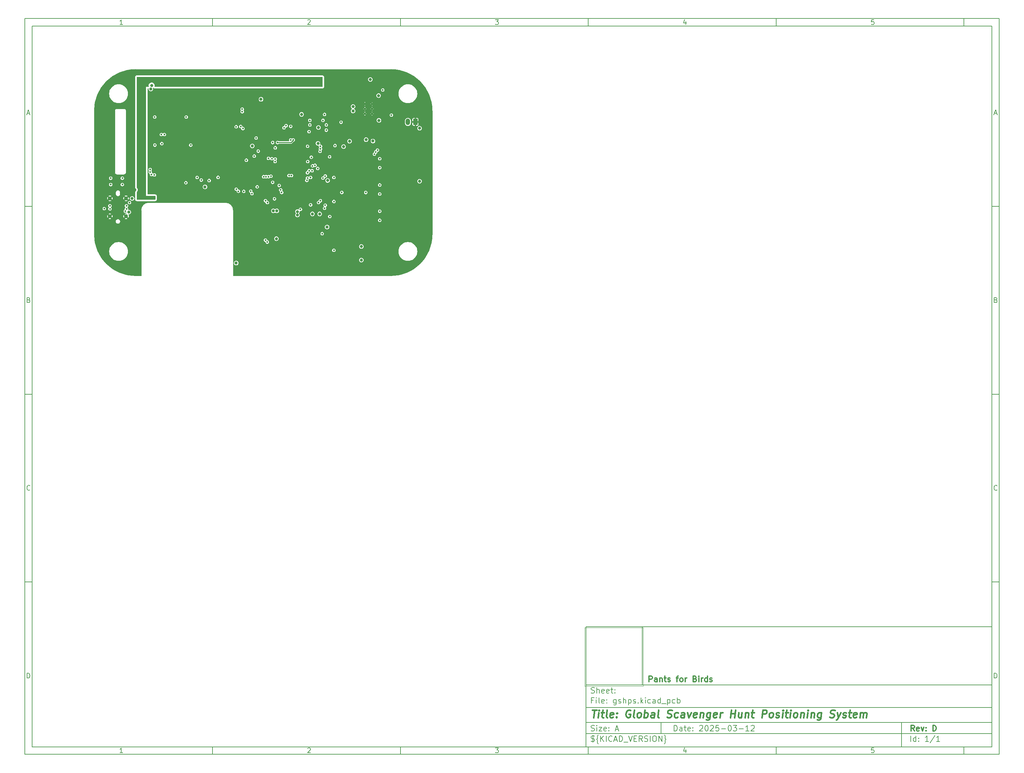
<source format=gbr>
%TF.GenerationSoftware,KiCad,Pcbnew,8.0.6+1*%
%TF.CreationDate,2025-03-13T00:18:41+00:00*%
%TF.ProjectId,gshps,67736870-732e-46b6-9963-61645f706362,D*%
%TF.SameCoordinates,Original*%
%TF.FileFunction,Copper,L2,Inr*%
%TF.FilePolarity,Positive*%
%FSLAX45Y45*%
G04 Gerber Fmt 4.5, Leading zero omitted, Abs format (unit mm)*
G04 Created by KiCad (PCBNEW 8.0.6+1) date 2025-03-13 00:18:41*
%MOMM*%
%LPD*%
G01*
G04 APERTURE LIST*
G04 Aperture macros list*
%AMRoundRect*
0 Rectangle with rounded corners*
0 $1 Rounding radius*
0 $2 $3 $4 $5 $6 $7 $8 $9 X,Y pos of 4 corners*
0 Add a 4 corners polygon primitive as box body*
4,1,4,$2,$3,$4,$5,$6,$7,$8,$9,$2,$3,0*
0 Add four circle primitives for the rounded corners*
1,1,$1+$1,$2,$3*
1,1,$1+$1,$4,$5*
1,1,$1+$1,$6,$7*
1,1,$1+$1,$8,$9*
0 Add four rect primitives between the rounded corners*
20,1,$1+$1,$2,$3,$4,$5,0*
20,1,$1+$1,$4,$5,$6,$7,0*
20,1,$1+$1,$6,$7,$8,$9,0*
20,1,$1+$1,$8,$9,$2,$3,0*%
G04 Aperture macros list end*
%ADD10C,0.100000*%
%ADD11C,0.150000*%
%ADD12C,0.300000*%
%ADD13C,0.400000*%
%TA.AperFunction,Profile*%
%ADD14C,0.100000*%
%TD*%
%TA.AperFunction,ComponentPad*%
%ADD15C,1.100000*%
%TD*%
%TA.AperFunction,HeatsinkPad*%
%ADD16C,0.500000*%
%TD*%
%TA.AperFunction,ComponentPad*%
%ADD17RoundRect,0.250000X0.350000X0.625000X-0.350000X0.625000X-0.350000X-0.625000X0.350000X-0.625000X0*%
%TD*%
%TA.AperFunction,ComponentPad*%
%ADD18O,1.200000X1.750000*%
%TD*%
%TA.AperFunction,ViaPad*%
%ADD19C,0.500000*%
%TD*%
%TA.AperFunction,ViaPad*%
%ADD20C,0.800000*%
%TD*%
%TA.AperFunction,Conductor*%
%ADD21C,0.250000*%
%TD*%
G04 APERTURE END LIST*
D10*
X15905782Y-17215462D02*
X15905782Y-18774098D01*
X17464418Y-18774098D01*
X17464418Y-17215462D01*
X15905782Y-17215462D01*
D11*
X15940000Y-17190000D02*
X26740000Y-17190000D01*
X26740000Y-20390000D01*
X15940000Y-20390000D01*
X15940000Y-17190000D01*
D10*
D11*
X1000000Y-1000000D02*
X26940000Y-1000000D01*
X26940000Y-20590000D01*
X1000000Y-20590000D01*
X1000000Y-1000000D01*
D10*
D11*
X1200000Y-1200000D02*
X26740000Y-1200000D01*
X26740000Y-20390000D01*
X1200000Y-20390000D01*
X1200000Y-1200000D01*
D10*
D11*
X6000000Y-1200000D02*
X6000000Y-1000000D01*
D10*
D11*
X11000000Y-1200000D02*
X11000000Y-1000000D01*
D10*
D11*
X16000000Y-1200000D02*
X16000000Y-1000000D01*
D10*
D11*
X21000000Y-1200000D02*
X21000000Y-1000000D01*
D10*
D11*
X26000000Y-1200000D02*
X26000000Y-1000000D01*
D10*
D11*
X3608916Y-1159360D02*
X3534630Y-1159360D01*
X3571773Y-1159360D02*
X3571773Y-1029360D01*
X3571773Y-1029360D02*
X3559392Y-1047932D01*
X3559392Y-1047932D02*
X3547011Y-1060313D01*
X3547011Y-1060313D02*
X3534630Y-1066503D01*
D10*
D11*
X8534630Y-1041741D02*
X8540821Y-1035551D01*
X8540821Y-1035551D02*
X8553202Y-1029360D01*
X8553202Y-1029360D02*
X8584154Y-1029360D01*
X8584154Y-1029360D02*
X8596535Y-1035551D01*
X8596535Y-1035551D02*
X8602726Y-1041741D01*
X8602726Y-1041741D02*
X8608916Y-1054122D01*
X8608916Y-1054122D02*
X8608916Y-1066503D01*
X8608916Y-1066503D02*
X8602726Y-1085075D01*
X8602726Y-1085075D02*
X8528440Y-1159360D01*
X8528440Y-1159360D02*
X8608916Y-1159360D01*
D10*
D11*
X13528440Y-1029360D02*
X13608916Y-1029360D01*
X13608916Y-1029360D02*
X13565583Y-1078884D01*
X13565583Y-1078884D02*
X13584154Y-1078884D01*
X13584154Y-1078884D02*
X13596535Y-1085075D01*
X13596535Y-1085075D02*
X13602725Y-1091265D01*
X13602725Y-1091265D02*
X13608916Y-1103646D01*
X13608916Y-1103646D02*
X13608916Y-1134599D01*
X13608916Y-1134599D02*
X13602725Y-1146980D01*
X13602725Y-1146980D02*
X13596535Y-1153170D01*
X13596535Y-1153170D02*
X13584154Y-1159360D01*
X13584154Y-1159360D02*
X13547011Y-1159360D01*
X13547011Y-1159360D02*
X13534630Y-1153170D01*
X13534630Y-1153170D02*
X13528440Y-1146980D01*
D10*
D11*
X18596535Y-1072694D02*
X18596535Y-1159360D01*
X18565583Y-1023170D02*
X18534630Y-1116027D01*
X18534630Y-1116027D02*
X18615106Y-1116027D01*
D10*
D11*
X23602725Y-1029360D02*
X23540821Y-1029360D01*
X23540821Y-1029360D02*
X23534630Y-1091265D01*
X23534630Y-1091265D02*
X23540821Y-1085075D01*
X23540821Y-1085075D02*
X23553202Y-1078884D01*
X23553202Y-1078884D02*
X23584154Y-1078884D01*
X23584154Y-1078884D02*
X23596535Y-1085075D01*
X23596535Y-1085075D02*
X23602725Y-1091265D01*
X23602725Y-1091265D02*
X23608916Y-1103646D01*
X23608916Y-1103646D02*
X23608916Y-1134599D01*
X23608916Y-1134599D02*
X23602725Y-1146980D01*
X23602725Y-1146980D02*
X23596535Y-1153170D01*
X23596535Y-1153170D02*
X23584154Y-1159360D01*
X23584154Y-1159360D02*
X23553202Y-1159360D01*
X23553202Y-1159360D02*
X23540821Y-1153170D01*
X23540821Y-1153170D02*
X23534630Y-1146980D01*
D10*
D11*
X6000000Y-20390000D02*
X6000000Y-20590000D01*
D10*
D11*
X11000000Y-20390000D02*
X11000000Y-20590000D01*
D10*
D11*
X16000000Y-20390000D02*
X16000000Y-20590000D01*
D10*
D11*
X21000000Y-20390000D02*
X21000000Y-20590000D01*
D10*
D11*
X26000000Y-20390000D02*
X26000000Y-20590000D01*
D10*
D11*
X3608916Y-20549360D02*
X3534630Y-20549360D01*
X3571773Y-20549360D02*
X3571773Y-20419360D01*
X3571773Y-20419360D02*
X3559392Y-20437932D01*
X3559392Y-20437932D02*
X3547011Y-20450313D01*
X3547011Y-20450313D02*
X3534630Y-20456503D01*
D10*
D11*
X8534630Y-20431741D02*
X8540821Y-20425551D01*
X8540821Y-20425551D02*
X8553202Y-20419360D01*
X8553202Y-20419360D02*
X8584154Y-20419360D01*
X8584154Y-20419360D02*
X8596535Y-20425551D01*
X8596535Y-20425551D02*
X8602726Y-20431741D01*
X8602726Y-20431741D02*
X8608916Y-20444122D01*
X8608916Y-20444122D02*
X8608916Y-20456503D01*
X8608916Y-20456503D02*
X8602726Y-20475075D01*
X8602726Y-20475075D02*
X8528440Y-20549360D01*
X8528440Y-20549360D02*
X8608916Y-20549360D01*
D10*
D11*
X13528440Y-20419360D02*
X13608916Y-20419360D01*
X13608916Y-20419360D02*
X13565583Y-20468884D01*
X13565583Y-20468884D02*
X13584154Y-20468884D01*
X13584154Y-20468884D02*
X13596535Y-20475075D01*
X13596535Y-20475075D02*
X13602725Y-20481265D01*
X13602725Y-20481265D02*
X13608916Y-20493646D01*
X13608916Y-20493646D02*
X13608916Y-20524599D01*
X13608916Y-20524599D02*
X13602725Y-20536980D01*
X13602725Y-20536980D02*
X13596535Y-20543170D01*
X13596535Y-20543170D02*
X13584154Y-20549360D01*
X13584154Y-20549360D02*
X13547011Y-20549360D01*
X13547011Y-20549360D02*
X13534630Y-20543170D01*
X13534630Y-20543170D02*
X13528440Y-20536980D01*
D10*
D11*
X18596535Y-20462694D02*
X18596535Y-20549360D01*
X18565583Y-20413170D02*
X18534630Y-20506027D01*
X18534630Y-20506027D02*
X18615106Y-20506027D01*
D10*
D11*
X23602725Y-20419360D02*
X23540821Y-20419360D01*
X23540821Y-20419360D02*
X23534630Y-20481265D01*
X23534630Y-20481265D02*
X23540821Y-20475075D01*
X23540821Y-20475075D02*
X23553202Y-20468884D01*
X23553202Y-20468884D02*
X23584154Y-20468884D01*
X23584154Y-20468884D02*
X23596535Y-20475075D01*
X23596535Y-20475075D02*
X23602725Y-20481265D01*
X23602725Y-20481265D02*
X23608916Y-20493646D01*
X23608916Y-20493646D02*
X23608916Y-20524599D01*
X23608916Y-20524599D02*
X23602725Y-20536980D01*
X23602725Y-20536980D02*
X23596535Y-20543170D01*
X23596535Y-20543170D02*
X23584154Y-20549360D01*
X23584154Y-20549360D02*
X23553202Y-20549360D01*
X23553202Y-20549360D02*
X23540821Y-20543170D01*
X23540821Y-20543170D02*
X23534630Y-20536980D01*
D10*
D11*
X1000000Y-6000000D02*
X1200000Y-6000000D01*
D10*
D11*
X1000000Y-11000000D02*
X1200000Y-11000000D01*
D10*
D11*
X1000000Y-16000000D02*
X1200000Y-16000000D01*
D10*
D11*
X1069048Y-3522218D02*
X1130952Y-3522218D01*
X1056667Y-3559360D02*
X1100000Y-3429360D01*
X1100000Y-3429360D02*
X1143333Y-3559360D01*
D10*
D11*
X1109286Y-8491265D02*
X1127857Y-8497456D01*
X1127857Y-8497456D02*
X1134048Y-8503646D01*
X1134048Y-8503646D02*
X1140238Y-8516027D01*
X1140238Y-8516027D02*
X1140238Y-8534599D01*
X1140238Y-8534599D02*
X1134048Y-8546980D01*
X1134048Y-8546980D02*
X1127857Y-8553170D01*
X1127857Y-8553170D02*
X1115476Y-8559360D01*
X1115476Y-8559360D02*
X1065952Y-8559360D01*
X1065952Y-8559360D02*
X1065952Y-8429360D01*
X1065952Y-8429360D02*
X1109286Y-8429360D01*
X1109286Y-8429360D02*
X1121667Y-8435551D01*
X1121667Y-8435551D02*
X1127857Y-8441741D01*
X1127857Y-8441741D02*
X1134048Y-8454122D01*
X1134048Y-8454122D02*
X1134048Y-8466503D01*
X1134048Y-8466503D02*
X1127857Y-8478884D01*
X1127857Y-8478884D02*
X1121667Y-8485075D01*
X1121667Y-8485075D02*
X1109286Y-8491265D01*
X1109286Y-8491265D02*
X1065952Y-8491265D01*
D10*
D11*
X1140238Y-13546979D02*
X1134048Y-13553170D01*
X1134048Y-13553170D02*
X1115476Y-13559360D01*
X1115476Y-13559360D02*
X1103095Y-13559360D01*
X1103095Y-13559360D02*
X1084524Y-13553170D01*
X1084524Y-13553170D02*
X1072143Y-13540789D01*
X1072143Y-13540789D02*
X1065952Y-13528408D01*
X1065952Y-13528408D02*
X1059762Y-13503646D01*
X1059762Y-13503646D02*
X1059762Y-13485075D01*
X1059762Y-13485075D02*
X1065952Y-13460313D01*
X1065952Y-13460313D02*
X1072143Y-13447932D01*
X1072143Y-13447932D02*
X1084524Y-13435551D01*
X1084524Y-13435551D02*
X1103095Y-13429360D01*
X1103095Y-13429360D02*
X1115476Y-13429360D01*
X1115476Y-13429360D02*
X1134048Y-13435551D01*
X1134048Y-13435551D02*
X1140238Y-13441741D01*
D10*
D11*
X1065952Y-18559360D02*
X1065952Y-18429360D01*
X1065952Y-18429360D02*
X1096905Y-18429360D01*
X1096905Y-18429360D02*
X1115476Y-18435551D01*
X1115476Y-18435551D02*
X1127857Y-18447932D01*
X1127857Y-18447932D02*
X1134048Y-18460313D01*
X1134048Y-18460313D02*
X1140238Y-18485075D01*
X1140238Y-18485075D02*
X1140238Y-18503646D01*
X1140238Y-18503646D02*
X1134048Y-18528408D01*
X1134048Y-18528408D02*
X1127857Y-18540789D01*
X1127857Y-18540789D02*
X1115476Y-18553170D01*
X1115476Y-18553170D02*
X1096905Y-18559360D01*
X1096905Y-18559360D02*
X1065952Y-18559360D01*
D10*
D11*
X26940000Y-6000000D02*
X26740000Y-6000000D01*
D10*
D11*
X26940000Y-11000000D02*
X26740000Y-11000000D01*
D10*
D11*
X26940000Y-16000000D02*
X26740000Y-16000000D01*
D10*
D11*
X26809048Y-3522218D02*
X26870952Y-3522218D01*
X26796667Y-3559360D02*
X26840000Y-3429360D01*
X26840000Y-3429360D02*
X26883333Y-3559360D01*
D10*
D11*
X26849286Y-8491265D02*
X26867857Y-8497456D01*
X26867857Y-8497456D02*
X26874048Y-8503646D01*
X26874048Y-8503646D02*
X26880238Y-8516027D01*
X26880238Y-8516027D02*
X26880238Y-8534599D01*
X26880238Y-8534599D02*
X26874048Y-8546980D01*
X26874048Y-8546980D02*
X26867857Y-8553170D01*
X26867857Y-8553170D02*
X26855476Y-8559360D01*
X26855476Y-8559360D02*
X26805952Y-8559360D01*
X26805952Y-8559360D02*
X26805952Y-8429360D01*
X26805952Y-8429360D02*
X26849286Y-8429360D01*
X26849286Y-8429360D02*
X26861667Y-8435551D01*
X26861667Y-8435551D02*
X26867857Y-8441741D01*
X26867857Y-8441741D02*
X26874048Y-8454122D01*
X26874048Y-8454122D02*
X26874048Y-8466503D01*
X26874048Y-8466503D02*
X26867857Y-8478884D01*
X26867857Y-8478884D02*
X26861667Y-8485075D01*
X26861667Y-8485075D02*
X26849286Y-8491265D01*
X26849286Y-8491265D02*
X26805952Y-8491265D01*
D10*
D11*
X26880238Y-13546979D02*
X26874048Y-13553170D01*
X26874048Y-13553170D02*
X26855476Y-13559360D01*
X26855476Y-13559360D02*
X26843095Y-13559360D01*
X26843095Y-13559360D02*
X26824524Y-13553170D01*
X26824524Y-13553170D02*
X26812143Y-13540789D01*
X26812143Y-13540789D02*
X26805952Y-13528408D01*
X26805952Y-13528408D02*
X26799762Y-13503646D01*
X26799762Y-13503646D02*
X26799762Y-13485075D01*
X26799762Y-13485075D02*
X26805952Y-13460313D01*
X26805952Y-13460313D02*
X26812143Y-13447932D01*
X26812143Y-13447932D02*
X26824524Y-13435551D01*
X26824524Y-13435551D02*
X26843095Y-13429360D01*
X26843095Y-13429360D02*
X26855476Y-13429360D01*
X26855476Y-13429360D02*
X26874048Y-13435551D01*
X26874048Y-13435551D02*
X26880238Y-13441741D01*
D10*
D11*
X26805952Y-18559360D02*
X26805952Y-18429360D01*
X26805952Y-18429360D02*
X26836905Y-18429360D01*
X26836905Y-18429360D02*
X26855476Y-18435551D01*
X26855476Y-18435551D02*
X26867857Y-18447932D01*
X26867857Y-18447932D02*
X26874048Y-18460313D01*
X26874048Y-18460313D02*
X26880238Y-18485075D01*
X26880238Y-18485075D02*
X26880238Y-18503646D01*
X26880238Y-18503646D02*
X26874048Y-18528408D01*
X26874048Y-18528408D02*
X26867857Y-18540789D01*
X26867857Y-18540789D02*
X26855476Y-18553170D01*
X26855476Y-18553170D02*
X26836905Y-18559360D01*
X26836905Y-18559360D02*
X26805952Y-18559360D01*
D10*
D11*
X18285583Y-19968613D02*
X18285583Y-19818613D01*
X18285583Y-19818613D02*
X18321297Y-19818613D01*
X18321297Y-19818613D02*
X18342726Y-19825756D01*
X18342726Y-19825756D02*
X18357011Y-19840041D01*
X18357011Y-19840041D02*
X18364154Y-19854327D01*
X18364154Y-19854327D02*
X18371297Y-19882899D01*
X18371297Y-19882899D02*
X18371297Y-19904327D01*
X18371297Y-19904327D02*
X18364154Y-19932899D01*
X18364154Y-19932899D02*
X18357011Y-19947184D01*
X18357011Y-19947184D02*
X18342726Y-19961470D01*
X18342726Y-19961470D02*
X18321297Y-19968613D01*
X18321297Y-19968613D02*
X18285583Y-19968613D01*
X18499868Y-19968613D02*
X18499868Y-19890041D01*
X18499868Y-19890041D02*
X18492726Y-19875756D01*
X18492726Y-19875756D02*
X18478440Y-19868613D01*
X18478440Y-19868613D02*
X18449868Y-19868613D01*
X18449868Y-19868613D02*
X18435583Y-19875756D01*
X18499868Y-19961470D02*
X18485583Y-19968613D01*
X18485583Y-19968613D02*
X18449868Y-19968613D01*
X18449868Y-19968613D02*
X18435583Y-19961470D01*
X18435583Y-19961470D02*
X18428440Y-19947184D01*
X18428440Y-19947184D02*
X18428440Y-19932899D01*
X18428440Y-19932899D02*
X18435583Y-19918613D01*
X18435583Y-19918613D02*
X18449868Y-19911470D01*
X18449868Y-19911470D02*
X18485583Y-19911470D01*
X18485583Y-19911470D02*
X18499868Y-19904327D01*
X18549868Y-19868613D02*
X18607011Y-19868613D01*
X18571297Y-19818613D02*
X18571297Y-19947184D01*
X18571297Y-19947184D02*
X18578440Y-19961470D01*
X18578440Y-19961470D02*
X18592726Y-19968613D01*
X18592726Y-19968613D02*
X18607011Y-19968613D01*
X18714154Y-19961470D02*
X18699868Y-19968613D01*
X18699868Y-19968613D02*
X18671297Y-19968613D01*
X18671297Y-19968613D02*
X18657011Y-19961470D01*
X18657011Y-19961470D02*
X18649868Y-19947184D01*
X18649868Y-19947184D02*
X18649868Y-19890041D01*
X18649868Y-19890041D02*
X18657011Y-19875756D01*
X18657011Y-19875756D02*
X18671297Y-19868613D01*
X18671297Y-19868613D02*
X18699868Y-19868613D01*
X18699868Y-19868613D02*
X18714154Y-19875756D01*
X18714154Y-19875756D02*
X18721297Y-19890041D01*
X18721297Y-19890041D02*
X18721297Y-19904327D01*
X18721297Y-19904327D02*
X18649868Y-19918613D01*
X18785583Y-19954327D02*
X18792726Y-19961470D01*
X18792726Y-19961470D02*
X18785583Y-19968613D01*
X18785583Y-19968613D02*
X18778440Y-19961470D01*
X18778440Y-19961470D02*
X18785583Y-19954327D01*
X18785583Y-19954327D02*
X18785583Y-19968613D01*
X18785583Y-19875756D02*
X18792726Y-19882899D01*
X18792726Y-19882899D02*
X18785583Y-19890041D01*
X18785583Y-19890041D02*
X18778440Y-19882899D01*
X18778440Y-19882899D02*
X18785583Y-19875756D01*
X18785583Y-19875756D02*
X18785583Y-19890041D01*
X18964154Y-19832899D02*
X18971297Y-19825756D01*
X18971297Y-19825756D02*
X18985583Y-19818613D01*
X18985583Y-19818613D02*
X19021297Y-19818613D01*
X19021297Y-19818613D02*
X19035583Y-19825756D01*
X19035583Y-19825756D02*
X19042726Y-19832899D01*
X19042726Y-19832899D02*
X19049868Y-19847184D01*
X19049868Y-19847184D02*
X19049868Y-19861470D01*
X19049868Y-19861470D02*
X19042726Y-19882899D01*
X19042726Y-19882899D02*
X18957011Y-19968613D01*
X18957011Y-19968613D02*
X19049868Y-19968613D01*
X19142726Y-19818613D02*
X19157011Y-19818613D01*
X19157011Y-19818613D02*
X19171297Y-19825756D01*
X19171297Y-19825756D02*
X19178440Y-19832899D01*
X19178440Y-19832899D02*
X19185583Y-19847184D01*
X19185583Y-19847184D02*
X19192726Y-19875756D01*
X19192726Y-19875756D02*
X19192726Y-19911470D01*
X19192726Y-19911470D02*
X19185583Y-19940041D01*
X19185583Y-19940041D02*
X19178440Y-19954327D01*
X19178440Y-19954327D02*
X19171297Y-19961470D01*
X19171297Y-19961470D02*
X19157011Y-19968613D01*
X19157011Y-19968613D02*
X19142726Y-19968613D01*
X19142726Y-19968613D02*
X19128440Y-19961470D01*
X19128440Y-19961470D02*
X19121297Y-19954327D01*
X19121297Y-19954327D02*
X19114154Y-19940041D01*
X19114154Y-19940041D02*
X19107011Y-19911470D01*
X19107011Y-19911470D02*
X19107011Y-19875756D01*
X19107011Y-19875756D02*
X19114154Y-19847184D01*
X19114154Y-19847184D02*
X19121297Y-19832899D01*
X19121297Y-19832899D02*
X19128440Y-19825756D01*
X19128440Y-19825756D02*
X19142726Y-19818613D01*
X19249868Y-19832899D02*
X19257011Y-19825756D01*
X19257011Y-19825756D02*
X19271297Y-19818613D01*
X19271297Y-19818613D02*
X19307011Y-19818613D01*
X19307011Y-19818613D02*
X19321297Y-19825756D01*
X19321297Y-19825756D02*
X19328440Y-19832899D01*
X19328440Y-19832899D02*
X19335583Y-19847184D01*
X19335583Y-19847184D02*
X19335583Y-19861470D01*
X19335583Y-19861470D02*
X19328440Y-19882899D01*
X19328440Y-19882899D02*
X19242725Y-19968613D01*
X19242725Y-19968613D02*
X19335583Y-19968613D01*
X19471297Y-19818613D02*
X19399868Y-19818613D01*
X19399868Y-19818613D02*
X19392725Y-19890041D01*
X19392725Y-19890041D02*
X19399868Y-19882899D01*
X19399868Y-19882899D02*
X19414154Y-19875756D01*
X19414154Y-19875756D02*
X19449868Y-19875756D01*
X19449868Y-19875756D02*
X19464154Y-19882899D01*
X19464154Y-19882899D02*
X19471297Y-19890041D01*
X19471297Y-19890041D02*
X19478440Y-19904327D01*
X19478440Y-19904327D02*
X19478440Y-19940041D01*
X19478440Y-19940041D02*
X19471297Y-19954327D01*
X19471297Y-19954327D02*
X19464154Y-19961470D01*
X19464154Y-19961470D02*
X19449868Y-19968613D01*
X19449868Y-19968613D02*
X19414154Y-19968613D01*
X19414154Y-19968613D02*
X19399868Y-19961470D01*
X19399868Y-19961470D02*
X19392725Y-19954327D01*
X19542725Y-19911470D02*
X19657011Y-19911470D01*
X19757011Y-19818613D02*
X19771297Y-19818613D01*
X19771297Y-19818613D02*
X19785583Y-19825756D01*
X19785583Y-19825756D02*
X19792725Y-19832899D01*
X19792725Y-19832899D02*
X19799868Y-19847184D01*
X19799868Y-19847184D02*
X19807011Y-19875756D01*
X19807011Y-19875756D02*
X19807011Y-19911470D01*
X19807011Y-19911470D02*
X19799868Y-19940041D01*
X19799868Y-19940041D02*
X19792725Y-19954327D01*
X19792725Y-19954327D02*
X19785583Y-19961470D01*
X19785583Y-19961470D02*
X19771297Y-19968613D01*
X19771297Y-19968613D02*
X19757011Y-19968613D01*
X19757011Y-19968613D02*
X19742725Y-19961470D01*
X19742725Y-19961470D02*
X19735583Y-19954327D01*
X19735583Y-19954327D02*
X19728440Y-19940041D01*
X19728440Y-19940041D02*
X19721297Y-19911470D01*
X19721297Y-19911470D02*
X19721297Y-19875756D01*
X19721297Y-19875756D02*
X19728440Y-19847184D01*
X19728440Y-19847184D02*
X19735583Y-19832899D01*
X19735583Y-19832899D02*
X19742725Y-19825756D01*
X19742725Y-19825756D02*
X19757011Y-19818613D01*
X19857011Y-19818613D02*
X19949868Y-19818613D01*
X19949868Y-19818613D02*
X19899868Y-19875756D01*
X19899868Y-19875756D02*
X19921297Y-19875756D01*
X19921297Y-19875756D02*
X19935583Y-19882899D01*
X19935583Y-19882899D02*
X19942725Y-19890041D01*
X19942725Y-19890041D02*
X19949868Y-19904327D01*
X19949868Y-19904327D02*
X19949868Y-19940041D01*
X19949868Y-19940041D02*
X19942725Y-19954327D01*
X19942725Y-19954327D02*
X19935583Y-19961470D01*
X19935583Y-19961470D02*
X19921297Y-19968613D01*
X19921297Y-19968613D02*
X19878440Y-19968613D01*
X19878440Y-19968613D02*
X19864154Y-19961470D01*
X19864154Y-19961470D02*
X19857011Y-19954327D01*
X20014154Y-19911470D02*
X20128440Y-19911470D01*
X20278440Y-19968613D02*
X20192725Y-19968613D01*
X20235582Y-19968613D02*
X20235582Y-19818613D01*
X20235582Y-19818613D02*
X20221297Y-19840041D01*
X20221297Y-19840041D02*
X20207011Y-19854327D01*
X20207011Y-19854327D02*
X20192725Y-19861470D01*
X20335582Y-19832899D02*
X20342725Y-19825756D01*
X20342725Y-19825756D02*
X20357011Y-19818613D01*
X20357011Y-19818613D02*
X20392725Y-19818613D01*
X20392725Y-19818613D02*
X20407011Y-19825756D01*
X20407011Y-19825756D02*
X20414154Y-19832899D01*
X20414154Y-19832899D02*
X20421297Y-19847184D01*
X20421297Y-19847184D02*
X20421297Y-19861470D01*
X20421297Y-19861470D02*
X20414154Y-19882899D01*
X20414154Y-19882899D02*
X20328440Y-19968613D01*
X20328440Y-19968613D02*
X20421297Y-19968613D01*
D10*
D11*
X15940000Y-20040000D02*
X26740000Y-20040000D01*
D10*
D11*
X16078440Y-20241470D02*
X16099868Y-20248613D01*
X16099868Y-20248613D02*
X16135583Y-20248613D01*
X16135583Y-20248613D02*
X16149868Y-20241470D01*
X16149868Y-20241470D02*
X16157011Y-20234327D01*
X16157011Y-20234327D02*
X16164154Y-20220041D01*
X16164154Y-20220041D02*
X16164154Y-20205756D01*
X16164154Y-20205756D02*
X16157011Y-20191470D01*
X16157011Y-20191470D02*
X16149868Y-20184327D01*
X16149868Y-20184327D02*
X16135583Y-20177184D01*
X16135583Y-20177184D02*
X16107011Y-20170041D01*
X16107011Y-20170041D02*
X16092725Y-20162899D01*
X16092725Y-20162899D02*
X16085583Y-20155756D01*
X16085583Y-20155756D02*
X16078440Y-20141470D01*
X16078440Y-20141470D02*
X16078440Y-20127184D01*
X16078440Y-20127184D02*
X16085583Y-20112899D01*
X16085583Y-20112899D02*
X16092725Y-20105756D01*
X16092725Y-20105756D02*
X16107011Y-20098613D01*
X16107011Y-20098613D02*
X16142725Y-20098613D01*
X16142725Y-20098613D02*
X16164154Y-20105756D01*
X16121297Y-20077184D02*
X16121297Y-20270041D01*
X16271297Y-20305756D02*
X16264154Y-20305756D01*
X16264154Y-20305756D02*
X16249868Y-20298613D01*
X16249868Y-20298613D02*
X16242725Y-20284327D01*
X16242725Y-20284327D02*
X16242725Y-20212899D01*
X16242725Y-20212899D02*
X16235583Y-20198613D01*
X16235583Y-20198613D02*
X16221297Y-20191470D01*
X16221297Y-20191470D02*
X16235583Y-20184327D01*
X16235583Y-20184327D02*
X16242725Y-20170041D01*
X16242725Y-20170041D02*
X16242725Y-20098613D01*
X16242725Y-20098613D02*
X16249868Y-20084327D01*
X16249868Y-20084327D02*
X16264154Y-20077184D01*
X16264154Y-20077184D02*
X16271297Y-20077184D01*
X16328440Y-20248613D02*
X16328440Y-20098613D01*
X16414154Y-20248613D02*
X16349868Y-20162899D01*
X16414154Y-20098613D02*
X16328440Y-20184327D01*
X16478440Y-20248613D02*
X16478440Y-20098613D01*
X16635583Y-20234327D02*
X16628440Y-20241470D01*
X16628440Y-20241470D02*
X16607011Y-20248613D01*
X16607011Y-20248613D02*
X16592725Y-20248613D01*
X16592725Y-20248613D02*
X16571297Y-20241470D01*
X16571297Y-20241470D02*
X16557011Y-20227184D01*
X16557011Y-20227184D02*
X16549868Y-20212899D01*
X16549868Y-20212899D02*
X16542725Y-20184327D01*
X16542725Y-20184327D02*
X16542725Y-20162899D01*
X16542725Y-20162899D02*
X16549868Y-20134327D01*
X16549868Y-20134327D02*
X16557011Y-20120041D01*
X16557011Y-20120041D02*
X16571297Y-20105756D01*
X16571297Y-20105756D02*
X16592725Y-20098613D01*
X16592725Y-20098613D02*
X16607011Y-20098613D01*
X16607011Y-20098613D02*
X16628440Y-20105756D01*
X16628440Y-20105756D02*
X16635583Y-20112899D01*
X16692725Y-20205756D02*
X16764154Y-20205756D01*
X16678440Y-20248613D02*
X16728440Y-20098613D01*
X16728440Y-20098613D02*
X16778440Y-20248613D01*
X16828440Y-20248613D02*
X16828440Y-20098613D01*
X16828440Y-20098613D02*
X16864154Y-20098613D01*
X16864154Y-20098613D02*
X16885583Y-20105756D01*
X16885583Y-20105756D02*
X16899868Y-20120041D01*
X16899868Y-20120041D02*
X16907011Y-20134327D01*
X16907011Y-20134327D02*
X16914154Y-20162899D01*
X16914154Y-20162899D02*
X16914154Y-20184327D01*
X16914154Y-20184327D02*
X16907011Y-20212899D01*
X16907011Y-20212899D02*
X16899868Y-20227184D01*
X16899868Y-20227184D02*
X16885583Y-20241470D01*
X16885583Y-20241470D02*
X16864154Y-20248613D01*
X16864154Y-20248613D02*
X16828440Y-20248613D01*
X16942726Y-20262899D02*
X17057011Y-20262899D01*
X17071297Y-20098613D02*
X17121297Y-20248613D01*
X17121297Y-20248613D02*
X17171297Y-20098613D01*
X17221297Y-20170041D02*
X17271297Y-20170041D01*
X17292725Y-20248613D02*
X17221297Y-20248613D01*
X17221297Y-20248613D02*
X17221297Y-20098613D01*
X17221297Y-20098613D02*
X17292725Y-20098613D01*
X17442725Y-20248613D02*
X17392725Y-20177184D01*
X17357011Y-20248613D02*
X17357011Y-20098613D01*
X17357011Y-20098613D02*
X17414154Y-20098613D01*
X17414154Y-20098613D02*
X17428440Y-20105756D01*
X17428440Y-20105756D02*
X17435583Y-20112899D01*
X17435583Y-20112899D02*
X17442725Y-20127184D01*
X17442725Y-20127184D02*
X17442725Y-20148613D01*
X17442725Y-20148613D02*
X17435583Y-20162899D01*
X17435583Y-20162899D02*
X17428440Y-20170041D01*
X17428440Y-20170041D02*
X17414154Y-20177184D01*
X17414154Y-20177184D02*
X17357011Y-20177184D01*
X17499868Y-20241470D02*
X17521297Y-20248613D01*
X17521297Y-20248613D02*
X17557011Y-20248613D01*
X17557011Y-20248613D02*
X17571297Y-20241470D01*
X17571297Y-20241470D02*
X17578440Y-20234327D01*
X17578440Y-20234327D02*
X17585583Y-20220041D01*
X17585583Y-20220041D02*
X17585583Y-20205756D01*
X17585583Y-20205756D02*
X17578440Y-20191470D01*
X17578440Y-20191470D02*
X17571297Y-20184327D01*
X17571297Y-20184327D02*
X17557011Y-20177184D01*
X17557011Y-20177184D02*
X17528440Y-20170041D01*
X17528440Y-20170041D02*
X17514154Y-20162899D01*
X17514154Y-20162899D02*
X17507011Y-20155756D01*
X17507011Y-20155756D02*
X17499868Y-20141470D01*
X17499868Y-20141470D02*
X17499868Y-20127184D01*
X17499868Y-20127184D02*
X17507011Y-20112899D01*
X17507011Y-20112899D02*
X17514154Y-20105756D01*
X17514154Y-20105756D02*
X17528440Y-20098613D01*
X17528440Y-20098613D02*
X17564154Y-20098613D01*
X17564154Y-20098613D02*
X17585583Y-20105756D01*
X17649868Y-20248613D02*
X17649868Y-20098613D01*
X17749868Y-20098613D02*
X17778440Y-20098613D01*
X17778440Y-20098613D02*
X17792725Y-20105756D01*
X17792725Y-20105756D02*
X17807011Y-20120041D01*
X17807011Y-20120041D02*
X17814154Y-20148613D01*
X17814154Y-20148613D02*
X17814154Y-20198613D01*
X17814154Y-20198613D02*
X17807011Y-20227184D01*
X17807011Y-20227184D02*
X17792725Y-20241470D01*
X17792725Y-20241470D02*
X17778440Y-20248613D01*
X17778440Y-20248613D02*
X17749868Y-20248613D01*
X17749868Y-20248613D02*
X17735583Y-20241470D01*
X17735583Y-20241470D02*
X17721297Y-20227184D01*
X17721297Y-20227184D02*
X17714154Y-20198613D01*
X17714154Y-20198613D02*
X17714154Y-20148613D01*
X17714154Y-20148613D02*
X17721297Y-20120041D01*
X17721297Y-20120041D02*
X17735583Y-20105756D01*
X17735583Y-20105756D02*
X17749868Y-20098613D01*
X17878440Y-20248613D02*
X17878440Y-20098613D01*
X17878440Y-20098613D02*
X17964154Y-20248613D01*
X17964154Y-20248613D02*
X17964154Y-20098613D01*
X18021297Y-20305756D02*
X18028440Y-20305756D01*
X18028440Y-20305756D02*
X18042726Y-20298613D01*
X18042726Y-20298613D02*
X18049868Y-20284327D01*
X18049868Y-20284327D02*
X18049868Y-20212899D01*
X18049868Y-20212899D02*
X18057011Y-20198613D01*
X18057011Y-20198613D02*
X18071297Y-20191470D01*
X18071297Y-20191470D02*
X18057011Y-20184327D01*
X18057011Y-20184327D02*
X18049868Y-20170041D01*
X18049868Y-20170041D02*
X18049868Y-20098613D01*
X18049868Y-20098613D02*
X18042726Y-20084327D01*
X18042726Y-20084327D02*
X18028440Y-20077184D01*
X18028440Y-20077184D02*
X18021297Y-20077184D01*
D10*
D11*
X15940000Y-19740000D02*
X26740000Y-19740000D01*
D10*
D12*
X24681165Y-19967833D02*
X24631165Y-19896404D01*
X24595451Y-19967833D02*
X24595451Y-19817833D01*
X24595451Y-19817833D02*
X24652594Y-19817833D01*
X24652594Y-19817833D02*
X24666880Y-19824976D01*
X24666880Y-19824976D02*
X24674022Y-19832119D01*
X24674022Y-19832119D02*
X24681165Y-19846404D01*
X24681165Y-19846404D02*
X24681165Y-19867833D01*
X24681165Y-19867833D02*
X24674022Y-19882119D01*
X24674022Y-19882119D02*
X24666880Y-19889261D01*
X24666880Y-19889261D02*
X24652594Y-19896404D01*
X24652594Y-19896404D02*
X24595451Y-19896404D01*
X24802594Y-19960690D02*
X24788308Y-19967833D01*
X24788308Y-19967833D02*
X24759737Y-19967833D01*
X24759737Y-19967833D02*
X24745451Y-19960690D01*
X24745451Y-19960690D02*
X24738308Y-19946404D01*
X24738308Y-19946404D02*
X24738308Y-19889261D01*
X24738308Y-19889261D02*
X24745451Y-19874976D01*
X24745451Y-19874976D02*
X24759737Y-19867833D01*
X24759737Y-19867833D02*
X24788308Y-19867833D01*
X24788308Y-19867833D02*
X24802594Y-19874976D01*
X24802594Y-19874976D02*
X24809737Y-19889261D01*
X24809737Y-19889261D02*
X24809737Y-19903547D01*
X24809737Y-19903547D02*
X24738308Y-19917833D01*
X24859737Y-19867833D02*
X24895451Y-19967833D01*
X24895451Y-19967833D02*
X24931165Y-19867833D01*
X24988308Y-19953547D02*
X24995451Y-19960690D01*
X24995451Y-19960690D02*
X24988308Y-19967833D01*
X24988308Y-19967833D02*
X24981165Y-19960690D01*
X24981165Y-19960690D02*
X24988308Y-19953547D01*
X24988308Y-19953547D02*
X24988308Y-19967833D01*
X24988308Y-19874976D02*
X24995451Y-19882119D01*
X24995451Y-19882119D02*
X24988308Y-19889261D01*
X24988308Y-19889261D02*
X24981165Y-19882119D01*
X24981165Y-19882119D02*
X24988308Y-19874976D01*
X24988308Y-19874976D02*
X24988308Y-19889261D01*
X25174022Y-19967833D02*
X25174022Y-19817833D01*
X25174022Y-19817833D02*
X25209737Y-19817833D01*
X25209737Y-19817833D02*
X25231165Y-19824976D01*
X25231165Y-19824976D02*
X25245451Y-19839261D01*
X25245451Y-19839261D02*
X25252594Y-19853547D01*
X25252594Y-19853547D02*
X25259737Y-19882119D01*
X25259737Y-19882119D02*
X25259737Y-19903547D01*
X25259737Y-19903547D02*
X25252594Y-19932119D01*
X25252594Y-19932119D02*
X25245451Y-19946404D01*
X25245451Y-19946404D02*
X25231165Y-19960690D01*
X25231165Y-19960690D02*
X25209737Y-19967833D01*
X25209737Y-19967833D02*
X25174022Y-19967833D01*
D10*
D11*
X16078440Y-19961470D02*
X16099868Y-19968613D01*
X16099868Y-19968613D02*
X16135583Y-19968613D01*
X16135583Y-19968613D02*
X16149868Y-19961470D01*
X16149868Y-19961470D02*
X16157011Y-19954327D01*
X16157011Y-19954327D02*
X16164154Y-19940041D01*
X16164154Y-19940041D02*
X16164154Y-19925756D01*
X16164154Y-19925756D02*
X16157011Y-19911470D01*
X16157011Y-19911470D02*
X16149868Y-19904327D01*
X16149868Y-19904327D02*
X16135583Y-19897184D01*
X16135583Y-19897184D02*
X16107011Y-19890041D01*
X16107011Y-19890041D02*
X16092725Y-19882899D01*
X16092725Y-19882899D02*
X16085583Y-19875756D01*
X16085583Y-19875756D02*
X16078440Y-19861470D01*
X16078440Y-19861470D02*
X16078440Y-19847184D01*
X16078440Y-19847184D02*
X16085583Y-19832899D01*
X16085583Y-19832899D02*
X16092725Y-19825756D01*
X16092725Y-19825756D02*
X16107011Y-19818613D01*
X16107011Y-19818613D02*
X16142725Y-19818613D01*
X16142725Y-19818613D02*
X16164154Y-19825756D01*
X16228440Y-19968613D02*
X16228440Y-19868613D01*
X16228440Y-19818613D02*
X16221297Y-19825756D01*
X16221297Y-19825756D02*
X16228440Y-19832899D01*
X16228440Y-19832899D02*
X16235583Y-19825756D01*
X16235583Y-19825756D02*
X16228440Y-19818613D01*
X16228440Y-19818613D02*
X16228440Y-19832899D01*
X16285583Y-19868613D02*
X16364154Y-19868613D01*
X16364154Y-19868613D02*
X16285583Y-19968613D01*
X16285583Y-19968613D02*
X16364154Y-19968613D01*
X16478440Y-19961470D02*
X16464154Y-19968613D01*
X16464154Y-19968613D02*
X16435583Y-19968613D01*
X16435583Y-19968613D02*
X16421297Y-19961470D01*
X16421297Y-19961470D02*
X16414154Y-19947184D01*
X16414154Y-19947184D02*
X16414154Y-19890041D01*
X16414154Y-19890041D02*
X16421297Y-19875756D01*
X16421297Y-19875756D02*
X16435583Y-19868613D01*
X16435583Y-19868613D02*
X16464154Y-19868613D01*
X16464154Y-19868613D02*
X16478440Y-19875756D01*
X16478440Y-19875756D02*
X16485583Y-19890041D01*
X16485583Y-19890041D02*
X16485583Y-19904327D01*
X16485583Y-19904327D02*
X16414154Y-19918613D01*
X16549868Y-19954327D02*
X16557011Y-19961470D01*
X16557011Y-19961470D02*
X16549868Y-19968613D01*
X16549868Y-19968613D02*
X16542725Y-19961470D01*
X16542725Y-19961470D02*
X16549868Y-19954327D01*
X16549868Y-19954327D02*
X16549868Y-19968613D01*
X16549868Y-19875756D02*
X16557011Y-19882899D01*
X16557011Y-19882899D02*
X16549868Y-19890041D01*
X16549868Y-19890041D02*
X16542725Y-19882899D01*
X16542725Y-19882899D02*
X16549868Y-19875756D01*
X16549868Y-19875756D02*
X16549868Y-19890041D01*
X16728440Y-19925756D02*
X16799868Y-19925756D01*
X16714154Y-19968613D02*
X16764154Y-19818613D01*
X16764154Y-19818613D02*
X16814154Y-19968613D01*
D10*
D11*
X24585583Y-20248613D02*
X24585583Y-20098613D01*
X24721297Y-20248613D02*
X24721297Y-20098613D01*
X24721297Y-20241470D02*
X24707011Y-20248613D01*
X24707011Y-20248613D02*
X24678440Y-20248613D01*
X24678440Y-20248613D02*
X24664154Y-20241470D01*
X24664154Y-20241470D02*
X24657011Y-20234327D01*
X24657011Y-20234327D02*
X24649868Y-20220041D01*
X24649868Y-20220041D02*
X24649868Y-20177184D01*
X24649868Y-20177184D02*
X24657011Y-20162899D01*
X24657011Y-20162899D02*
X24664154Y-20155756D01*
X24664154Y-20155756D02*
X24678440Y-20148613D01*
X24678440Y-20148613D02*
X24707011Y-20148613D01*
X24707011Y-20148613D02*
X24721297Y-20155756D01*
X24792725Y-20234327D02*
X24799868Y-20241470D01*
X24799868Y-20241470D02*
X24792725Y-20248613D01*
X24792725Y-20248613D02*
X24785583Y-20241470D01*
X24785583Y-20241470D02*
X24792725Y-20234327D01*
X24792725Y-20234327D02*
X24792725Y-20248613D01*
X24792725Y-20155756D02*
X24799868Y-20162899D01*
X24799868Y-20162899D02*
X24792725Y-20170041D01*
X24792725Y-20170041D02*
X24785583Y-20162899D01*
X24785583Y-20162899D02*
X24792725Y-20155756D01*
X24792725Y-20155756D02*
X24792725Y-20170041D01*
X25057011Y-20248613D02*
X24971297Y-20248613D01*
X25014154Y-20248613D02*
X25014154Y-20098613D01*
X25014154Y-20098613D02*
X24999868Y-20120041D01*
X24999868Y-20120041D02*
X24985583Y-20134327D01*
X24985583Y-20134327D02*
X24971297Y-20141470D01*
X25228440Y-20091470D02*
X25099868Y-20284327D01*
X25357011Y-20248613D02*
X25271297Y-20248613D01*
X25314154Y-20248613D02*
X25314154Y-20098613D01*
X25314154Y-20098613D02*
X25299868Y-20120041D01*
X25299868Y-20120041D02*
X25285583Y-20134327D01*
X25285583Y-20134327D02*
X25271297Y-20141470D01*
D10*
D11*
X15940000Y-19340000D02*
X26740000Y-19340000D01*
D10*
D13*
X16109173Y-19410444D02*
X16223458Y-19410444D01*
X16141316Y-19610444D02*
X16166316Y-19410444D01*
X16265125Y-19610444D02*
X16281792Y-19477110D01*
X16290125Y-19410444D02*
X16279411Y-19419968D01*
X16279411Y-19419968D02*
X16287744Y-19429491D01*
X16287744Y-19429491D02*
X16298459Y-19419968D01*
X16298459Y-19419968D02*
X16290125Y-19410444D01*
X16290125Y-19410444D02*
X16287744Y-19429491D01*
X16348459Y-19477110D02*
X16424649Y-19477110D01*
X16385363Y-19410444D02*
X16363935Y-19581872D01*
X16363935Y-19581872D02*
X16371078Y-19600920D01*
X16371078Y-19600920D02*
X16388935Y-19610444D01*
X16388935Y-19610444D02*
X16407982Y-19610444D01*
X16503220Y-19610444D02*
X16485363Y-19600920D01*
X16485363Y-19600920D02*
X16478220Y-19581872D01*
X16478220Y-19581872D02*
X16499649Y-19410444D01*
X16656792Y-19600920D02*
X16636554Y-19610444D01*
X16636554Y-19610444D02*
X16598458Y-19610444D01*
X16598458Y-19610444D02*
X16580601Y-19600920D01*
X16580601Y-19600920D02*
X16573458Y-19581872D01*
X16573458Y-19581872D02*
X16582982Y-19505682D01*
X16582982Y-19505682D02*
X16594887Y-19486634D01*
X16594887Y-19486634D02*
X16615125Y-19477110D01*
X16615125Y-19477110D02*
X16653220Y-19477110D01*
X16653220Y-19477110D02*
X16671078Y-19486634D01*
X16671078Y-19486634D02*
X16678220Y-19505682D01*
X16678220Y-19505682D02*
X16675839Y-19524730D01*
X16675839Y-19524730D02*
X16578220Y-19543777D01*
X16753220Y-19591396D02*
X16761554Y-19600920D01*
X16761554Y-19600920D02*
X16750839Y-19610444D01*
X16750839Y-19610444D02*
X16742506Y-19600920D01*
X16742506Y-19600920D02*
X16753220Y-19591396D01*
X16753220Y-19591396D02*
X16750839Y-19610444D01*
X16766316Y-19486634D02*
X16774649Y-19496158D01*
X16774649Y-19496158D02*
X16763935Y-19505682D01*
X16763935Y-19505682D02*
X16755601Y-19496158D01*
X16755601Y-19496158D02*
X16766316Y-19486634D01*
X16766316Y-19486634D02*
X16763935Y-19505682D01*
X17127030Y-19419968D02*
X17109173Y-19410444D01*
X17109173Y-19410444D02*
X17080602Y-19410444D01*
X17080602Y-19410444D02*
X17050840Y-19419968D01*
X17050840Y-19419968D02*
X17029411Y-19439015D01*
X17029411Y-19439015D02*
X17017506Y-19458063D01*
X17017506Y-19458063D02*
X17003221Y-19496158D01*
X17003221Y-19496158D02*
X16999649Y-19524730D01*
X16999649Y-19524730D02*
X17004411Y-19562825D01*
X17004411Y-19562825D02*
X17011554Y-19581872D01*
X17011554Y-19581872D02*
X17028221Y-19600920D01*
X17028221Y-19600920D02*
X17055602Y-19610444D01*
X17055602Y-19610444D02*
X17074649Y-19610444D01*
X17074649Y-19610444D02*
X17104411Y-19600920D01*
X17104411Y-19600920D02*
X17115125Y-19591396D01*
X17115125Y-19591396D02*
X17123459Y-19524730D01*
X17123459Y-19524730D02*
X17085363Y-19524730D01*
X17227030Y-19610444D02*
X17209173Y-19600920D01*
X17209173Y-19600920D02*
X17202030Y-19581872D01*
X17202030Y-19581872D02*
X17223459Y-19410444D01*
X17331792Y-19610444D02*
X17313935Y-19600920D01*
X17313935Y-19600920D02*
X17305602Y-19591396D01*
X17305602Y-19591396D02*
X17298459Y-19572349D01*
X17298459Y-19572349D02*
X17305602Y-19515206D01*
X17305602Y-19515206D02*
X17317506Y-19496158D01*
X17317506Y-19496158D02*
X17328221Y-19486634D01*
X17328221Y-19486634D02*
X17348459Y-19477110D01*
X17348459Y-19477110D02*
X17377030Y-19477110D01*
X17377030Y-19477110D02*
X17394887Y-19486634D01*
X17394887Y-19486634D02*
X17403221Y-19496158D01*
X17403221Y-19496158D02*
X17410363Y-19515206D01*
X17410363Y-19515206D02*
X17403221Y-19572349D01*
X17403221Y-19572349D02*
X17391316Y-19591396D01*
X17391316Y-19591396D02*
X17380602Y-19600920D01*
X17380602Y-19600920D02*
X17360363Y-19610444D01*
X17360363Y-19610444D02*
X17331792Y-19610444D01*
X17484173Y-19610444D02*
X17509173Y-19410444D01*
X17499649Y-19486634D02*
X17519887Y-19477110D01*
X17519887Y-19477110D02*
X17557982Y-19477110D01*
X17557982Y-19477110D02*
X17575840Y-19486634D01*
X17575840Y-19486634D02*
X17584173Y-19496158D01*
X17584173Y-19496158D02*
X17591316Y-19515206D01*
X17591316Y-19515206D02*
X17584173Y-19572349D01*
X17584173Y-19572349D02*
X17572268Y-19591396D01*
X17572268Y-19591396D02*
X17561554Y-19600920D01*
X17561554Y-19600920D02*
X17541316Y-19610444D01*
X17541316Y-19610444D02*
X17503221Y-19610444D01*
X17503221Y-19610444D02*
X17485363Y-19600920D01*
X17750840Y-19610444D02*
X17763935Y-19505682D01*
X17763935Y-19505682D02*
X17756792Y-19486634D01*
X17756792Y-19486634D02*
X17738935Y-19477110D01*
X17738935Y-19477110D02*
X17700840Y-19477110D01*
X17700840Y-19477110D02*
X17680602Y-19486634D01*
X17752030Y-19600920D02*
X17731792Y-19610444D01*
X17731792Y-19610444D02*
X17684173Y-19610444D01*
X17684173Y-19610444D02*
X17666316Y-19600920D01*
X17666316Y-19600920D02*
X17659173Y-19581872D01*
X17659173Y-19581872D02*
X17661554Y-19562825D01*
X17661554Y-19562825D02*
X17673459Y-19543777D01*
X17673459Y-19543777D02*
X17693697Y-19534253D01*
X17693697Y-19534253D02*
X17741316Y-19534253D01*
X17741316Y-19534253D02*
X17761554Y-19524730D01*
X17874649Y-19610444D02*
X17856792Y-19600920D01*
X17856792Y-19600920D02*
X17849649Y-19581872D01*
X17849649Y-19581872D02*
X17871078Y-19410444D01*
X18094887Y-19600920D02*
X18122268Y-19610444D01*
X18122268Y-19610444D02*
X18169887Y-19610444D01*
X18169887Y-19610444D02*
X18190125Y-19600920D01*
X18190125Y-19600920D02*
X18200840Y-19591396D01*
X18200840Y-19591396D02*
X18212744Y-19572349D01*
X18212744Y-19572349D02*
X18215125Y-19553301D01*
X18215125Y-19553301D02*
X18207983Y-19534253D01*
X18207983Y-19534253D02*
X18199649Y-19524730D01*
X18199649Y-19524730D02*
X18181792Y-19515206D01*
X18181792Y-19515206D02*
X18144887Y-19505682D01*
X18144887Y-19505682D02*
X18127030Y-19496158D01*
X18127030Y-19496158D02*
X18118697Y-19486634D01*
X18118697Y-19486634D02*
X18111554Y-19467587D01*
X18111554Y-19467587D02*
X18113935Y-19448539D01*
X18113935Y-19448539D02*
X18125840Y-19429491D01*
X18125840Y-19429491D02*
X18136554Y-19419968D01*
X18136554Y-19419968D02*
X18156792Y-19410444D01*
X18156792Y-19410444D02*
X18204411Y-19410444D01*
X18204411Y-19410444D02*
X18231792Y-19419968D01*
X18380602Y-19600920D02*
X18360364Y-19610444D01*
X18360364Y-19610444D02*
X18322268Y-19610444D01*
X18322268Y-19610444D02*
X18304411Y-19600920D01*
X18304411Y-19600920D02*
X18296078Y-19591396D01*
X18296078Y-19591396D02*
X18288935Y-19572349D01*
X18288935Y-19572349D02*
X18296078Y-19515206D01*
X18296078Y-19515206D02*
X18307983Y-19496158D01*
X18307983Y-19496158D02*
X18318697Y-19486634D01*
X18318697Y-19486634D02*
X18338935Y-19477110D01*
X18338935Y-19477110D02*
X18377030Y-19477110D01*
X18377030Y-19477110D02*
X18394887Y-19486634D01*
X18550840Y-19610444D02*
X18563935Y-19505682D01*
X18563935Y-19505682D02*
X18556792Y-19486634D01*
X18556792Y-19486634D02*
X18538935Y-19477110D01*
X18538935Y-19477110D02*
X18500840Y-19477110D01*
X18500840Y-19477110D02*
X18480602Y-19486634D01*
X18552030Y-19600920D02*
X18531792Y-19610444D01*
X18531792Y-19610444D02*
X18484173Y-19610444D01*
X18484173Y-19610444D02*
X18466316Y-19600920D01*
X18466316Y-19600920D02*
X18459173Y-19581872D01*
X18459173Y-19581872D02*
X18461554Y-19562825D01*
X18461554Y-19562825D02*
X18473459Y-19543777D01*
X18473459Y-19543777D02*
X18493697Y-19534253D01*
X18493697Y-19534253D02*
X18541316Y-19534253D01*
X18541316Y-19534253D02*
X18561554Y-19524730D01*
X18643697Y-19477110D02*
X18674649Y-19610444D01*
X18674649Y-19610444D02*
X18738935Y-19477110D01*
X18875840Y-19600920D02*
X18855602Y-19610444D01*
X18855602Y-19610444D02*
X18817506Y-19610444D01*
X18817506Y-19610444D02*
X18799649Y-19600920D01*
X18799649Y-19600920D02*
X18792506Y-19581872D01*
X18792506Y-19581872D02*
X18802030Y-19505682D01*
X18802030Y-19505682D02*
X18813935Y-19486634D01*
X18813935Y-19486634D02*
X18834173Y-19477110D01*
X18834173Y-19477110D02*
X18872268Y-19477110D01*
X18872268Y-19477110D02*
X18890126Y-19486634D01*
X18890126Y-19486634D02*
X18897268Y-19505682D01*
X18897268Y-19505682D02*
X18894887Y-19524730D01*
X18894887Y-19524730D02*
X18797268Y-19543777D01*
X18986554Y-19477110D02*
X18969887Y-19610444D01*
X18984173Y-19496158D02*
X18994887Y-19486634D01*
X18994887Y-19486634D02*
X19015126Y-19477110D01*
X19015126Y-19477110D02*
X19043697Y-19477110D01*
X19043697Y-19477110D02*
X19061554Y-19486634D01*
X19061554Y-19486634D02*
X19068697Y-19505682D01*
X19068697Y-19505682D02*
X19055602Y-19610444D01*
X19253221Y-19477110D02*
X19232983Y-19639015D01*
X19232983Y-19639015D02*
X19221078Y-19658063D01*
X19221078Y-19658063D02*
X19210364Y-19667587D01*
X19210364Y-19667587D02*
X19190126Y-19677110D01*
X19190126Y-19677110D02*
X19161554Y-19677110D01*
X19161554Y-19677110D02*
X19143697Y-19667587D01*
X19237745Y-19600920D02*
X19217507Y-19610444D01*
X19217507Y-19610444D02*
X19179411Y-19610444D01*
X19179411Y-19610444D02*
X19161554Y-19600920D01*
X19161554Y-19600920D02*
X19153221Y-19591396D01*
X19153221Y-19591396D02*
X19146078Y-19572349D01*
X19146078Y-19572349D02*
X19153221Y-19515206D01*
X19153221Y-19515206D02*
X19165126Y-19496158D01*
X19165126Y-19496158D02*
X19175840Y-19486634D01*
X19175840Y-19486634D02*
X19196078Y-19477110D01*
X19196078Y-19477110D02*
X19234173Y-19477110D01*
X19234173Y-19477110D02*
X19252030Y-19486634D01*
X19409173Y-19600920D02*
X19388935Y-19610444D01*
X19388935Y-19610444D02*
X19350840Y-19610444D01*
X19350840Y-19610444D02*
X19332983Y-19600920D01*
X19332983Y-19600920D02*
X19325840Y-19581872D01*
X19325840Y-19581872D02*
X19335364Y-19505682D01*
X19335364Y-19505682D02*
X19347268Y-19486634D01*
X19347268Y-19486634D02*
X19367507Y-19477110D01*
X19367507Y-19477110D02*
X19405602Y-19477110D01*
X19405602Y-19477110D02*
X19423459Y-19486634D01*
X19423459Y-19486634D02*
X19430602Y-19505682D01*
X19430602Y-19505682D02*
X19428221Y-19524730D01*
X19428221Y-19524730D02*
X19330602Y-19543777D01*
X19503221Y-19610444D02*
X19519888Y-19477110D01*
X19515126Y-19515206D02*
X19527030Y-19496158D01*
X19527030Y-19496158D02*
X19537745Y-19486634D01*
X19537745Y-19486634D02*
X19557983Y-19477110D01*
X19557983Y-19477110D02*
X19577030Y-19477110D01*
X19779411Y-19610444D02*
X19804411Y-19410444D01*
X19792507Y-19505682D02*
X19906792Y-19505682D01*
X19893697Y-19610444D02*
X19918697Y-19410444D01*
X20091316Y-19477110D02*
X20074649Y-19610444D01*
X20005602Y-19477110D02*
X19992507Y-19581872D01*
X19992507Y-19581872D02*
X19999649Y-19600920D01*
X19999649Y-19600920D02*
X20017507Y-19610444D01*
X20017507Y-19610444D02*
X20046078Y-19610444D01*
X20046078Y-19610444D02*
X20066316Y-19600920D01*
X20066316Y-19600920D02*
X20077030Y-19591396D01*
X20186554Y-19477110D02*
X20169888Y-19610444D01*
X20184173Y-19496158D02*
X20194888Y-19486634D01*
X20194888Y-19486634D02*
X20215126Y-19477110D01*
X20215126Y-19477110D02*
X20243697Y-19477110D01*
X20243697Y-19477110D02*
X20261554Y-19486634D01*
X20261554Y-19486634D02*
X20268697Y-19505682D01*
X20268697Y-19505682D02*
X20255602Y-19610444D01*
X20338935Y-19477110D02*
X20415126Y-19477110D01*
X20375840Y-19410444D02*
X20354411Y-19581872D01*
X20354411Y-19581872D02*
X20361554Y-19600920D01*
X20361554Y-19600920D02*
X20379411Y-19610444D01*
X20379411Y-19610444D02*
X20398459Y-19610444D01*
X20617507Y-19610444D02*
X20642507Y-19410444D01*
X20642507Y-19410444D02*
X20718697Y-19410444D01*
X20718697Y-19410444D02*
X20736554Y-19419968D01*
X20736554Y-19419968D02*
X20744888Y-19429491D01*
X20744888Y-19429491D02*
X20752030Y-19448539D01*
X20752030Y-19448539D02*
X20748459Y-19477110D01*
X20748459Y-19477110D02*
X20736554Y-19496158D01*
X20736554Y-19496158D02*
X20725840Y-19505682D01*
X20725840Y-19505682D02*
X20705602Y-19515206D01*
X20705602Y-19515206D02*
X20629411Y-19515206D01*
X20846078Y-19610444D02*
X20828221Y-19600920D01*
X20828221Y-19600920D02*
X20819888Y-19591396D01*
X20819888Y-19591396D02*
X20812745Y-19572349D01*
X20812745Y-19572349D02*
X20819888Y-19515206D01*
X20819888Y-19515206D02*
X20831792Y-19496158D01*
X20831792Y-19496158D02*
X20842507Y-19486634D01*
X20842507Y-19486634D02*
X20862745Y-19477110D01*
X20862745Y-19477110D02*
X20891316Y-19477110D01*
X20891316Y-19477110D02*
X20909173Y-19486634D01*
X20909173Y-19486634D02*
X20917507Y-19496158D01*
X20917507Y-19496158D02*
X20924650Y-19515206D01*
X20924650Y-19515206D02*
X20917507Y-19572349D01*
X20917507Y-19572349D02*
X20905602Y-19591396D01*
X20905602Y-19591396D02*
X20894888Y-19600920D01*
X20894888Y-19600920D02*
X20874650Y-19610444D01*
X20874650Y-19610444D02*
X20846078Y-19610444D01*
X20990126Y-19600920D02*
X21007983Y-19610444D01*
X21007983Y-19610444D02*
X21046078Y-19610444D01*
X21046078Y-19610444D02*
X21066316Y-19600920D01*
X21066316Y-19600920D02*
X21078221Y-19581872D01*
X21078221Y-19581872D02*
X21079411Y-19572349D01*
X21079411Y-19572349D02*
X21072269Y-19553301D01*
X21072269Y-19553301D02*
X21054411Y-19543777D01*
X21054411Y-19543777D02*
X21025840Y-19543777D01*
X21025840Y-19543777D02*
X21007983Y-19534253D01*
X21007983Y-19534253D02*
X21000840Y-19515206D01*
X21000840Y-19515206D02*
X21002031Y-19505682D01*
X21002031Y-19505682D02*
X21013935Y-19486634D01*
X21013935Y-19486634D02*
X21034173Y-19477110D01*
X21034173Y-19477110D02*
X21062745Y-19477110D01*
X21062745Y-19477110D02*
X21080602Y-19486634D01*
X21160364Y-19610444D02*
X21177031Y-19477110D01*
X21185364Y-19410444D02*
X21174650Y-19419968D01*
X21174650Y-19419968D02*
X21182983Y-19429491D01*
X21182983Y-19429491D02*
X21193697Y-19419968D01*
X21193697Y-19419968D02*
X21185364Y-19410444D01*
X21185364Y-19410444D02*
X21182983Y-19429491D01*
X21243697Y-19477110D02*
X21319888Y-19477110D01*
X21280602Y-19410444D02*
X21259173Y-19581872D01*
X21259173Y-19581872D02*
X21266316Y-19600920D01*
X21266316Y-19600920D02*
X21284173Y-19610444D01*
X21284173Y-19610444D02*
X21303221Y-19610444D01*
X21369888Y-19610444D02*
X21386554Y-19477110D01*
X21394888Y-19410444D02*
X21384173Y-19419968D01*
X21384173Y-19419968D02*
X21392507Y-19429491D01*
X21392507Y-19429491D02*
X21403221Y-19419968D01*
X21403221Y-19419968D02*
X21394888Y-19410444D01*
X21394888Y-19410444D02*
X21392507Y-19429491D01*
X21493697Y-19610444D02*
X21475840Y-19600920D01*
X21475840Y-19600920D02*
X21467507Y-19591396D01*
X21467507Y-19591396D02*
X21460364Y-19572349D01*
X21460364Y-19572349D02*
X21467507Y-19515206D01*
X21467507Y-19515206D02*
X21479411Y-19496158D01*
X21479411Y-19496158D02*
X21490126Y-19486634D01*
X21490126Y-19486634D02*
X21510364Y-19477110D01*
X21510364Y-19477110D02*
X21538935Y-19477110D01*
X21538935Y-19477110D02*
X21556792Y-19486634D01*
X21556792Y-19486634D02*
X21565126Y-19496158D01*
X21565126Y-19496158D02*
X21572269Y-19515206D01*
X21572269Y-19515206D02*
X21565126Y-19572349D01*
X21565126Y-19572349D02*
X21553221Y-19591396D01*
X21553221Y-19591396D02*
X21542507Y-19600920D01*
X21542507Y-19600920D02*
X21522269Y-19610444D01*
X21522269Y-19610444D02*
X21493697Y-19610444D01*
X21662745Y-19477110D02*
X21646078Y-19610444D01*
X21660364Y-19496158D02*
X21671078Y-19486634D01*
X21671078Y-19486634D02*
X21691316Y-19477110D01*
X21691316Y-19477110D02*
X21719888Y-19477110D01*
X21719888Y-19477110D02*
X21737745Y-19486634D01*
X21737745Y-19486634D02*
X21744888Y-19505682D01*
X21744888Y-19505682D02*
X21731792Y-19610444D01*
X21827031Y-19610444D02*
X21843697Y-19477110D01*
X21852031Y-19410444D02*
X21841316Y-19419968D01*
X21841316Y-19419968D02*
X21849650Y-19429491D01*
X21849650Y-19429491D02*
X21860364Y-19419968D01*
X21860364Y-19419968D02*
X21852031Y-19410444D01*
X21852031Y-19410444D02*
X21849650Y-19429491D01*
X21938935Y-19477110D02*
X21922269Y-19610444D01*
X21936554Y-19496158D02*
X21947269Y-19486634D01*
X21947269Y-19486634D02*
X21967507Y-19477110D01*
X21967507Y-19477110D02*
X21996078Y-19477110D01*
X21996078Y-19477110D02*
X22013935Y-19486634D01*
X22013935Y-19486634D02*
X22021078Y-19505682D01*
X22021078Y-19505682D02*
X22007983Y-19610444D01*
X22205602Y-19477110D02*
X22185364Y-19639015D01*
X22185364Y-19639015D02*
X22173459Y-19658063D01*
X22173459Y-19658063D02*
X22162745Y-19667587D01*
X22162745Y-19667587D02*
X22142507Y-19677110D01*
X22142507Y-19677110D02*
X22113935Y-19677110D01*
X22113935Y-19677110D02*
X22096078Y-19667587D01*
X22190126Y-19600920D02*
X22169888Y-19610444D01*
X22169888Y-19610444D02*
X22131793Y-19610444D01*
X22131793Y-19610444D02*
X22113935Y-19600920D01*
X22113935Y-19600920D02*
X22105602Y-19591396D01*
X22105602Y-19591396D02*
X22098459Y-19572349D01*
X22098459Y-19572349D02*
X22105602Y-19515206D01*
X22105602Y-19515206D02*
X22117507Y-19496158D01*
X22117507Y-19496158D02*
X22128221Y-19486634D01*
X22128221Y-19486634D02*
X22148459Y-19477110D01*
X22148459Y-19477110D02*
X22186554Y-19477110D01*
X22186554Y-19477110D02*
X22204412Y-19486634D01*
X22428221Y-19600920D02*
X22455602Y-19610444D01*
X22455602Y-19610444D02*
X22503221Y-19610444D01*
X22503221Y-19610444D02*
X22523459Y-19600920D01*
X22523459Y-19600920D02*
X22534173Y-19591396D01*
X22534173Y-19591396D02*
X22546078Y-19572349D01*
X22546078Y-19572349D02*
X22548459Y-19553301D01*
X22548459Y-19553301D02*
X22541316Y-19534253D01*
X22541316Y-19534253D02*
X22532983Y-19524730D01*
X22532983Y-19524730D02*
X22515126Y-19515206D01*
X22515126Y-19515206D02*
X22478221Y-19505682D01*
X22478221Y-19505682D02*
X22460364Y-19496158D01*
X22460364Y-19496158D02*
X22452031Y-19486634D01*
X22452031Y-19486634D02*
X22444888Y-19467587D01*
X22444888Y-19467587D02*
X22447269Y-19448539D01*
X22447269Y-19448539D02*
X22459173Y-19429491D01*
X22459173Y-19429491D02*
X22469888Y-19419968D01*
X22469888Y-19419968D02*
X22490126Y-19410444D01*
X22490126Y-19410444D02*
X22537745Y-19410444D01*
X22537745Y-19410444D02*
X22565126Y-19419968D01*
X22624650Y-19477110D02*
X22655602Y-19610444D01*
X22719888Y-19477110D02*
X22655602Y-19610444D01*
X22655602Y-19610444D02*
X22630602Y-19658063D01*
X22630602Y-19658063D02*
X22619888Y-19667587D01*
X22619888Y-19667587D02*
X22599650Y-19677110D01*
X22771078Y-19600920D02*
X22788935Y-19610444D01*
X22788935Y-19610444D02*
X22827031Y-19610444D01*
X22827031Y-19610444D02*
X22847269Y-19600920D01*
X22847269Y-19600920D02*
X22859173Y-19581872D01*
X22859173Y-19581872D02*
X22860364Y-19572349D01*
X22860364Y-19572349D02*
X22853221Y-19553301D01*
X22853221Y-19553301D02*
X22835364Y-19543777D01*
X22835364Y-19543777D02*
X22806793Y-19543777D01*
X22806793Y-19543777D02*
X22788935Y-19534253D01*
X22788935Y-19534253D02*
X22781793Y-19515206D01*
X22781793Y-19515206D02*
X22782983Y-19505682D01*
X22782983Y-19505682D02*
X22794888Y-19486634D01*
X22794888Y-19486634D02*
X22815126Y-19477110D01*
X22815126Y-19477110D02*
X22843697Y-19477110D01*
X22843697Y-19477110D02*
X22861554Y-19486634D01*
X22929412Y-19477110D02*
X23005602Y-19477110D01*
X22966316Y-19410444D02*
X22944888Y-19581872D01*
X22944888Y-19581872D02*
X22952031Y-19600920D01*
X22952031Y-19600920D02*
X22969888Y-19610444D01*
X22969888Y-19610444D02*
X22988935Y-19610444D01*
X23132983Y-19600920D02*
X23112745Y-19610444D01*
X23112745Y-19610444D02*
X23074650Y-19610444D01*
X23074650Y-19610444D02*
X23056793Y-19600920D01*
X23056793Y-19600920D02*
X23049650Y-19581872D01*
X23049650Y-19581872D02*
X23059174Y-19505682D01*
X23059174Y-19505682D02*
X23071078Y-19486634D01*
X23071078Y-19486634D02*
X23091316Y-19477110D01*
X23091316Y-19477110D02*
X23129412Y-19477110D01*
X23129412Y-19477110D02*
X23147269Y-19486634D01*
X23147269Y-19486634D02*
X23154412Y-19505682D01*
X23154412Y-19505682D02*
X23152031Y-19524730D01*
X23152031Y-19524730D02*
X23054412Y-19543777D01*
X23227031Y-19610444D02*
X23243697Y-19477110D01*
X23241316Y-19496158D02*
X23252031Y-19486634D01*
X23252031Y-19486634D02*
X23272269Y-19477110D01*
X23272269Y-19477110D02*
X23300840Y-19477110D01*
X23300840Y-19477110D02*
X23318697Y-19486634D01*
X23318697Y-19486634D02*
X23325840Y-19505682D01*
X23325840Y-19505682D02*
X23312745Y-19610444D01*
X23325840Y-19505682D02*
X23337745Y-19486634D01*
X23337745Y-19486634D02*
X23357983Y-19477110D01*
X23357983Y-19477110D02*
X23386554Y-19477110D01*
X23386554Y-19477110D02*
X23404412Y-19486634D01*
X23404412Y-19486634D02*
X23411554Y-19505682D01*
X23411554Y-19505682D02*
X23398459Y-19610444D01*
D10*
D11*
X16135583Y-19150041D02*
X16085583Y-19150041D01*
X16085583Y-19228613D02*
X16085583Y-19078613D01*
X16085583Y-19078613D02*
X16157011Y-19078613D01*
X16214154Y-19228613D02*
X16214154Y-19128613D01*
X16214154Y-19078613D02*
X16207011Y-19085756D01*
X16207011Y-19085756D02*
X16214154Y-19092899D01*
X16214154Y-19092899D02*
X16221297Y-19085756D01*
X16221297Y-19085756D02*
X16214154Y-19078613D01*
X16214154Y-19078613D02*
X16214154Y-19092899D01*
X16307011Y-19228613D02*
X16292725Y-19221470D01*
X16292725Y-19221470D02*
X16285583Y-19207184D01*
X16285583Y-19207184D02*
X16285583Y-19078613D01*
X16421297Y-19221470D02*
X16407011Y-19228613D01*
X16407011Y-19228613D02*
X16378440Y-19228613D01*
X16378440Y-19228613D02*
X16364154Y-19221470D01*
X16364154Y-19221470D02*
X16357011Y-19207184D01*
X16357011Y-19207184D02*
X16357011Y-19150041D01*
X16357011Y-19150041D02*
X16364154Y-19135756D01*
X16364154Y-19135756D02*
X16378440Y-19128613D01*
X16378440Y-19128613D02*
X16407011Y-19128613D01*
X16407011Y-19128613D02*
X16421297Y-19135756D01*
X16421297Y-19135756D02*
X16428440Y-19150041D01*
X16428440Y-19150041D02*
X16428440Y-19164327D01*
X16428440Y-19164327D02*
X16357011Y-19178613D01*
X16492725Y-19214327D02*
X16499868Y-19221470D01*
X16499868Y-19221470D02*
X16492725Y-19228613D01*
X16492725Y-19228613D02*
X16485583Y-19221470D01*
X16485583Y-19221470D02*
X16492725Y-19214327D01*
X16492725Y-19214327D02*
X16492725Y-19228613D01*
X16492725Y-19135756D02*
X16499868Y-19142899D01*
X16499868Y-19142899D02*
X16492725Y-19150041D01*
X16492725Y-19150041D02*
X16485583Y-19142899D01*
X16485583Y-19142899D02*
X16492725Y-19135756D01*
X16492725Y-19135756D02*
X16492725Y-19150041D01*
X16742725Y-19128613D02*
X16742725Y-19250041D01*
X16742725Y-19250041D02*
X16735583Y-19264327D01*
X16735583Y-19264327D02*
X16728440Y-19271470D01*
X16728440Y-19271470D02*
X16714154Y-19278613D01*
X16714154Y-19278613D02*
X16692725Y-19278613D01*
X16692725Y-19278613D02*
X16678440Y-19271470D01*
X16742725Y-19221470D02*
X16728440Y-19228613D01*
X16728440Y-19228613D02*
X16699868Y-19228613D01*
X16699868Y-19228613D02*
X16685583Y-19221470D01*
X16685583Y-19221470D02*
X16678440Y-19214327D01*
X16678440Y-19214327D02*
X16671297Y-19200041D01*
X16671297Y-19200041D02*
X16671297Y-19157184D01*
X16671297Y-19157184D02*
X16678440Y-19142899D01*
X16678440Y-19142899D02*
X16685583Y-19135756D01*
X16685583Y-19135756D02*
X16699868Y-19128613D01*
X16699868Y-19128613D02*
X16728440Y-19128613D01*
X16728440Y-19128613D02*
X16742725Y-19135756D01*
X16807011Y-19221470D02*
X16821297Y-19228613D01*
X16821297Y-19228613D02*
X16849868Y-19228613D01*
X16849868Y-19228613D02*
X16864154Y-19221470D01*
X16864154Y-19221470D02*
X16871297Y-19207184D01*
X16871297Y-19207184D02*
X16871297Y-19200041D01*
X16871297Y-19200041D02*
X16864154Y-19185756D01*
X16864154Y-19185756D02*
X16849868Y-19178613D01*
X16849868Y-19178613D02*
X16828440Y-19178613D01*
X16828440Y-19178613D02*
X16814154Y-19171470D01*
X16814154Y-19171470D02*
X16807011Y-19157184D01*
X16807011Y-19157184D02*
X16807011Y-19150041D01*
X16807011Y-19150041D02*
X16814154Y-19135756D01*
X16814154Y-19135756D02*
X16828440Y-19128613D01*
X16828440Y-19128613D02*
X16849868Y-19128613D01*
X16849868Y-19128613D02*
X16864154Y-19135756D01*
X16935583Y-19228613D02*
X16935583Y-19078613D01*
X16999868Y-19228613D02*
X16999868Y-19150041D01*
X16999868Y-19150041D02*
X16992726Y-19135756D01*
X16992726Y-19135756D02*
X16978440Y-19128613D01*
X16978440Y-19128613D02*
X16957011Y-19128613D01*
X16957011Y-19128613D02*
X16942726Y-19135756D01*
X16942726Y-19135756D02*
X16935583Y-19142899D01*
X17071297Y-19128613D02*
X17071297Y-19278613D01*
X17071297Y-19135756D02*
X17085583Y-19128613D01*
X17085583Y-19128613D02*
X17114154Y-19128613D01*
X17114154Y-19128613D02*
X17128440Y-19135756D01*
X17128440Y-19135756D02*
X17135583Y-19142899D01*
X17135583Y-19142899D02*
X17142726Y-19157184D01*
X17142726Y-19157184D02*
X17142726Y-19200041D01*
X17142726Y-19200041D02*
X17135583Y-19214327D01*
X17135583Y-19214327D02*
X17128440Y-19221470D01*
X17128440Y-19221470D02*
X17114154Y-19228613D01*
X17114154Y-19228613D02*
X17085583Y-19228613D01*
X17085583Y-19228613D02*
X17071297Y-19221470D01*
X17199868Y-19221470D02*
X17214154Y-19228613D01*
X17214154Y-19228613D02*
X17242726Y-19228613D01*
X17242726Y-19228613D02*
X17257011Y-19221470D01*
X17257011Y-19221470D02*
X17264154Y-19207184D01*
X17264154Y-19207184D02*
X17264154Y-19200041D01*
X17264154Y-19200041D02*
X17257011Y-19185756D01*
X17257011Y-19185756D02*
X17242726Y-19178613D01*
X17242726Y-19178613D02*
X17221297Y-19178613D01*
X17221297Y-19178613D02*
X17207011Y-19171470D01*
X17207011Y-19171470D02*
X17199868Y-19157184D01*
X17199868Y-19157184D02*
X17199868Y-19150041D01*
X17199868Y-19150041D02*
X17207011Y-19135756D01*
X17207011Y-19135756D02*
X17221297Y-19128613D01*
X17221297Y-19128613D02*
X17242726Y-19128613D01*
X17242726Y-19128613D02*
X17257011Y-19135756D01*
X17328440Y-19214327D02*
X17335583Y-19221470D01*
X17335583Y-19221470D02*
X17328440Y-19228613D01*
X17328440Y-19228613D02*
X17321297Y-19221470D01*
X17321297Y-19221470D02*
X17328440Y-19214327D01*
X17328440Y-19214327D02*
X17328440Y-19228613D01*
X17399868Y-19228613D02*
X17399868Y-19078613D01*
X17414154Y-19171470D02*
X17457011Y-19228613D01*
X17457011Y-19128613D02*
X17399868Y-19185756D01*
X17521297Y-19228613D02*
X17521297Y-19128613D01*
X17521297Y-19078613D02*
X17514154Y-19085756D01*
X17514154Y-19085756D02*
X17521297Y-19092899D01*
X17521297Y-19092899D02*
X17528440Y-19085756D01*
X17528440Y-19085756D02*
X17521297Y-19078613D01*
X17521297Y-19078613D02*
X17521297Y-19092899D01*
X17657011Y-19221470D02*
X17642726Y-19228613D01*
X17642726Y-19228613D02*
X17614154Y-19228613D01*
X17614154Y-19228613D02*
X17599869Y-19221470D01*
X17599869Y-19221470D02*
X17592726Y-19214327D01*
X17592726Y-19214327D02*
X17585583Y-19200041D01*
X17585583Y-19200041D02*
X17585583Y-19157184D01*
X17585583Y-19157184D02*
X17592726Y-19142899D01*
X17592726Y-19142899D02*
X17599869Y-19135756D01*
X17599869Y-19135756D02*
X17614154Y-19128613D01*
X17614154Y-19128613D02*
X17642726Y-19128613D01*
X17642726Y-19128613D02*
X17657011Y-19135756D01*
X17785583Y-19228613D02*
X17785583Y-19150041D01*
X17785583Y-19150041D02*
X17778440Y-19135756D01*
X17778440Y-19135756D02*
X17764154Y-19128613D01*
X17764154Y-19128613D02*
X17735583Y-19128613D01*
X17735583Y-19128613D02*
X17721297Y-19135756D01*
X17785583Y-19221470D02*
X17771297Y-19228613D01*
X17771297Y-19228613D02*
X17735583Y-19228613D01*
X17735583Y-19228613D02*
X17721297Y-19221470D01*
X17721297Y-19221470D02*
X17714154Y-19207184D01*
X17714154Y-19207184D02*
X17714154Y-19192899D01*
X17714154Y-19192899D02*
X17721297Y-19178613D01*
X17721297Y-19178613D02*
X17735583Y-19171470D01*
X17735583Y-19171470D02*
X17771297Y-19171470D01*
X17771297Y-19171470D02*
X17785583Y-19164327D01*
X17921297Y-19228613D02*
X17921297Y-19078613D01*
X17921297Y-19221470D02*
X17907011Y-19228613D01*
X17907011Y-19228613D02*
X17878440Y-19228613D01*
X17878440Y-19228613D02*
X17864154Y-19221470D01*
X17864154Y-19221470D02*
X17857011Y-19214327D01*
X17857011Y-19214327D02*
X17849869Y-19200041D01*
X17849869Y-19200041D02*
X17849869Y-19157184D01*
X17849869Y-19157184D02*
X17857011Y-19142899D01*
X17857011Y-19142899D02*
X17864154Y-19135756D01*
X17864154Y-19135756D02*
X17878440Y-19128613D01*
X17878440Y-19128613D02*
X17907011Y-19128613D01*
X17907011Y-19128613D02*
X17921297Y-19135756D01*
X17957011Y-19242899D02*
X18071297Y-19242899D01*
X18107011Y-19128613D02*
X18107011Y-19278613D01*
X18107011Y-19135756D02*
X18121297Y-19128613D01*
X18121297Y-19128613D02*
X18149869Y-19128613D01*
X18149869Y-19128613D02*
X18164154Y-19135756D01*
X18164154Y-19135756D02*
X18171297Y-19142899D01*
X18171297Y-19142899D02*
X18178440Y-19157184D01*
X18178440Y-19157184D02*
X18178440Y-19200041D01*
X18178440Y-19200041D02*
X18171297Y-19214327D01*
X18171297Y-19214327D02*
X18164154Y-19221470D01*
X18164154Y-19221470D02*
X18149869Y-19228613D01*
X18149869Y-19228613D02*
X18121297Y-19228613D01*
X18121297Y-19228613D02*
X18107011Y-19221470D01*
X18307011Y-19221470D02*
X18292726Y-19228613D01*
X18292726Y-19228613D02*
X18264154Y-19228613D01*
X18264154Y-19228613D02*
X18249869Y-19221470D01*
X18249869Y-19221470D02*
X18242726Y-19214327D01*
X18242726Y-19214327D02*
X18235583Y-19200041D01*
X18235583Y-19200041D02*
X18235583Y-19157184D01*
X18235583Y-19157184D02*
X18242726Y-19142899D01*
X18242726Y-19142899D02*
X18249869Y-19135756D01*
X18249869Y-19135756D02*
X18264154Y-19128613D01*
X18264154Y-19128613D02*
X18292726Y-19128613D01*
X18292726Y-19128613D02*
X18307011Y-19135756D01*
X18371297Y-19228613D02*
X18371297Y-19078613D01*
X18371297Y-19135756D02*
X18385583Y-19128613D01*
X18385583Y-19128613D02*
X18414154Y-19128613D01*
X18414154Y-19128613D02*
X18428440Y-19135756D01*
X18428440Y-19135756D02*
X18435583Y-19142899D01*
X18435583Y-19142899D02*
X18442726Y-19157184D01*
X18442726Y-19157184D02*
X18442726Y-19200041D01*
X18442726Y-19200041D02*
X18435583Y-19214327D01*
X18435583Y-19214327D02*
X18428440Y-19221470D01*
X18428440Y-19221470D02*
X18414154Y-19228613D01*
X18414154Y-19228613D02*
X18385583Y-19228613D01*
X18385583Y-19228613D02*
X18371297Y-19221470D01*
D10*
D11*
X15940000Y-18740000D02*
X26740000Y-18740000D01*
D10*
D11*
X16078440Y-18951470D02*
X16099868Y-18958613D01*
X16099868Y-18958613D02*
X16135583Y-18958613D01*
X16135583Y-18958613D02*
X16149868Y-18951470D01*
X16149868Y-18951470D02*
X16157011Y-18944327D01*
X16157011Y-18944327D02*
X16164154Y-18930041D01*
X16164154Y-18930041D02*
X16164154Y-18915756D01*
X16164154Y-18915756D02*
X16157011Y-18901470D01*
X16157011Y-18901470D02*
X16149868Y-18894327D01*
X16149868Y-18894327D02*
X16135583Y-18887184D01*
X16135583Y-18887184D02*
X16107011Y-18880041D01*
X16107011Y-18880041D02*
X16092725Y-18872899D01*
X16092725Y-18872899D02*
X16085583Y-18865756D01*
X16085583Y-18865756D02*
X16078440Y-18851470D01*
X16078440Y-18851470D02*
X16078440Y-18837184D01*
X16078440Y-18837184D02*
X16085583Y-18822899D01*
X16085583Y-18822899D02*
X16092725Y-18815756D01*
X16092725Y-18815756D02*
X16107011Y-18808613D01*
X16107011Y-18808613D02*
X16142725Y-18808613D01*
X16142725Y-18808613D02*
X16164154Y-18815756D01*
X16228440Y-18958613D02*
X16228440Y-18808613D01*
X16292725Y-18958613D02*
X16292725Y-18880041D01*
X16292725Y-18880041D02*
X16285583Y-18865756D01*
X16285583Y-18865756D02*
X16271297Y-18858613D01*
X16271297Y-18858613D02*
X16249868Y-18858613D01*
X16249868Y-18858613D02*
X16235583Y-18865756D01*
X16235583Y-18865756D02*
X16228440Y-18872899D01*
X16421297Y-18951470D02*
X16407011Y-18958613D01*
X16407011Y-18958613D02*
X16378440Y-18958613D01*
X16378440Y-18958613D02*
X16364154Y-18951470D01*
X16364154Y-18951470D02*
X16357011Y-18937184D01*
X16357011Y-18937184D02*
X16357011Y-18880041D01*
X16357011Y-18880041D02*
X16364154Y-18865756D01*
X16364154Y-18865756D02*
X16378440Y-18858613D01*
X16378440Y-18858613D02*
X16407011Y-18858613D01*
X16407011Y-18858613D02*
X16421297Y-18865756D01*
X16421297Y-18865756D02*
X16428440Y-18880041D01*
X16428440Y-18880041D02*
X16428440Y-18894327D01*
X16428440Y-18894327D02*
X16357011Y-18908613D01*
X16549868Y-18951470D02*
X16535583Y-18958613D01*
X16535583Y-18958613D02*
X16507011Y-18958613D01*
X16507011Y-18958613D02*
X16492725Y-18951470D01*
X16492725Y-18951470D02*
X16485583Y-18937184D01*
X16485583Y-18937184D02*
X16485583Y-18880041D01*
X16485583Y-18880041D02*
X16492725Y-18865756D01*
X16492725Y-18865756D02*
X16507011Y-18858613D01*
X16507011Y-18858613D02*
X16535583Y-18858613D01*
X16535583Y-18858613D02*
X16549868Y-18865756D01*
X16549868Y-18865756D02*
X16557011Y-18880041D01*
X16557011Y-18880041D02*
X16557011Y-18894327D01*
X16557011Y-18894327D02*
X16485583Y-18908613D01*
X16599868Y-18858613D02*
X16657011Y-18858613D01*
X16621297Y-18808613D02*
X16621297Y-18937184D01*
X16621297Y-18937184D02*
X16628440Y-18951470D01*
X16628440Y-18951470D02*
X16642725Y-18958613D01*
X16642725Y-18958613D02*
X16657011Y-18958613D01*
X16707011Y-18944327D02*
X16714154Y-18951470D01*
X16714154Y-18951470D02*
X16707011Y-18958613D01*
X16707011Y-18958613D02*
X16699868Y-18951470D01*
X16699868Y-18951470D02*
X16707011Y-18944327D01*
X16707011Y-18944327D02*
X16707011Y-18958613D01*
X16707011Y-18865756D02*
X16714154Y-18872899D01*
X16714154Y-18872899D02*
X16707011Y-18880041D01*
X16707011Y-18880041D02*
X16699868Y-18872899D01*
X16699868Y-18872899D02*
X16707011Y-18865756D01*
X16707011Y-18865756D02*
X16707011Y-18880041D01*
D10*
D12*
X17619451Y-18657813D02*
X17619451Y-18507813D01*
X17619451Y-18507813D02*
X17676594Y-18507813D01*
X17676594Y-18507813D02*
X17690880Y-18514956D01*
X17690880Y-18514956D02*
X17698023Y-18522099D01*
X17698023Y-18522099D02*
X17705165Y-18536384D01*
X17705165Y-18536384D02*
X17705165Y-18557813D01*
X17705165Y-18557813D02*
X17698023Y-18572099D01*
X17698023Y-18572099D02*
X17690880Y-18579241D01*
X17690880Y-18579241D02*
X17676594Y-18586384D01*
X17676594Y-18586384D02*
X17619451Y-18586384D01*
X17833737Y-18657813D02*
X17833737Y-18579241D01*
X17833737Y-18579241D02*
X17826594Y-18564956D01*
X17826594Y-18564956D02*
X17812308Y-18557813D01*
X17812308Y-18557813D02*
X17783737Y-18557813D01*
X17783737Y-18557813D02*
X17769451Y-18564956D01*
X17833737Y-18650670D02*
X17819451Y-18657813D01*
X17819451Y-18657813D02*
X17783737Y-18657813D01*
X17783737Y-18657813D02*
X17769451Y-18650670D01*
X17769451Y-18650670D02*
X17762308Y-18636384D01*
X17762308Y-18636384D02*
X17762308Y-18622099D01*
X17762308Y-18622099D02*
X17769451Y-18607813D01*
X17769451Y-18607813D02*
X17783737Y-18600670D01*
X17783737Y-18600670D02*
X17819451Y-18600670D01*
X17819451Y-18600670D02*
X17833737Y-18593527D01*
X17905165Y-18557813D02*
X17905165Y-18657813D01*
X17905165Y-18572099D02*
X17912308Y-18564956D01*
X17912308Y-18564956D02*
X17926594Y-18557813D01*
X17926594Y-18557813D02*
X17948023Y-18557813D01*
X17948023Y-18557813D02*
X17962308Y-18564956D01*
X17962308Y-18564956D02*
X17969451Y-18579241D01*
X17969451Y-18579241D02*
X17969451Y-18657813D01*
X18019451Y-18557813D02*
X18076594Y-18557813D01*
X18040880Y-18507813D02*
X18040880Y-18636384D01*
X18040880Y-18636384D02*
X18048023Y-18650670D01*
X18048023Y-18650670D02*
X18062308Y-18657813D01*
X18062308Y-18657813D02*
X18076594Y-18657813D01*
X18119451Y-18650670D02*
X18133737Y-18657813D01*
X18133737Y-18657813D02*
X18162308Y-18657813D01*
X18162308Y-18657813D02*
X18176594Y-18650670D01*
X18176594Y-18650670D02*
X18183737Y-18636384D01*
X18183737Y-18636384D02*
X18183737Y-18629241D01*
X18183737Y-18629241D02*
X18176594Y-18614956D01*
X18176594Y-18614956D02*
X18162308Y-18607813D01*
X18162308Y-18607813D02*
X18140880Y-18607813D01*
X18140880Y-18607813D02*
X18126594Y-18600670D01*
X18126594Y-18600670D02*
X18119451Y-18586384D01*
X18119451Y-18586384D02*
X18119451Y-18579241D01*
X18119451Y-18579241D02*
X18126594Y-18564956D01*
X18126594Y-18564956D02*
X18140880Y-18557813D01*
X18140880Y-18557813D02*
X18162308Y-18557813D01*
X18162308Y-18557813D02*
X18176594Y-18564956D01*
X18340880Y-18557813D02*
X18398023Y-18557813D01*
X18362308Y-18657813D02*
X18362308Y-18529241D01*
X18362308Y-18529241D02*
X18369451Y-18514956D01*
X18369451Y-18514956D02*
X18383737Y-18507813D01*
X18383737Y-18507813D02*
X18398023Y-18507813D01*
X18469451Y-18657813D02*
X18455165Y-18650670D01*
X18455165Y-18650670D02*
X18448023Y-18643527D01*
X18448023Y-18643527D02*
X18440880Y-18629241D01*
X18440880Y-18629241D02*
X18440880Y-18586384D01*
X18440880Y-18586384D02*
X18448023Y-18572099D01*
X18448023Y-18572099D02*
X18455165Y-18564956D01*
X18455165Y-18564956D02*
X18469451Y-18557813D01*
X18469451Y-18557813D02*
X18490880Y-18557813D01*
X18490880Y-18557813D02*
X18505165Y-18564956D01*
X18505165Y-18564956D02*
X18512308Y-18572099D01*
X18512308Y-18572099D02*
X18519451Y-18586384D01*
X18519451Y-18586384D02*
X18519451Y-18629241D01*
X18519451Y-18629241D02*
X18512308Y-18643527D01*
X18512308Y-18643527D02*
X18505165Y-18650670D01*
X18505165Y-18650670D02*
X18490880Y-18657813D01*
X18490880Y-18657813D02*
X18469451Y-18657813D01*
X18583737Y-18657813D02*
X18583737Y-18557813D01*
X18583737Y-18586384D02*
X18590880Y-18572099D01*
X18590880Y-18572099D02*
X18598023Y-18564956D01*
X18598023Y-18564956D02*
X18612308Y-18557813D01*
X18612308Y-18557813D02*
X18626594Y-18557813D01*
X18840880Y-18579241D02*
X18862308Y-18586384D01*
X18862308Y-18586384D02*
X18869451Y-18593527D01*
X18869451Y-18593527D02*
X18876594Y-18607813D01*
X18876594Y-18607813D02*
X18876594Y-18629241D01*
X18876594Y-18629241D02*
X18869451Y-18643527D01*
X18869451Y-18643527D02*
X18862308Y-18650670D01*
X18862308Y-18650670D02*
X18848023Y-18657813D01*
X18848023Y-18657813D02*
X18790880Y-18657813D01*
X18790880Y-18657813D02*
X18790880Y-18507813D01*
X18790880Y-18507813D02*
X18840880Y-18507813D01*
X18840880Y-18507813D02*
X18855165Y-18514956D01*
X18855165Y-18514956D02*
X18862308Y-18522099D01*
X18862308Y-18522099D02*
X18869451Y-18536384D01*
X18869451Y-18536384D02*
X18869451Y-18550670D01*
X18869451Y-18550670D02*
X18862308Y-18564956D01*
X18862308Y-18564956D02*
X18855165Y-18572099D01*
X18855165Y-18572099D02*
X18840880Y-18579241D01*
X18840880Y-18579241D02*
X18790880Y-18579241D01*
X18940880Y-18657813D02*
X18940880Y-18557813D01*
X18940880Y-18507813D02*
X18933737Y-18514956D01*
X18933737Y-18514956D02*
X18940880Y-18522099D01*
X18940880Y-18522099D02*
X18948023Y-18514956D01*
X18948023Y-18514956D02*
X18940880Y-18507813D01*
X18940880Y-18507813D02*
X18940880Y-18522099D01*
X19012308Y-18657813D02*
X19012308Y-18557813D01*
X19012308Y-18586384D02*
X19019451Y-18572099D01*
X19019451Y-18572099D02*
X19026594Y-18564956D01*
X19026594Y-18564956D02*
X19040880Y-18557813D01*
X19040880Y-18557813D02*
X19055165Y-18557813D01*
X19169451Y-18657813D02*
X19169451Y-18507813D01*
X19169451Y-18650670D02*
X19155165Y-18657813D01*
X19155165Y-18657813D02*
X19126594Y-18657813D01*
X19126594Y-18657813D02*
X19112308Y-18650670D01*
X19112308Y-18650670D02*
X19105165Y-18643527D01*
X19105165Y-18643527D02*
X19098023Y-18629241D01*
X19098023Y-18629241D02*
X19098023Y-18586384D01*
X19098023Y-18586384D02*
X19105165Y-18572099D01*
X19105165Y-18572099D02*
X19112308Y-18564956D01*
X19112308Y-18564956D02*
X19126594Y-18557813D01*
X19126594Y-18557813D02*
X19155165Y-18557813D01*
X19155165Y-18557813D02*
X19169451Y-18564956D01*
X19233737Y-18650670D02*
X19248023Y-18657813D01*
X19248023Y-18657813D02*
X19276594Y-18657813D01*
X19276594Y-18657813D02*
X19290880Y-18650670D01*
X19290880Y-18650670D02*
X19298023Y-18636384D01*
X19298023Y-18636384D02*
X19298023Y-18629241D01*
X19298023Y-18629241D02*
X19290880Y-18614956D01*
X19290880Y-18614956D02*
X19276594Y-18607813D01*
X19276594Y-18607813D02*
X19255165Y-18607813D01*
X19255165Y-18607813D02*
X19240880Y-18600670D01*
X19240880Y-18600670D02*
X19233737Y-18586384D01*
X19233737Y-18586384D02*
X19233737Y-18579241D01*
X19233737Y-18579241D02*
X19240880Y-18564956D01*
X19240880Y-18564956D02*
X19255165Y-18557813D01*
X19255165Y-18557813D02*
X19276594Y-18557813D01*
X19276594Y-18557813D02*
X19290880Y-18564956D01*
D10*
D11*
X17940000Y-19740000D02*
X17940000Y-20040000D01*
D10*
D11*
X24340000Y-19740000D02*
X24340000Y-20390000D01*
D10*
D11*
X17441100Y-17199780D02*
X17441100Y-18739780D01*
D14*
X4300000Y-5900000D02*
X6350000Y-5900000D01*
X10750000Y-2350000D02*
G75*
G02*
X11850000Y-3450000I0J-1100000D01*
G01*
X11850000Y-6750000D02*
G75*
G02*
X10750000Y-7850000I-1100000J0D01*
G01*
X3700000Y-5100000D02*
X3700000Y-3450000D01*
X3450000Y-3400000D02*
X3650000Y-3400000D01*
X3950000Y-7850000D02*
G75*
G02*
X2850000Y-6750000I0J1100000D01*
G01*
X4100000Y-7850000D02*
X4100000Y-6100000D01*
X3400000Y-3450000D02*
X3400000Y-5100000D01*
X3450000Y-5150000D02*
X3650000Y-5150000D01*
X3650000Y-3400000D02*
G75*
G02*
X3700000Y-3450000I0J-50000D01*
G01*
X3700000Y-5100000D02*
G75*
G02*
X3650000Y-5150000I-50000J0D01*
G01*
X4100000Y-6100000D02*
G75*
G02*
X4300000Y-5900000I200000J0D01*
G01*
X10750000Y-7850000D02*
X6550000Y-7850000D01*
X3950000Y-2350000D02*
X10750000Y-2350000D01*
X3400000Y-3450000D02*
G75*
G02*
X3450000Y-3400000I50000J0D01*
G01*
X4100000Y-7850000D02*
X3950000Y-7850000D01*
X3450000Y-5150000D02*
G75*
G02*
X3400000Y-5100000I0J50000D01*
G01*
X2850000Y-6750000D02*
X2850000Y-3450000D01*
X6550000Y-7850000D02*
X6550000Y-6100000D01*
X2850000Y-3450000D02*
G75*
G02*
X3950000Y-2350000I1100000J0D01*
G01*
X6350000Y-5900000D02*
G75*
G02*
X6550000Y-6100000I0J-200000D01*
G01*
X11850000Y-3450000D02*
X11850000Y-6750000D01*
D15*
X3268500Y-6265000D03*
X3698500Y-6265000D03*
X3268500Y-5785000D03*
X3698500Y-5785000D03*
D16*
X10245500Y-3530000D03*
X10245500Y-3400000D03*
X10245500Y-3270000D03*
X10054500Y-3530000D03*
X10054500Y-3400000D03*
X10054500Y-3270000D03*
D17*
X11400000Y-3750000D03*
D18*
X11200000Y-3750000D03*
D19*
X8300000Y-4800000D03*
D20*
X7480000Y-4020000D03*
D19*
X6270000Y-4710000D03*
D20*
X10500000Y-4550000D03*
D19*
X5030000Y-4450000D03*
X8300000Y-4600000D03*
D20*
X6201999Y-3102000D03*
D19*
X9050000Y-4400000D03*
X9950000Y-4320000D03*
X7900000Y-4900000D03*
D20*
X7720000Y-6430000D03*
D19*
X8300000Y-4500000D03*
X5200000Y-4890000D03*
D20*
X10340000Y-6790000D03*
X7620000Y-6430000D03*
D19*
X10090000Y-3990000D03*
D20*
X11400000Y-5250000D03*
X4980000Y-3930000D03*
D19*
X7900000Y-4600000D03*
D20*
X9310000Y-4100000D03*
X10340000Y-7700000D03*
X9320000Y-7320000D03*
X9670000Y-3640000D03*
X3930000Y-5560000D03*
X10050000Y-6000000D03*
X10500000Y-5250000D03*
D19*
X4460000Y-4440000D03*
D20*
X8150000Y-3430000D03*
D19*
X9250000Y-4750000D03*
D20*
X7690000Y-3250000D03*
X8750000Y-5360000D03*
D19*
X8100000Y-3980000D03*
X7900000Y-4500000D03*
X7940000Y-3730000D03*
D20*
X5400000Y-3880000D03*
X9360000Y-3200000D03*
D19*
X5600000Y-3807500D03*
D20*
X8610000Y-2950000D03*
X6630000Y-7250000D03*
D19*
X6330000Y-4860000D03*
X7440000Y-4440000D03*
X8777357Y-4811553D03*
D20*
X8390000Y-6680000D03*
D19*
X8010000Y-5390000D03*
D20*
X7280000Y-3310000D03*
D19*
X6370000Y-5460000D03*
D20*
X8640000Y-3550000D03*
X9450000Y-6000000D03*
X10500000Y-5950000D03*
D19*
X8100000Y-4900000D03*
X10350000Y-4320000D03*
D20*
X8170000Y-6430000D03*
X4470000Y-5400000D03*
D19*
X5030000Y-4700000D03*
D20*
X3030000Y-6240000D03*
D19*
X7900000Y-4800000D03*
X4480000Y-3980000D03*
D20*
X9640000Y-6270000D03*
D19*
X8770000Y-4400000D03*
X5240000Y-5450000D03*
X8100000Y-4500000D03*
X9050000Y-4950000D03*
X6770000Y-3740000D03*
X7650000Y-4550000D03*
X8300000Y-4900000D03*
X7410000Y-4900000D03*
X6690000Y-5740000D03*
D20*
X5850000Y-4000000D03*
X6630000Y-7380000D03*
X6882000Y-4952500D03*
D19*
X7910000Y-5300000D03*
D20*
X10340000Y-7430000D03*
D19*
X8200000Y-4900000D03*
X7900000Y-4700000D03*
X8000000Y-4900000D03*
D20*
X6260000Y-3579999D03*
X8220000Y-7590000D03*
X7030000Y-4957500D03*
D19*
X8200000Y-3980000D03*
X5030000Y-4950000D03*
X4640000Y-3980000D03*
D20*
X9650000Y-7320000D03*
D19*
X8200000Y-4500000D03*
X7582095Y-4535599D03*
D20*
X9010000Y-4100000D03*
X9320000Y-6270000D03*
D19*
X5600000Y-4190000D03*
D20*
X6050000Y-5480000D03*
X5300000Y-3880000D03*
X9490000Y-3290000D03*
D19*
X8300000Y-4700000D03*
D20*
X11400000Y-4550000D03*
D19*
X4650000Y-4430000D03*
D20*
X8150000Y-5640000D03*
X5600000Y-4000000D03*
X8080000Y-6430000D03*
X5200000Y-3880000D03*
X7400000Y-3410000D03*
D19*
X8000000Y-4500000D03*
D20*
X7590000Y-7590000D03*
D19*
X7710000Y-5310000D03*
D20*
X10610000Y-3570000D03*
D19*
X9420000Y-4280000D03*
D20*
X10340000Y-7070000D03*
X11120000Y-5960000D03*
D19*
X7510000Y-4860000D03*
D20*
X8300000Y-6680000D03*
D19*
X5030000Y-4300000D03*
D20*
X4370000Y-5400000D03*
X10430000Y-3710000D03*
X10420000Y-3050000D03*
X9960000Y-7070000D03*
X10269999Y-4260000D03*
X9960000Y-7430000D03*
X9490000Y-4410000D03*
X6630000Y-7510000D03*
X7290000Y-3150000D03*
D19*
X8533603Y-4805459D03*
X8530000Y-4400000D03*
D20*
X8370000Y-3550000D03*
D19*
X6830000Y-5600000D03*
D20*
X8660000Y-6200000D03*
X8850000Y-6200000D03*
D19*
X7666412Y-4806412D03*
X10450000Y-4730000D03*
X8101757Y-5178243D03*
X5420000Y-4370000D03*
X7600000Y-4300000D03*
D20*
X8260000Y-6140000D03*
D19*
X3290000Y-5250000D03*
D20*
X5800000Y-5480000D03*
D19*
X6630000Y-3880000D03*
X10450000Y-6130000D03*
X7670000Y-4440000D03*
X10450000Y-5430000D03*
X4650000Y-4330000D03*
X8080000Y-3870000D03*
D20*
X8260000Y-6230000D03*
X10200000Y-2620000D03*
D19*
X3290000Y-5420000D03*
X4466124Y-4368054D03*
X8080000Y-4232550D03*
X6790000Y-3410000D03*
D20*
X7710000Y-6120000D03*
X7620000Y-6120000D03*
D19*
X6790000Y-3480000D03*
D20*
X7700000Y-6860000D03*
D19*
X8980000Y-3550000D03*
X3678490Y-6124814D03*
D20*
X11510000Y-3920000D03*
X11510000Y-5330000D03*
X8806321Y-4321147D03*
X7060000Y-4390000D03*
X9062704Y-5310000D03*
X8820000Y-3900000D03*
X9050001Y-6550001D03*
D19*
X8148259Y-4230809D03*
X8036833Y-5180090D03*
X7730000Y-4299950D03*
D20*
X9646250Y-4265000D03*
X10086250Y-4225000D03*
D19*
X3600000Y-5250000D03*
D20*
X8850000Y-2650000D03*
X8700000Y-2650000D03*
X4350000Y-5780000D03*
X4440000Y-5780000D03*
X8700000Y-2750000D03*
X3770000Y-6150000D03*
X8850000Y-2750000D03*
X3860000Y-5790000D03*
D19*
X3600000Y-5420000D03*
X4460000Y-3620000D03*
X5300000Y-3620000D03*
X10530000Y-2900000D03*
X3120000Y-6060000D03*
X4720000Y-4087500D03*
X8660927Y-4921368D03*
X8727592Y-4905368D03*
X4636484Y-4087801D03*
X8800000Y-4990000D03*
X4340000Y-5020000D03*
X4341603Y-5087500D03*
X8650000Y-5050000D03*
X8570000Y-5050000D03*
X4377637Y-5153277D03*
X4452205Y-5161316D03*
X8527662Y-5105162D03*
X3790000Y-5900000D03*
X6751716Y-3871716D03*
X3270000Y-6065000D03*
X6631716Y-5541716D03*
X3710000Y-5985000D03*
X7958284Y-3851716D03*
X7901716Y-3908284D03*
X6688284Y-5598284D03*
X6808284Y-3928284D03*
X3710000Y-6065000D03*
X3270000Y-5985000D03*
X7815050Y-5560000D03*
X7015958Y-5593972D03*
X7049999Y-5660000D03*
X7840000Y-5630000D03*
X7775000Y-5445000D03*
X7190000Y-5480000D03*
X7360000Y-5210000D03*
X5590000Y-5230000D03*
X7489900Y-5209842D03*
X5700500Y-5300000D03*
X5910000Y-5312500D03*
X7553500Y-5196664D03*
X6148552Y-5227450D03*
X7424950Y-5210000D03*
X10450000Y-4970000D03*
X8872550Y-4400000D03*
X10390000Y-4500000D03*
X10450000Y-5670000D03*
X10342550Y-4554042D03*
X8872550Y-4470459D03*
X10450000Y-6370000D03*
X10308043Y-4609067D03*
X8861274Y-4534423D03*
X8590000Y-3710000D03*
X8940000Y-3710000D03*
X9440000Y-5630000D03*
X10080000Y-5630000D03*
X9115980Y-4680000D03*
X8629049Y-4692269D03*
X9119950Y-6270000D03*
X8920000Y-6725000D03*
X7460000Y-5900000D03*
X8820000Y-5897450D03*
X7457450Y-6950000D03*
X7410000Y-6900000D03*
X8870000Y-5850000D03*
X7410000Y-5850000D03*
D20*
X9740000Y-3460000D03*
X4357523Y-2874853D03*
X9740000Y-3340000D03*
X4380000Y-2782550D03*
D19*
X9029999Y-3830000D03*
X8590000Y-3830000D03*
X9030000Y-3970000D03*
X8570000Y-4010000D03*
X5290000Y-5370000D03*
X7600000Y-5360000D03*
X7110000Y-4660000D03*
X7160000Y-4180000D03*
X9260000Y-4380000D03*
X7580000Y-4730000D03*
X8939269Y-5247500D03*
X8526714Y-5245943D03*
X8980000Y-6050000D03*
X8340000Y-6080000D03*
X9000254Y-5191586D03*
X8610000Y-5960000D03*
X8609999Y-5230000D03*
X9000000Y-5970000D03*
X7489341Y-4720659D03*
X6900000Y-4770001D03*
X9230000Y-5870000D03*
X7650000Y-5800000D03*
X9230000Y-7170000D03*
X9230000Y-5230000D03*
X10760000Y-3570000D03*
X8510000Y-5310000D03*
X9420000Y-3760000D03*
X7670000Y-4737500D03*
X7217500Y-4529733D03*
D21*
X8148259Y-4238537D02*
X8086846Y-4299950D01*
X8148259Y-4230809D02*
X8148259Y-4238537D01*
X8086846Y-4299950D02*
X7730000Y-4299950D01*
%TA.AperFunction,Conductor*%
G36*
X10750040Y-2350000D02*
G01*
X10782970Y-2350249D01*
X10783492Y-2350267D01*
X10849273Y-2354246D01*
X10849868Y-2354300D01*
X10915254Y-2362239D01*
X10915841Y-2362328D01*
X10980628Y-2374201D01*
X10981211Y-2374326D01*
X11040944Y-2389049D01*
X11045162Y-2390089D01*
X11045738Y-2390249D01*
X11108620Y-2409844D01*
X11109182Y-2410038D01*
X11170770Y-2433395D01*
X11171320Y-2433623D01*
X11231384Y-2460656D01*
X11231917Y-2460915D01*
X11290240Y-2491526D01*
X11290759Y-2491818D01*
X11347125Y-2525893D01*
X11347625Y-2526216D01*
X11383495Y-2550975D01*
X11401830Y-2563631D01*
X11402312Y-2563985D01*
X11419144Y-2577172D01*
X11454159Y-2604605D01*
X11454617Y-2604987D01*
X11489259Y-2635677D01*
X11503918Y-2648663D01*
X11504353Y-2649073D01*
X11550927Y-2695647D01*
X11551337Y-2696082D01*
X11595012Y-2745382D01*
X11595395Y-2745841D01*
X11636014Y-2797688D01*
X11636369Y-2798169D01*
X11673783Y-2852373D01*
X11674108Y-2852876D01*
X11708181Y-2909240D01*
X11708475Y-2909760D01*
X11733819Y-2958049D01*
X11739084Y-2968081D01*
X11739345Y-2968618D01*
X11766376Y-3028679D01*
X11766605Y-3029231D01*
X11789961Y-3090816D01*
X11790156Y-3091382D01*
X11809751Y-3154262D01*
X11809911Y-3154838D01*
X11825673Y-3218788D01*
X11825799Y-3219372D01*
X11837671Y-3284157D01*
X11837761Y-3284748D01*
X11845700Y-3350132D01*
X11845754Y-3350727D01*
X11849733Y-3416507D01*
X11849751Y-3417030D01*
X11850000Y-3449960D01*
X11850000Y-3450035D01*
X11850000Y-6749965D01*
X11850000Y-6750040D01*
X11849751Y-6782969D01*
X11849733Y-6783492D01*
X11845754Y-6849273D01*
X11845700Y-6849868D01*
X11837761Y-6915252D01*
X11837671Y-6915843D01*
X11825799Y-6980627D01*
X11825673Y-6981212D01*
X11809911Y-7045162D01*
X11809751Y-7045738D01*
X11790156Y-7108618D01*
X11789961Y-7109184D01*
X11766605Y-7170769D01*
X11766376Y-7171321D01*
X11739345Y-7231381D01*
X11739084Y-7231919D01*
X11708475Y-7290239D01*
X11708181Y-7290760D01*
X11674108Y-7347124D01*
X11673783Y-7347626D01*
X11636369Y-7401830D01*
X11636014Y-7402312D01*
X11595395Y-7454159D01*
X11595012Y-7454618D01*
X11551337Y-7503918D01*
X11550927Y-7504353D01*
X11504353Y-7550927D01*
X11503918Y-7551337D01*
X11454618Y-7595012D01*
X11454159Y-7595395D01*
X11402312Y-7636014D01*
X11401830Y-7636369D01*
X11347626Y-7673783D01*
X11347124Y-7674108D01*
X11290760Y-7708181D01*
X11290239Y-7708475D01*
X11231919Y-7739084D01*
X11231381Y-7739345D01*
X11171321Y-7766376D01*
X11170769Y-7766605D01*
X11109184Y-7789961D01*
X11108618Y-7790156D01*
X11045738Y-7809751D01*
X11045162Y-7809911D01*
X10981212Y-7825673D01*
X10980627Y-7825799D01*
X10915843Y-7837671D01*
X10915252Y-7837761D01*
X10849868Y-7845700D01*
X10849273Y-7845754D01*
X10783493Y-7849733D01*
X10782970Y-7849751D01*
X10750261Y-7849998D01*
X10750040Y-7850000D01*
X10749965Y-7850000D01*
X6559900Y-7850000D01*
X6554081Y-7848109D01*
X6550484Y-7843159D01*
X6550000Y-7840100D01*
X6550000Y-7513446D01*
X6550982Y-7510422D01*
X6550826Y-7509808D01*
X6568780Y-7509808D01*
X6569715Y-7512153D01*
X6571495Y-7525676D01*
X6571496Y-7525677D01*
X6577546Y-7540284D01*
X6577546Y-7540284D01*
X6587171Y-7552828D01*
X6587172Y-7552828D01*
X6599716Y-7562454D01*
X6614324Y-7568504D01*
X6626081Y-7570052D01*
X6630000Y-7570568D01*
X6630000Y-7570568D01*
X6630000Y-7570568D01*
X6633135Y-7570155D01*
X6645676Y-7568504D01*
X6660284Y-7562454D01*
X6672828Y-7552828D01*
X6682454Y-7540284D01*
X6688504Y-7525676D01*
X6690568Y-7510000D01*
X6688504Y-7494324D01*
X6686094Y-7488504D01*
X6682454Y-7479716D01*
X6682454Y-7479716D01*
X6672829Y-7467172D01*
X6672828Y-7467172D01*
X6672828Y-7467172D01*
X6672828Y-7467171D01*
X6672828Y-7467171D01*
X6663852Y-7460284D01*
X6660284Y-7457546D01*
X6660284Y-7457546D01*
X6660284Y-7457546D01*
X6645677Y-7451496D01*
X6645676Y-7451495D01*
X6630000Y-7449432D01*
X6630000Y-7449432D01*
X6614324Y-7451495D01*
X6614323Y-7451496D01*
X6599716Y-7457546D01*
X6599716Y-7457546D01*
X6587172Y-7467171D01*
X6587171Y-7467172D01*
X6577546Y-7479716D01*
X6577546Y-7479716D01*
X6571496Y-7494323D01*
X6571495Y-7494324D01*
X6569715Y-7507846D01*
X6568780Y-7509808D01*
X6550826Y-7509808D01*
X6550000Y-7506554D01*
X6550000Y-7430000D01*
X9899432Y-7430000D01*
X9899432Y-7430000D01*
X9901496Y-7445676D01*
X9901496Y-7445677D01*
X9907546Y-7460284D01*
X9907546Y-7460284D01*
X9917171Y-7472828D01*
X9917172Y-7472828D01*
X9929716Y-7482454D01*
X9944324Y-7488504D01*
X9956081Y-7490052D01*
X9960000Y-7490568D01*
X9960000Y-7490568D01*
X9960000Y-7490568D01*
X9963135Y-7490155D01*
X9975676Y-7488504D01*
X9990284Y-7482454D01*
X10002828Y-7472828D01*
X10012454Y-7460284D01*
X10018504Y-7445676D01*
X10020568Y-7430000D01*
X10018504Y-7414324D01*
X10018504Y-7414323D01*
X10012454Y-7399716D01*
X10012454Y-7399716D01*
X10002829Y-7387172D01*
X10002829Y-7387172D01*
X10002828Y-7387172D01*
X10002828Y-7387171D01*
X10002828Y-7387171D01*
X9990284Y-7377546D01*
X9975677Y-7371496D01*
X9975676Y-7371495D01*
X9960000Y-7369432D01*
X9960000Y-7369432D01*
X9944324Y-7371495D01*
X9944323Y-7371496D01*
X9929716Y-7377546D01*
X9929716Y-7377546D01*
X9917172Y-7387171D01*
X9917171Y-7387172D01*
X9907546Y-7399716D01*
X9907546Y-7399716D01*
X9901496Y-7414323D01*
X9901496Y-7414324D01*
X9899432Y-7430000D01*
X6550000Y-7430000D01*
X6550000Y-7170000D01*
X9184487Y-7170000D01*
X9184487Y-7170000D01*
X9186330Y-7182822D01*
X9191712Y-7194606D01*
X9191712Y-7194606D01*
X9200195Y-7204397D01*
X9200195Y-7204397D01*
X9211093Y-7211400D01*
X9211093Y-7211400D01*
X9223523Y-7215050D01*
X9223523Y-7215050D01*
X9236477Y-7215050D01*
X9236477Y-7215050D01*
X9248907Y-7211400D01*
X9259805Y-7204397D01*
X9268288Y-7194606D01*
X9272238Y-7185957D01*
X10949950Y-7185957D01*
X10949950Y-7214043D01*
X10953094Y-7241951D01*
X10959344Y-7269332D01*
X10968620Y-7295841D01*
X10968620Y-7295841D01*
X10980805Y-7321143D01*
X10980805Y-7321144D01*
X10980806Y-7321144D01*
X10995748Y-7344925D01*
X11013258Y-7366882D01*
X11033118Y-7386742D01*
X11055075Y-7404252D01*
X11078856Y-7419194D01*
X11078857Y-7419195D01*
X11078857Y-7419195D01*
X11100996Y-7429857D01*
X11104159Y-7431380D01*
X11130668Y-7440656D01*
X11158049Y-7446905D01*
X11185957Y-7450050D01*
X11185958Y-7450050D01*
X11214042Y-7450050D01*
X11214042Y-7450050D01*
X11241951Y-7446905D01*
X11269332Y-7440656D01*
X11295841Y-7431380D01*
X11321144Y-7419194D01*
X11344925Y-7404252D01*
X11366882Y-7386742D01*
X11386742Y-7366882D01*
X11404252Y-7344925D01*
X11419194Y-7321144D01*
X11431380Y-7295841D01*
X11440656Y-7269332D01*
X11446905Y-7241951D01*
X11450050Y-7214042D01*
X11450050Y-7185957D01*
X11446905Y-7158049D01*
X11440656Y-7130668D01*
X11431380Y-7104159D01*
X11419194Y-7078855D01*
X11404252Y-7055075D01*
X11386742Y-7033117D01*
X11366882Y-7013258D01*
X11344925Y-6995748D01*
X11321144Y-6980805D01*
X11321144Y-6980805D01*
X11321143Y-6980805D01*
X11295841Y-6968620D01*
X11295841Y-6968620D01*
X11269332Y-6959344D01*
X11241951Y-6953094D01*
X11214043Y-6949950D01*
X11214042Y-6949950D01*
X11185957Y-6949950D01*
X11185957Y-6949950D01*
X11158049Y-6953094D01*
X11130668Y-6959344D01*
X11104159Y-6968620D01*
X11104159Y-6968620D01*
X11078857Y-6980805D01*
X11078856Y-6980805D01*
X11078856Y-6980805D01*
X11078208Y-6981212D01*
X11055075Y-6995748D01*
X11033118Y-7013258D01*
X11013258Y-7033118D01*
X10995748Y-7055075D01*
X10980805Y-7078856D01*
X10980805Y-7078857D01*
X10968620Y-7104159D01*
X10968620Y-7104159D01*
X10959344Y-7130668D01*
X10953094Y-7158049D01*
X10949950Y-7185957D01*
X9272238Y-7185957D01*
X9273670Y-7182823D01*
X9274284Y-7178548D01*
X9275513Y-7170000D01*
X9275513Y-7170000D01*
X9273670Y-7157177D01*
X9268288Y-7145394D01*
X9268288Y-7145394D01*
X9259805Y-7135603D01*
X9259805Y-7135603D01*
X9259805Y-7135603D01*
X9248907Y-7128600D01*
X9248907Y-7128600D01*
X9248907Y-7128600D01*
X9248582Y-7128504D01*
X9236477Y-7124950D01*
X9236477Y-7124950D01*
X9223523Y-7124950D01*
X9223523Y-7124950D01*
X9211093Y-7128599D01*
X9211093Y-7128600D01*
X9200195Y-7135603D01*
X9191712Y-7145394D01*
X9186330Y-7157177D01*
X9184487Y-7170000D01*
X6550000Y-7170000D01*
X6550000Y-7070000D01*
X9899432Y-7070000D01*
X9899432Y-7070000D01*
X9901496Y-7085676D01*
X9901496Y-7085677D01*
X9907546Y-7100284D01*
X9907546Y-7100284D01*
X9910520Y-7104159D01*
X9917172Y-7112828D01*
X9929716Y-7122454D01*
X9944324Y-7128504D01*
X9956081Y-7130052D01*
X9960000Y-7130568D01*
X9960000Y-7130568D01*
X9960000Y-7130568D01*
X9963135Y-7130155D01*
X9975676Y-7128504D01*
X9990284Y-7122454D01*
X10002828Y-7112828D01*
X10012454Y-7100284D01*
X10018504Y-7085676D01*
X10020568Y-7070000D01*
X10018504Y-7054324D01*
X10012454Y-7039716D01*
X10012454Y-7039716D01*
X10002829Y-7027172D01*
X10002829Y-7027172D01*
X10002828Y-7027172D01*
X10002828Y-7027171D01*
X10002828Y-7027171D01*
X9990284Y-7017546D01*
X9975677Y-7011496D01*
X9975676Y-7011495D01*
X9960000Y-7009432D01*
X9960000Y-7009432D01*
X9944324Y-7011495D01*
X9944323Y-7011496D01*
X9929716Y-7017546D01*
X9929716Y-7017546D01*
X9917172Y-7027171D01*
X9917171Y-7027172D01*
X9907546Y-7039716D01*
X9907546Y-7039716D01*
X9901496Y-7054323D01*
X9901496Y-7054324D01*
X9899432Y-7070000D01*
X6550000Y-7070000D01*
X6550000Y-6900000D01*
X7364487Y-6900000D01*
X7364487Y-6900000D01*
X7366330Y-6912822D01*
X7368925Y-6918504D01*
X7371712Y-6924606D01*
X7372394Y-6925394D01*
X7380195Y-6934397D01*
X7391093Y-6941400D01*
X7391093Y-6941400D01*
X7403523Y-6945050D01*
X7403523Y-6945050D01*
X7404052Y-6945126D01*
X7409542Y-6947825D01*
X7412398Y-6953237D01*
X7412442Y-6953516D01*
X7413780Y-6962822D01*
X7419162Y-6974606D01*
X7419162Y-6974606D01*
X7424533Y-6980805D01*
X7427645Y-6984397D01*
X7438543Y-6991400D01*
X7438543Y-6991400D01*
X7450973Y-6995050D01*
X7450973Y-6995050D01*
X7463927Y-6995050D01*
X7463927Y-6995050D01*
X7476357Y-6991400D01*
X7487255Y-6984397D01*
X7495738Y-6974606D01*
X7501120Y-6962823D01*
X7502963Y-6950000D01*
X7502956Y-6949950D01*
X7501120Y-6937177D01*
X7495738Y-6925394D01*
X7495738Y-6925394D01*
X7487255Y-6915603D01*
X7487255Y-6915603D01*
X7487255Y-6915603D01*
X7476357Y-6908600D01*
X7476357Y-6908600D01*
X7476357Y-6908600D01*
X7476357Y-6908599D01*
X7463927Y-6904950D01*
X7463398Y-6904874D01*
X7457907Y-6902174D01*
X7455052Y-6896762D01*
X7455008Y-6896483D01*
X7453670Y-6887177D01*
X7448288Y-6875394D01*
X7448288Y-6875394D01*
X7439805Y-6865603D01*
X7439805Y-6865603D01*
X7439805Y-6865603D01*
X7431086Y-6860000D01*
X7639432Y-6860000D01*
X7639432Y-6860000D01*
X7641495Y-6875676D01*
X7641496Y-6875677D01*
X7647546Y-6890284D01*
X7647546Y-6890284D01*
X7655002Y-6900000D01*
X7657172Y-6902828D01*
X7669716Y-6912454D01*
X7669716Y-6912454D01*
X7669716Y-6912454D01*
X7677899Y-6915843D01*
X7684324Y-6918504D01*
X7696081Y-6920052D01*
X7700000Y-6920568D01*
X7700000Y-6920568D01*
X7700000Y-6920568D01*
X7703135Y-6920155D01*
X7715676Y-6918504D01*
X7730284Y-6912454D01*
X7742828Y-6902828D01*
X7752454Y-6890284D01*
X7758504Y-6875676D01*
X7760568Y-6860000D01*
X7758504Y-6844324D01*
X7752454Y-6829716D01*
X7752454Y-6829716D01*
X7742829Y-6817172D01*
X7742828Y-6817172D01*
X7742828Y-6817172D01*
X7742828Y-6817171D01*
X7742828Y-6817171D01*
X7730284Y-6807546D01*
X7715677Y-6801496D01*
X7715676Y-6801495D01*
X7700000Y-6799432D01*
X7700000Y-6799432D01*
X7684324Y-6801495D01*
X7684323Y-6801496D01*
X7669716Y-6807546D01*
X7669716Y-6807546D01*
X7657172Y-6817171D01*
X7657171Y-6817172D01*
X7647546Y-6829716D01*
X7647546Y-6829716D01*
X7641496Y-6844323D01*
X7641495Y-6844324D01*
X7639432Y-6860000D01*
X7431086Y-6860000D01*
X7428907Y-6858600D01*
X7428907Y-6858600D01*
X7428907Y-6858600D01*
X7428907Y-6858599D01*
X7416477Y-6854950D01*
X7416477Y-6854950D01*
X7403523Y-6854950D01*
X7403522Y-6854950D01*
X7391093Y-6858599D01*
X7391093Y-6858600D01*
X7380195Y-6865603D01*
X7371712Y-6875394D01*
X7366330Y-6887177D01*
X7364487Y-6900000D01*
X6550000Y-6900000D01*
X6550000Y-6725000D01*
X8874487Y-6725000D01*
X8874487Y-6725000D01*
X8876330Y-6737822D01*
X8881712Y-6749606D01*
X8881712Y-6749606D01*
X8890195Y-6759397D01*
X8890195Y-6759397D01*
X8901093Y-6766400D01*
X8901093Y-6766400D01*
X8913523Y-6770050D01*
X8913523Y-6770050D01*
X8926477Y-6770050D01*
X8926477Y-6770050D01*
X8938907Y-6766400D01*
X8949805Y-6759397D01*
X8958288Y-6749606D01*
X8963670Y-6737823D01*
X8965513Y-6725000D01*
X8963670Y-6712177D01*
X8958288Y-6700394D01*
X8949805Y-6690603D01*
X8949805Y-6690603D01*
X8949805Y-6690603D01*
X8938907Y-6683600D01*
X8938907Y-6683600D01*
X8938907Y-6683600D01*
X8938907Y-6683599D01*
X8926477Y-6679950D01*
X8926477Y-6679950D01*
X8913523Y-6679950D01*
X8913523Y-6679950D01*
X8901093Y-6683599D01*
X8901093Y-6683600D01*
X8890195Y-6690603D01*
X8881712Y-6700394D01*
X8876330Y-6712177D01*
X8874487Y-6725000D01*
X6550000Y-6725000D01*
X6550000Y-6550001D01*
X8989432Y-6550001D01*
X8989432Y-6550001D01*
X8991496Y-6565677D01*
X8991496Y-6565678D01*
X8997547Y-6580285D01*
X8997547Y-6580285D01*
X8997547Y-6580285D01*
X9007172Y-6592829D01*
X9019716Y-6602455D01*
X9034324Y-6608506D01*
X9046081Y-6610053D01*
X9050000Y-6610569D01*
X9050001Y-6610569D01*
X9050001Y-6610569D01*
X9053136Y-6610157D01*
X9065677Y-6608506D01*
X9080285Y-6602455D01*
X9092829Y-6592829D01*
X9102454Y-6580285D01*
X9108505Y-6565677D01*
X9110569Y-6550001D01*
X9108505Y-6534325D01*
X9102454Y-6519717D01*
X9102454Y-6519717D01*
X9092829Y-6507173D01*
X9092829Y-6507173D01*
X9092829Y-6507173D01*
X9092828Y-6507173D01*
X9092828Y-6507172D01*
X9080284Y-6497547D01*
X9065677Y-6491497D01*
X9065676Y-6491497D01*
X9050001Y-6489433D01*
X9050000Y-6489433D01*
X9034325Y-6491497D01*
X9034324Y-6491497D01*
X9019717Y-6497547D01*
X9019717Y-6497547D01*
X9007173Y-6507172D01*
X9007172Y-6507173D01*
X8997547Y-6519717D01*
X8997547Y-6519717D01*
X8991496Y-6534324D01*
X8991496Y-6534325D01*
X8989432Y-6550001D01*
X6550000Y-6550001D01*
X6550000Y-6370000D01*
X10404487Y-6370000D01*
X10404487Y-6370000D01*
X10406330Y-6382822D01*
X10410685Y-6392358D01*
X10411712Y-6394606D01*
X10420195Y-6404397D01*
X10420195Y-6404397D01*
X10425245Y-6407642D01*
X10431093Y-6411400D01*
X10443523Y-6415050D01*
X10443523Y-6415050D01*
X10456477Y-6415050D01*
X10456477Y-6415050D01*
X10468907Y-6411400D01*
X10479805Y-6404397D01*
X10488288Y-6394606D01*
X10493670Y-6382823D01*
X10495513Y-6370000D01*
X10494702Y-6364357D01*
X10493670Y-6357177D01*
X10488522Y-6345906D01*
X10488288Y-6345394D01*
X10479805Y-6335603D01*
X10479805Y-6335603D01*
X10479805Y-6335603D01*
X10468907Y-6328600D01*
X10468907Y-6328600D01*
X10468907Y-6328600D01*
X10468907Y-6328599D01*
X10456477Y-6324950D01*
X10456477Y-6324950D01*
X10443523Y-6324950D01*
X10443523Y-6324950D01*
X10431093Y-6328599D01*
X10431093Y-6328600D01*
X10420195Y-6335603D01*
X10411712Y-6345394D01*
X10406330Y-6357177D01*
X10404487Y-6370000D01*
X6550000Y-6370000D01*
X6550000Y-6120000D01*
X7559432Y-6120000D01*
X7559432Y-6120000D01*
X7561495Y-6135676D01*
X7561496Y-6135677D01*
X7567546Y-6150284D01*
X7567546Y-6150284D01*
X7577171Y-6162828D01*
X7577172Y-6162828D01*
X7589716Y-6172454D01*
X7589716Y-6172454D01*
X7589716Y-6172454D01*
X7600024Y-6176723D01*
X7604324Y-6178504D01*
X7616081Y-6180052D01*
X7620000Y-6180568D01*
X7620000Y-6180568D01*
X7620000Y-6180568D01*
X7623135Y-6180155D01*
X7635676Y-6178504D01*
X7650284Y-6172454D01*
X7658973Y-6165786D01*
X7664741Y-6163744D01*
X7670607Y-6165481D01*
X7671023Y-6165784D01*
X7679716Y-6172454D01*
X7679716Y-6172454D01*
X7679716Y-6172454D01*
X7690024Y-6176723D01*
X7694324Y-6178504D01*
X7706081Y-6180052D01*
X7710000Y-6180568D01*
X7710000Y-6180568D01*
X7710000Y-6180568D01*
X7713135Y-6180155D01*
X7725676Y-6178504D01*
X7740284Y-6172454D01*
X7752828Y-6162828D01*
X7762454Y-6150284D01*
X7766713Y-6140000D01*
X8199432Y-6140000D01*
X8199432Y-6140000D01*
X8201495Y-6155676D01*
X8201496Y-6155677D01*
X8207546Y-6170284D01*
X8207546Y-6170284D01*
X8214214Y-6178973D01*
X8216256Y-6184741D01*
X8214518Y-6190607D01*
X8214214Y-6191027D01*
X8207546Y-6199716D01*
X8207546Y-6199716D01*
X8201496Y-6214323D01*
X8201495Y-6214324D01*
X8199432Y-6230000D01*
X8199432Y-6230000D01*
X8201495Y-6245676D01*
X8201496Y-6245677D01*
X8207546Y-6260284D01*
X8207546Y-6260284D01*
X8215002Y-6270000D01*
X8217172Y-6272828D01*
X8229716Y-6282454D01*
X8244324Y-6288504D01*
X8256081Y-6290052D01*
X8260000Y-6290568D01*
X8260000Y-6290568D01*
X8260000Y-6290568D01*
X8263135Y-6290155D01*
X8275676Y-6288504D01*
X8290284Y-6282454D01*
X8302828Y-6272828D01*
X8304999Y-6270000D01*
X9074437Y-6270000D01*
X9074437Y-6270000D01*
X9076280Y-6282822D01*
X9081662Y-6294606D01*
X9081662Y-6294606D01*
X9086335Y-6300000D01*
X9090145Y-6304397D01*
X9101043Y-6311400D01*
X9101043Y-6311400D01*
X9113473Y-6315050D01*
X9113473Y-6315050D01*
X9126427Y-6315050D01*
X9126427Y-6315050D01*
X9138857Y-6311400D01*
X9149755Y-6304397D01*
X9158238Y-6294606D01*
X9163620Y-6282823D01*
X9165463Y-6270000D01*
X9165407Y-6269608D01*
X9163620Y-6257177D01*
X9158238Y-6245394D01*
X9158238Y-6245394D01*
X9149755Y-6235603D01*
X9149755Y-6235603D01*
X9149755Y-6235603D01*
X9138857Y-6228600D01*
X9138857Y-6228600D01*
X9138857Y-6228600D01*
X9138857Y-6228599D01*
X9126427Y-6224950D01*
X9126427Y-6224950D01*
X9113473Y-6224950D01*
X9113473Y-6224950D01*
X9101043Y-6228599D01*
X9101043Y-6228600D01*
X9090145Y-6235603D01*
X9081662Y-6245394D01*
X9076280Y-6257177D01*
X9074437Y-6270000D01*
X8304999Y-6270000D01*
X8312454Y-6260284D01*
X8318504Y-6245676D01*
X8320568Y-6230000D01*
X8318504Y-6214324D01*
X8316094Y-6208504D01*
X8312571Y-6200000D01*
X8599432Y-6200000D01*
X8599432Y-6200000D01*
X8601496Y-6215676D01*
X8601496Y-6215677D01*
X8607546Y-6230284D01*
X8607546Y-6230284D01*
X8612481Y-6236716D01*
X8617172Y-6242828D01*
X8629716Y-6252454D01*
X8644324Y-6258504D01*
X8656081Y-6260052D01*
X8660000Y-6260568D01*
X8660000Y-6260568D01*
X8660000Y-6260568D01*
X8663135Y-6260155D01*
X8675676Y-6258504D01*
X8690284Y-6252454D01*
X8702828Y-6242828D01*
X8712454Y-6230284D01*
X8718504Y-6215676D01*
X8720568Y-6200000D01*
X8720568Y-6200000D01*
X8789432Y-6200000D01*
X8789432Y-6200000D01*
X8791496Y-6215676D01*
X8791496Y-6215677D01*
X8797546Y-6230284D01*
X8797546Y-6230284D01*
X8802481Y-6236716D01*
X8807172Y-6242828D01*
X8819716Y-6252454D01*
X8834324Y-6258504D01*
X8846081Y-6260052D01*
X8850000Y-6260568D01*
X8850000Y-6260568D01*
X8850000Y-6260568D01*
X8853135Y-6260155D01*
X8865676Y-6258504D01*
X8880284Y-6252454D01*
X8892828Y-6242828D01*
X8902454Y-6230284D01*
X8908504Y-6215676D01*
X8910568Y-6200000D01*
X8908504Y-6184324D01*
X8906462Y-6179393D01*
X8902454Y-6169716D01*
X8902454Y-6169716D01*
X8892829Y-6157172D01*
X8892829Y-6157172D01*
X8892828Y-6157172D01*
X8892828Y-6157171D01*
X8892828Y-6157171D01*
X8883852Y-6150284D01*
X8880284Y-6147546D01*
X8880284Y-6147546D01*
X8880284Y-6147546D01*
X8865677Y-6141496D01*
X8865676Y-6141495D01*
X8850000Y-6139432D01*
X8850000Y-6139432D01*
X8834324Y-6141495D01*
X8834323Y-6141496D01*
X8819716Y-6147546D01*
X8819716Y-6147546D01*
X8807172Y-6157171D01*
X8807171Y-6157172D01*
X8797546Y-6169716D01*
X8797546Y-6169716D01*
X8791496Y-6184323D01*
X8791496Y-6184324D01*
X8789432Y-6200000D01*
X8720568Y-6200000D01*
X8718504Y-6184324D01*
X8716462Y-6179393D01*
X8712454Y-6169716D01*
X8712454Y-6169716D01*
X8702829Y-6157172D01*
X8702829Y-6157172D01*
X8702828Y-6157172D01*
X8702828Y-6157171D01*
X8702828Y-6157171D01*
X8693852Y-6150284D01*
X8690284Y-6147546D01*
X8690284Y-6147546D01*
X8690284Y-6147546D01*
X8675677Y-6141496D01*
X8675676Y-6141495D01*
X8660000Y-6139432D01*
X8660000Y-6139432D01*
X8644324Y-6141495D01*
X8644323Y-6141496D01*
X8629716Y-6147546D01*
X8629716Y-6147546D01*
X8617172Y-6157171D01*
X8617171Y-6157172D01*
X8607546Y-6169716D01*
X8607546Y-6169716D01*
X8601496Y-6184323D01*
X8601496Y-6184324D01*
X8599432Y-6200000D01*
X8312571Y-6200000D01*
X8312454Y-6199716D01*
X8312454Y-6199716D01*
X8312454Y-6199716D01*
X8305786Y-6191026D01*
X8303744Y-6185259D01*
X8305481Y-6179393D01*
X8305784Y-6178976D01*
X8312454Y-6170284D01*
X8318504Y-6155676D01*
X8320568Y-6140000D01*
X8319984Y-6135567D01*
X8321016Y-6130000D01*
X10404487Y-6130000D01*
X10404487Y-6130000D01*
X10406330Y-6142822D01*
X10409738Y-6150284D01*
X10411712Y-6154606D01*
X10416384Y-6159998D01*
X10420195Y-6164397D01*
X10429355Y-6170284D01*
X10431093Y-6171400D01*
X10443523Y-6175050D01*
X10443523Y-6175050D01*
X10456477Y-6175050D01*
X10456477Y-6175050D01*
X10468907Y-6171400D01*
X10479805Y-6164397D01*
X10488288Y-6154606D01*
X10493670Y-6142823D01*
X10494697Y-6135676D01*
X10495513Y-6130000D01*
X10495513Y-6130000D01*
X10493670Y-6117177D01*
X10492400Y-6114397D01*
X10488288Y-6105394D01*
X10479805Y-6095603D01*
X10479805Y-6095603D01*
X10479805Y-6095603D01*
X10468907Y-6088600D01*
X10468907Y-6088600D01*
X10468907Y-6088600D01*
X10468907Y-6088599D01*
X10456477Y-6084950D01*
X10456477Y-6084950D01*
X10443523Y-6084950D01*
X10443523Y-6084950D01*
X10431093Y-6088599D01*
X10431093Y-6088600D01*
X10420195Y-6095603D01*
X10411712Y-6105394D01*
X10406330Y-6117177D01*
X10404487Y-6130000D01*
X8321016Y-6130000D01*
X8321099Y-6129551D01*
X8325538Y-6125339D01*
X8331604Y-6124540D01*
X8332589Y-6124776D01*
X8333523Y-6125050D01*
X8333523Y-6125050D01*
X8346477Y-6125050D01*
X8346477Y-6125050D01*
X8358907Y-6121400D01*
X8369805Y-6114397D01*
X8378288Y-6104606D01*
X8383670Y-6092823D01*
X8384428Y-6087546D01*
X8385513Y-6080000D01*
X8385513Y-6080000D01*
X8383670Y-6067177D01*
X8381681Y-6062823D01*
X8378288Y-6055394D01*
X8373614Y-6050000D01*
X8934487Y-6050000D01*
X8934487Y-6050000D01*
X8936330Y-6062822D01*
X8941712Y-6074606D01*
X8941712Y-6074606D01*
X8949343Y-6083414D01*
X8950195Y-6084397D01*
X8961093Y-6091400D01*
X8961093Y-6091400D01*
X8973523Y-6095050D01*
X8973523Y-6095050D01*
X8986477Y-6095050D01*
X8986477Y-6095050D01*
X8998907Y-6091400D01*
X9009805Y-6084397D01*
X9018288Y-6074606D01*
X9023670Y-6062823D01*
X9024738Y-6055394D01*
X9025513Y-6050000D01*
X9025513Y-6050000D01*
X9023670Y-6037177D01*
X9022653Y-6034950D01*
X9018288Y-6025394D01*
X9018203Y-6025296D01*
X9018161Y-6025196D01*
X9017905Y-6024798D01*
X9017974Y-6024754D01*
X9015821Y-6019660D01*
X9017207Y-6013700D01*
X9020332Y-6010484D01*
X9029805Y-6004397D01*
X9038288Y-5994606D01*
X9043670Y-5982823D01*
X9045108Y-5972822D01*
X9045513Y-5970000D01*
X9045513Y-5970000D01*
X9043670Y-5957177D01*
X9038288Y-5945394D01*
X9029805Y-5935603D01*
X9029805Y-5935603D01*
X9029805Y-5935603D01*
X9018907Y-5928600D01*
X9018907Y-5928600D01*
X9018907Y-5928600D01*
X9018907Y-5928599D01*
X9006477Y-5924950D01*
X9006477Y-5924950D01*
X8993523Y-5924950D01*
X8993523Y-5924950D01*
X8981093Y-5928599D01*
X8981093Y-5928600D01*
X8970195Y-5935603D01*
X8961712Y-5945394D01*
X8956330Y-5957177D01*
X8954487Y-5970000D01*
X8954487Y-5970000D01*
X8956330Y-5982822D01*
X8961712Y-5994606D01*
X8961712Y-5994607D01*
X8961797Y-5994705D01*
X8961839Y-5994805D01*
X8962095Y-5995202D01*
X8962026Y-5995246D01*
X8964179Y-6000341D01*
X8962792Y-6006300D01*
X8959667Y-6009516D01*
X8950195Y-6015603D01*
X8941712Y-6025394D01*
X8936330Y-6037177D01*
X8934487Y-6050000D01*
X8373614Y-6050000D01*
X8369805Y-6045603D01*
X8369805Y-6045603D01*
X8369805Y-6045603D01*
X8358907Y-6038600D01*
X8358907Y-6038600D01*
X8358907Y-6038600D01*
X8358907Y-6038599D01*
X8346477Y-6034950D01*
X8346477Y-6034950D01*
X8333523Y-6034950D01*
X8333522Y-6034950D01*
X8321093Y-6038599D01*
X8321093Y-6038600D01*
X8310195Y-6045603D01*
X8301712Y-6055394D01*
X8296330Y-6067177D01*
X8295040Y-6076151D01*
X8292340Y-6081641D01*
X8286929Y-6084497D01*
X8281452Y-6083888D01*
X8275677Y-6081496D01*
X8275676Y-6081495D01*
X8260000Y-6079432D01*
X8260000Y-6079432D01*
X8244324Y-6081495D01*
X8244323Y-6081496D01*
X8229716Y-6087546D01*
X8229716Y-6087546D01*
X8217172Y-6097171D01*
X8217171Y-6097172D01*
X8207546Y-6109716D01*
X8207546Y-6109716D01*
X8201496Y-6124323D01*
X8201495Y-6124324D01*
X8199432Y-6140000D01*
X7766713Y-6140000D01*
X7768504Y-6135676D01*
X7770568Y-6120000D01*
X7768504Y-6104324D01*
X7765697Y-6097546D01*
X7762454Y-6089716D01*
X7762454Y-6089716D01*
X7752829Y-6077172D01*
X7752828Y-6077172D01*
X7752828Y-6077172D01*
X7752828Y-6077171D01*
X7752828Y-6077171D01*
X7740284Y-6067546D01*
X7725677Y-6061496D01*
X7725676Y-6061495D01*
X7710000Y-6059432D01*
X7710000Y-6059432D01*
X7694324Y-6061495D01*
X7694323Y-6061496D01*
X7679716Y-6067546D01*
X7679716Y-6067546D01*
X7671027Y-6074214D01*
X7665259Y-6076256D01*
X7659392Y-6074518D01*
X7658973Y-6074214D01*
X7650284Y-6067546D01*
X7635677Y-6061496D01*
X7635676Y-6061495D01*
X7620000Y-6059432D01*
X7620000Y-6059432D01*
X7604324Y-6061495D01*
X7604323Y-6061496D01*
X7589716Y-6067546D01*
X7589716Y-6067546D01*
X7577172Y-6077171D01*
X7577171Y-6077172D01*
X7567546Y-6089716D01*
X7567546Y-6089716D01*
X7561496Y-6104323D01*
X7561495Y-6104324D01*
X7559432Y-6120000D01*
X6550000Y-6120000D01*
X6550000Y-6099998D01*
X6549745Y-6085713D01*
X6546263Y-6061496D01*
X6545679Y-6057433D01*
X6542162Y-6045454D01*
X6537629Y-6030018D01*
X6535517Y-6025394D01*
X6525760Y-6004028D01*
X6510313Y-5979991D01*
X6504101Y-5972822D01*
X6492990Y-5960000D01*
X8564487Y-5960000D01*
X8564487Y-5960000D01*
X8566330Y-5972822D01*
X8570897Y-5982823D01*
X8571712Y-5984606D01*
X8580195Y-5994397D01*
X8580195Y-5994397D01*
X8591093Y-6001400D01*
X8591093Y-6001400D01*
X8603523Y-6005050D01*
X8603523Y-6005050D01*
X8616477Y-6005050D01*
X8616477Y-6005050D01*
X8628907Y-6001400D01*
X8639805Y-5994397D01*
X8648288Y-5984606D01*
X8653670Y-5972823D01*
X8655513Y-5960000D01*
X8655283Y-5958397D01*
X8653670Y-5947177D01*
X8652036Y-5943600D01*
X8648288Y-5935394D01*
X8639805Y-5925603D01*
X8639805Y-5925603D01*
X8639805Y-5925603D01*
X8628907Y-5918600D01*
X8628907Y-5918600D01*
X8628907Y-5918600D01*
X8628907Y-5918599D01*
X8616477Y-5914950D01*
X8616477Y-5914950D01*
X8603523Y-5914950D01*
X8603523Y-5914950D01*
X8591093Y-5918599D01*
X8591093Y-5918600D01*
X8580195Y-5925603D01*
X8571712Y-5935394D01*
X8566330Y-5947177D01*
X8564487Y-5960000D01*
X6492990Y-5960000D01*
X6491603Y-5958399D01*
X6491603Y-5958399D01*
X6491602Y-5958398D01*
X6491601Y-5958397D01*
X6470010Y-5939688D01*
X6470009Y-5939688D01*
X6470009Y-5939687D01*
X6445972Y-5924240D01*
X6433622Y-5918600D01*
X6419981Y-5912370D01*
X6392567Y-5904321D01*
X6392567Y-5904321D01*
X6364286Y-5900255D01*
X6364287Y-5900255D01*
X6350001Y-5900000D01*
X6350000Y-5900000D01*
X4300000Y-5900000D01*
X4299999Y-5900000D01*
X4285713Y-5900255D01*
X4257433Y-5904321D01*
X4257432Y-5904321D01*
X4230018Y-5912370D01*
X4208810Y-5922056D01*
X4204028Y-5924240D01*
X4204028Y-5924240D01*
X4204028Y-5924240D01*
X4186674Y-5935393D01*
X4179991Y-5939687D01*
X4179991Y-5939687D01*
X4179990Y-5939688D01*
X4158399Y-5958397D01*
X4158397Y-5958399D01*
X4139688Y-5979990D01*
X4139687Y-5979991D01*
X4124240Y-6004027D01*
X4124240Y-6004028D01*
X4112370Y-6030018D01*
X4104321Y-6057432D01*
X4104321Y-6057433D01*
X4100255Y-6085713D01*
X4100000Y-6099998D01*
X4100000Y-7840100D01*
X4098109Y-7845919D01*
X4093159Y-7849515D01*
X4090100Y-7850000D01*
X3950035Y-7850000D01*
X3949960Y-7850000D01*
X3949737Y-7849998D01*
X3917030Y-7849751D01*
X3916507Y-7849733D01*
X3850727Y-7845754D01*
X3850132Y-7845700D01*
X3784748Y-7837761D01*
X3784157Y-7837671D01*
X3719372Y-7825799D01*
X3718788Y-7825673D01*
X3654838Y-7809911D01*
X3654262Y-7809751D01*
X3591382Y-7790156D01*
X3590816Y-7789961D01*
X3529231Y-7766605D01*
X3528679Y-7766376D01*
X3513472Y-7759532D01*
X3468618Y-7739345D01*
X3468081Y-7739084D01*
X3409760Y-7708475D01*
X3409240Y-7708181D01*
X3352876Y-7674108D01*
X3352373Y-7673783D01*
X3298169Y-7636369D01*
X3297688Y-7636014D01*
X3245841Y-7595395D01*
X3245382Y-7595012D01*
X3196082Y-7551337D01*
X3195647Y-7550927D01*
X3149073Y-7504353D01*
X3148663Y-7503918D01*
X3127222Y-7479716D01*
X3104987Y-7454617D01*
X3104605Y-7454159D01*
X3101386Y-7450050D01*
X3063985Y-7402312D01*
X3063631Y-7401830D01*
X3026216Y-7347625D01*
X3025892Y-7347124D01*
X3024562Y-7344925D01*
X2991818Y-7290759D01*
X2991525Y-7290239D01*
X2960915Y-7231917D01*
X2960655Y-7231384D01*
X2940211Y-7185957D01*
X3249950Y-7185957D01*
X3249950Y-7214043D01*
X3253094Y-7241951D01*
X3259344Y-7269332D01*
X3268620Y-7295841D01*
X3268620Y-7295841D01*
X3280805Y-7321143D01*
X3280805Y-7321144D01*
X3280805Y-7321144D01*
X3295748Y-7344925D01*
X3313258Y-7366882D01*
X3333117Y-7386742D01*
X3355075Y-7404252D01*
X3378855Y-7419194D01*
X3378857Y-7419195D01*
X3378857Y-7419195D01*
X3400996Y-7429857D01*
X3404159Y-7431380D01*
X3430668Y-7440656D01*
X3458049Y-7446905D01*
X3485957Y-7450050D01*
X3485958Y-7450050D01*
X3514042Y-7450050D01*
X3514042Y-7450050D01*
X3541951Y-7446905D01*
X3569332Y-7440656D01*
X3595841Y-7431380D01*
X3621144Y-7419194D01*
X3644925Y-7404252D01*
X3666882Y-7386742D01*
X3686742Y-7366882D01*
X3704252Y-7344925D01*
X3719194Y-7321144D01*
X3731380Y-7295841D01*
X3740656Y-7269332D01*
X3746905Y-7241951D01*
X3750050Y-7214042D01*
X3750050Y-7185957D01*
X3746905Y-7158049D01*
X3740656Y-7130668D01*
X3731380Y-7104159D01*
X3719194Y-7078855D01*
X3704252Y-7055075D01*
X3686742Y-7033117D01*
X3666882Y-7013258D01*
X3644925Y-6995748D01*
X3621144Y-6980805D01*
X3621144Y-6980805D01*
X3621143Y-6980805D01*
X3595841Y-6968620D01*
X3595841Y-6968620D01*
X3569332Y-6959344D01*
X3541951Y-6953094D01*
X3514043Y-6949950D01*
X3514042Y-6949950D01*
X3485957Y-6949950D01*
X3485957Y-6949950D01*
X3458049Y-6953094D01*
X3430668Y-6959344D01*
X3404159Y-6968620D01*
X3404159Y-6968620D01*
X3378857Y-6980805D01*
X3378856Y-6980805D01*
X3378855Y-6980805D01*
X3378208Y-6981212D01*
X3355075Y-6995748D01*
X3333118Y-7013258D01*
X3313258Y-7033118D01*
X3295748Y-7055075D01*
X3280805Y-7078856D01*
X3280805Y-7078857D01*
X3268620Y-7104159D01*
X3268620Y-7104159D01*
X3259344Y-7130668D01*
X3253094Y-7158049D01*
X3249950Y-7185957D01*
X2940211Y-7185957D01*
X2933623Y-7171320D01*
X2933395Y-7170770D01*
X2910038Y-7109182D01*
X2909844Y-7108620D01*
X2890249Y-7045738D01*
X2890089Y-7045162D01*
X2876838Y-6991400D01*
X2874326Y-6981211D01*
X2874201Y-6980627D01*
X2872000Y-6968620D01*
X2862328Y-6915841D01*
X2862239Y-6915254D01*
X2854300Y-6849868D01*
X2854246Y-6849273D01*
X2853946Y-6844323D01*
X2850267Y-6783491D01*
X2850249Y-6782969D01*
X2850000Y-6750040D01*
X2850000Y-6749965D01*
X2850000Y-6392358D01*
X3425450Y-6392358D01*
X3425450Y-6407642D01*
X3428939Y-6420663D01*
X3429406Y-6422407D01*
X3437048Y-6435643D01*
X3437048Y-6435643D01*
X3437048Y-6435643D01*
X3447856Y-6446452D01*
X3447857Y-6446452D01*
X3447857Y-6446452D01*
X3461093Y-6454094D01*
X3461093Y-6454094D01*
X3461093Y-6454094D01*
X3461093Y-6454094D01*
X3475858Y-6458050D01*
X3475858Y-6458050D01*
X3491142Y-6458050D01*
X3491142Y-6458050D01*
X3505906Y-6454094D01*
X3505907Y-6454094D01*
X3505907Y-6454094D01*
X3519143Y-6446452D01*
X3519143Y-6446452D01*
X3519143Y-6446452D01*
X3529952Y-6435643D01*
X3537594Y-6422406D01*
X3541550Y-6407642D01*
X3541550Y-6392358D01*
X3537594Y-6377593D01*
X3537594Y-6377593D01*
X3537594Y-6377593D01*
X3529952Y-6364357D01*
X3529952Y-6364357D01*
X3529952Y-6364356D01*
X3519143Y-6353548D01*
X3519143Y-6353548D01*
X3519143Y-6353548D01*
X3505907Y-6345906D01*
X3505907Y-6345906D01*
X3500178Y-6344371D01*
X3491142Y-6341950D01*
X3475858Y-6341950D01*
X3466821Y-6344371D01*
X3461093Y-6345906D01*
X3447857Y-6353548D01*
X3437048Y-6364357D01*
X3429406Y-6377593D01*
X3429406Y-6377593D01*
X3425450Y-6392358D01*
X2850000Y-6392358D01*
X2850000Y-6265000D01*
X3193025Y-6265000D01*
X3194918Y-6281795D01*
X3194918Y-6281795D01*
X3200499Y-6297747D01*
X3200500Y-6297747D01*
X3203189Y-6302027D01*
X3233945Y-6271270D01*
X3235885Y-6278509D01*
X3240493Y-6286490D01*
X3247009Y-6293007D01*
X3254990Y-6297615D01*
X3262230Y-6299554D01*
X3231473Y-6330311D01*
X3235753Y-6333000D01*
X3235753Y-6333000D01*
X3251705Y-6338582D01*
X3251705Y-6338582D01*
X3268500Y-6340474D01*
X3285295Y-6338582D01*
X3285295Y-6338582D01*
X3301247Y-6333000D01*
X3301248Y-6333000D01*
X3305527Y-6330311D01*
X3305527Y-6330311D01*
X3274770Y-6299554D01*
X3282009Y-6297615D01*
X3289990Y-6293007D01*
X3296507Y-6286490D01*
X3301115Y-6278509D01*
X3303054Y-6271270D01*
X3333811Y-6302027D01*
X3333811Y-6302027D01*
X3336500Y-6297748D01*
X3336500Y-6297747D01*
X3342082Y-6281795D01*
X3342082Y-6281795D01*
X3343974Y-6265000D01*
X3623025Y-6265000D01*
X3624918Y-6281795D01*
X3624918Y-6281795D01*
X3630499Y-6297747D01*
X3630500Y-6297747D01*
X3633189Y-6302027D01*
X3663945Y-6271270D01*
X3665885Y-6278509D01*
X3670493Y-6286490D01*
X3677009Y-6293007D01*
X3684990Y-6297615D01*
X3692230Y-6299554D01*
X3661473Y-6330311D01*
X3665753Y-6333000D01*
X3665753Y-6333000D01*
X3681705Y-6338582D01*
X3681705Y-6338582D01*
X3698500Y-6340474D01*
X3715295Y-6338582D01*
X3715295Y-6338582D01*
X3731247Y-6333000D01*
X3731248Y-6333000D01*
X3735527Y-6330311D01*
X3735527Y-6330311D01*
X3704770Y-6299554D01*
X3712009Y-6297615D01*
X3719990Y-6293007D01*
X3726507Y-6286490D01*
X3731115Y-6278509D01*
X3733054Y-6271270D01*
X3763811Y-6302027D01*
X3763811Y-6302027D01*
X3766500Y-6297748D01*
X3766500Y-6297747D01*
X3772082Y-6281795D01*
X3772082Y-6281795D01*
X3773974Y-6265000D01*
X3772082Y-6248205D01*
X3772082Y-6248205D01*
X3766500Y-6232253D01*
X3766500Y-6232252D01*
X3762394Y-6225718D01*
X3760899Y-6219785D01*
X3763177Y-6214107D01*
X3768358Y-6210851D01*
X3769485Y-6210636D01*
X3770000Y-6210568D01*
X3770000Y-6210568D01*
X3785676Y-6208504D01*
X3800284Y-6202454D01*
X3812828Y-6192828D01*
X3822454Y-6180284D01*
X3828504Y-6165676D01*
X3830568Y-6150000D01*
X3828504Y-6134324D01*
X3824565Y-6124814D01*
X3822454Y-6119716D01*
X3822454Y-6119716D01*
X3812829Y-6107172D01*
X3812828Y-6107172D01*
X3812828Y-6107172D01*
X3812828Y-6107171D01*
X3812828Y-6107171D01*
X3802696Y-6099397D01*
X3800284Y-6097546D01*
X3800284Y-6097546D01*
X3800284Y-6097546D01*
X3785677Y-6091496D01*
X3785676Y-6091495D01*
X3770000Y-6089432D01*
X3770000Y-6089432D01*
X3764542Y-6090150D01*
X3758526Y-6089035D01*
X3754314Y-6084597D01*
X3753516Y-6078531D01*
X3753647Y-6077982D01*
X3755513Y-6065000D01*
X3755513Y-6065000D01*
X3753670Y-6052177D01*
X3751386Y-6047177D01*
X3748288Y-6040394D01*
X3740567Y-6031483D01*
X3738185Y-6025847D01*
X3739571Y-6019888D01*
X3740567Y-6018517D01*
X3743658Y-6014950D01*
X3748288Y-6009606D01*
X3753670Y-5997823D01*
X3755513Y-5985000D01*
X3755200Y-5982823D01*
X3753670Y-5972177D01*
X3748288Y-5960394D01*
X3748288Y-5960394D01*
X3739805Y-5950603D01*
X3739805Y-5950603D01*
X3739805Y-5950603D01*
X3728907Y-5943600D01*
X3728907Y-5943600D01*
X3728907Y-5943600D01*
X3728907Y-5943599D01*
X3716477Y-5939950D01*
X3716477Y-5939950D01*
X3703523Y-5939950D01*
X3703522Y-5939950D01*
X3691093Y-5943599D01*
X3691093Y-5943600D01*
X3680195Y-5950603D01*
X3671712Y-5960394D01*
X3666330Y-5972177D01*
X3664487Y-5985000D01*
X3664487Y-5985000D01*
X3666330Y-5997822D01*
X3671670Y-6009516D01*
X3671712Y-6009606D01*
X3676342Y-6014950D01*
X3679433Y-6018517D01*
X3681814Y-6024153D01*
X3680429Y-6030112D01*
X3679433Y-6031483D01*
X3671712Y-6040394D01*
X3666330Y-6052177D01*
X3664487Y-6065000D01*
X3664487Y-6065000D01*
X3665614Y-6072842D01*
X3664571Y-6078871D01*
X3660183Y-6083136D01*
X3659928Y-6083256D01*
X3659583Y-6083414D01*
X3648685Y-6090417D01*
X3640202Y-6100208D01*
X3634820Y-6111992D01*
X3632977Y-6124814D01*
X3632977Y-6124815D01*
X3634820Y-6137637D01*
X3637189Y-6142823D01*
X3640202Y-6149421D01*
X3646918Y-6157172D01*
X3648685Y-6159211D01*
X3656754Y-6164397D01*
X3659583Y-6166215D01*
X3672013Y-6169864D01*
X3672013Y-6169864D01*
X3684967Y-6169864D01*
X3684967Y-6169864D01*
X3697397Y-6166215D01*
X3698742Y-6165350D01*
X3704660Y-6163795D01*
X3710361Y-6166014D01*
X3713241Y-6169890D01*
X3716071Y-6176723D01*
X3716552Y-6182823D01*
X3713355Y-6188040D01*
X3707702Y-6190381D01*
X3705817Y-6190350D01*
X3698500Y-6189525D01*
X3681705Y-6191418D01*
X3681705Y-6191418D01*
X3665753Y-6197000D01*
X3661473Y-6199689D01*
X3692230Y-6230445D01*
X3684990Y-6232385D01*
X3677009Y-6236993D01*
X3670493Y-6243509D01*
X3665885Y-6251490D01*
X3663945Y-6258730D01*
X3633189Y-6227973D01*
X3630500Y-6232253D01*
X3624918Y-6248205D01*
X3624918Y-6248205D01*
X3623025Y-6265000D01*
X3343974Y-6265000D01*
X3342082Y-6248205D01*
X3342082Y-6248205D01*
X3336500Y-6232253D01*
X3336500Y-6232253D01*
X3333811Y-6227973D01*
X3303054Y-6258730D01*
X3301115Y-6251490D01*
X3296507Y-6243509D01*
X3289990Y-6236993D01*
X3282009Y-6232385D01*
X3274770Y-6230445D01*
X3305527Y-6199689D01*
X3301247Y-6197000D01*
X3301247Y-6196999D01*
X3285295Y-6191418D01*
X3285295Y-6191418D01*
X3268500Y-6189525D01*
X3251705Y-6191418D01*
X3251705Y-6191418D01*
X3235753Y-6197000D01*
X3231473Y-6199689D01*
X3262230Y-6230445D01*
X3254990Y-6232385D01*
X3247009Y-6236993D01*
X3240493Y-6243509D01*
X3235885Y-6251490D01*
X3233945Y-6258730D01*
X3203189Y-6227973D01*
X3200500Y-6232253D01*
X3194918Y-6248205D01*
X3194918Y-6248205D01*
X3193025Y-6265000D01*
X2850000Y-6265000D01*
X2850000Y-6060000D01*
X3074487Y-6060000D01*
X3074487Y-6060000D01*
X3076330Y-6072822D01*
X3081712Y-6084606D01*
X3081712Y-6084606D01*
X3087681Y-6091496D01*
X3090195Y-6094397D01*
X3097975Y-6099397D01*
X3101093Y-6101400D01*
X3113523Y-6105050D01*
X3113523Y-6105050D01*
X3126477Y-6105050D01*
X3126477Y-6105050D01*
X3138907Y-6101400D01*
X3149805Y-6094397D01*
X3158288Y-6084606D01*
X3163670Y-6072823D01*
X3165513Y-6060000D01*
X3165144Y-6057432D01*
X3163670Y-6047177D01*
X3160572Y-6040394D01*
X3158288Y-6035394D01*
X3149805Y-6025603D01*
X3149805Y-6025603D01*
X3149805Y-6025603D01*
X3138907Y-6018600D01*
X3138907Y-6018600D01*
X3138907Y-6018600D01*
X3138907Y-6018599D01*
X3126477Y-6014950D01*
X3126477Y-6014950D01*
X3113523Y-6014950D01*
X3113522Y-6014950D01*
X3101093Y-6018599D01*
X3101093Y-6018600D01*
X3090195Y-6025603D01*
X3081712Y-6035394D01*
X3076330Y-6047177D01*
X3074487Y-6060000D01*
X2850000Y-6060000D01*
X2850000Y-5985000D01*
X3224487Y-5985000D01*
X3224487Y-5985000D01*
X3226330Y-5997822D01*
X3231670Y-6009516D01*
X3231712Y-6009606D01*
X3236342Y-6014950D01*
X3239433Y-6018517D01*
X3241814Y-6024153D01*
X3240429Y-6030112D01*
X3239433Y-6031483D01*
X3231712Y-6040394D01*
X3226330Y-6052177D01*
X3224487Y-6065000D01*
X3224487Y-6065000D01*
X3226330Y-6077822D01*
X3231252Y-6088600D01*
X3231712Y-6089606D01*
X3240195Y-6099397D01*
X3240195Y-6099397D01*
X3248992Y-6105050D01*
X3251093Y-6106400D01*
X3263523Y-6110050D01*
X3263523Y-6110050D01*
X3276477Y-6110050D01*
X3276477Y-6110050D01*
X3288907Y-6106400D01*
X3299805Y-6099397D01*
X3308288Y-6089606D01*
X3313670Y-6077823D01*
X3315147Y-6067546D01*
X3315513Y-6065000D01*
X3315513Y-6065000D01*
X3313670Y-6052177D01*
X3311386Y-6047177D01*
X3308288Y-6040394D01*
X3300567Y-6031483D01*
X3298185Y-6025847D01*
X3299571Y-6019888D01*
X3300567Y-6018517D01*
X3303658Y-6014950D01*
X3308288Y-6009606D01*
X3313670Y-5997823D01*
X3315513Y-5985000D01*
X3315200Y-5982823D01*
X3313670Y-5972177D01*
X3308288Y-5960394D01*
X3308288Y-5960394D01*
X3299805Y-5950603D01*
X3299805Y-5950603D01*
X3299805Y-5950603D01*
X3288907Y-5943600D01*
X3288907Y-5943600D01*
X3288907Y-5943600D01*
X3288907Y-5943599D01*
X3276477Y-5939950D01*
X3276477Y-5939950D01*
X3263523Y-5939950D01*
X3263522Y-5939950D01*
X3251093Y-5943599D01*
X3251093Y-5943600D01*
X3240195Y-5950603D01*
X3231712Y-5960394D01*
X3226330Y-5972177D01*
X3224487Y-5985000D01*
X2850000Y-5985000D01*
X2850000Y-5900000D01*
X3744487Y-5900000D01*
X3744487Y-5900000D01*
X3746330Y-5912822D01*
X3751712Y-5924606D01*
X3751712Y-5924606D01*
X3760195Y-5934397D01*
X3760195Y-5934397D01*
X3768836Y-5939950D01*
X3771093Y-5941400D01*
X3783523Y-5945050D01*
X3783523Y-5945050D01*
X3796477Y-5945050D01*
X3796477Y-5945050D01*
X3808907Y-5941400D01*
X3819805Y-5934397D01*
X3828288Y-5924606D01*
X3833670Y-5912823D01*
X3835513Y-5900000D01*
X3835147Y-5897450D01*
X3833670Y-5887177D01*
X3831681Y-5882823D01*
X3828288Y-5875394D01*
X3819805Y-5865603D01*
X3819805Y-5865603D01*
X3819805Y-5865603D01*
X3808907Y-5858600D01*
X3808907Y-5858600D01*
X3808907Y-5858600D01*
X3808907Y-5858599D01*
X3796477Y-5854950D01*
X3796477Y-5854950D01*
X3783523Y-5854950D01*
X3783522Y-5854950D01*
X3771093Y-5858599D01*
X3771093Y-5858600D01*
X3760195Y-5865603D01*
X3751712Y-5875394D01*
X3746330Y-5887177D01*
X3744487Y-5900000D01*
X2850000Y-5900000D01*
X2850000Y-5785000D01*
X3193025Y-5785000D01*
X3194918Y-5801795D01*
X3194918Y-5801795D01*
X3200499Y-5817747D01*
X3200500Y-5817747D01*
X3203189Y-5822027D01*
X3233945Y-5791270D01*
X3235885Y-5798509D01*
X3240493Y-5806490D01*
X3247009Y-5813007D01*
X3254990Y-5817615D01*
X3262230Y-5819554D01*
X3231473Y-5850311D01*
X3235753Y-5853000D01*
X3235753Y-5853000D01*
X3251705Y-5858582D01*
X3251705Y-5858582D01*
X3268500Y-5860474D01*
X3285295Y-5858582D01*
X3285295Y-5858582D01*
X3301247Y-5853000D01*
X3301248Y-5853000D01*
X3305527Y-5850311D01*
X3305527Y-5850311D01*
X3274770Y-5819554D01*
X3282009Y-5817615D01*
X3289990Y-5813007D01*
X3296507Y-5806490D01*
X3301115Y-5798509D01*
X3303054Y-5791270D01*
X3333811Y-5822027D01*
X3333811Y-5822027D01*
X3336500Y-5817748D01*
X3336500Y-5817747D01*
X3342082Y-5801795D01*
X3342082Y-5801795D01*
X3343974Y-5785000D01*
X3623025Y-5785000D01*
X3624918Y-5801795D01*
X3624918Y-5801795D01*
X3630499Y-5817747D01*
X3630500Y-5817747D01*
X3633189Y-5822027D01*
X3663945Y-5791270D01*
X3665885Y-5798509D01*
X3670493Y-5806490D01*
X3677009Y-5813007D01*
X3684990Y-5817615D01*
X3692230Y-5819554D01*
X3661473Y-5850311D01*
X3665753Y-5853000D01*
X3665753Y-5853000D01*
X3681705Y-5858582D01*
X3681705Y-5858582D01*
X3698500Y-5860474D01*
X3715295Y-5858582D01*
X3715295Y-5858582D01*
X3731247Y-5853000D01*
X3731248Y-5853000D01*
X3735527Y-5850311D01*
X3735527Y-5850311D01*
X3704770Y-5819554D01*
X3712009Y-5817615D01*
X3719990Y-5813007D01*
X3726507Y-5806490D01*
X3731115Y-5798509D01*
X3733054Y-5791270D01*
X3763811Y-5822027D01*
X3763811Y-5822027D01*
X3766500Y-5817748D01*
X3766500Y-5817747D01*
X3772082Y-5801795D01*
X3772082Y-5801795D01*
X3773411Y-5790000D01*
X3799432Y-5790000D01*
X3799432Y-5790000D01*
X3801495Y-5805676D01*
X3801496Y-5805677D01*
X3807546Y-5820284D01*
X3807546Y-5820284D01*
X3813927Y-5828600D01*
X3817172Y-5832828D01*
X3829716Y-5842454D01*
X3829716Y-5842454D01*
X3829716Y-5842454D01*
X3839385Y-5846459D01*
X3844324Y-5848504D01*
X3855682Y-5850000D01*
X3860000Y-5850568D01*
X3860000Y-5850568D01*
X3860000Y-5850568D01*
X3864318Y-5850000D01*
X3875676Y-5848504D01*
X3890284Y-5842454D01*
X3902828Y-5832828D01*
X3912454Y-5820284D01*
X3918504Y-5805676D01*
X3919735Y-5796331D01*
X3922369Y-5790809D01*
X3923948Y-5789951D01*
X3935143Y-5789951D01*
X3938250Y-5792899D01*
X3939450Y-5797623D01*
X3939450Y-5807600D01*
X3939557Y-5808599D01*
X3940377Y-5816220D01*
X3940377Y-5816221D01*
X3941497Y-5821370D01*
X3941497Y-5821371D01*
X3943769Y-5828536D01*
X3943769Y-5828536D01*
X3949159Y-5837192D01*
X3950475Y-5839306D01*
X3955050Y-5844586D01*
X3962808Y-5851504D01*
X3966088Y-5853059D01*
X3974271Y-5856939D01*
X3974271Y-5856939D01*
X3974271Y-5856939D01*
X3980975Y-5858907D01*
X3987322Y-5859820D01*
X3992400Y-5860550D01*
X3992400Y-5860550D01*
X4467600Y-5860550D01*
X4467600Y-5860550D01*
X4476220Y-5859623D01*
X4481371Y-5858503D01*
X4488536Y-5856231D01*
X4498543Y-5850000D01*
X7364487Y-5850000D01*
X7364487Y-5850000D01*
X7366330Y-5862822D01*
X7367600Y-5865603D01*
X7371712Y-5874606D01*
X7372394Y-5875394D01*
X7380195Y-5884397D01*
X7391093Y-5891400D01*
X7391093Y-5891400D01*
X7403523Y-5895050D01*
X7405197Y-5895050D01*
X7411016Y-5896941D01*
X7414612Y-5901891D01*
X7414996Y-5903541D01*
X7416330Y-5912822D01*
X7421712Y-5924606D01*
X7421712Y-5924606D01*
X7430195Y-5934397D01*
X7430195Y-5934397D01*
X7438836Y-5939950D01*
X7441093Y-5941400D01*
X7453523Y-5945050D01*
X7453523Y-5945050D01*
X7466477Y-5945050D01*
X7466477Y-5945050D01*
X7478907Y-5941400D01*
X7489805Y-5934397D01*
X7498288Y-5924606D01*
X7503670Y-5912823D01*
X7505513Y-5900000D01*
X7505147Y-5897450D01*
X8774487Y-5897450D01*
X8774487Y-5897450D01*
X8776330Y-5910272D01*
X8781712Y-5922056D01*
X8781712Y-5922056D01*
X8787382Y-5928600D01*
X8790195Y-5931847D01*
X8796041Y-5935603D01*
X8801093Y-5938850D01*
X8813523Y-5942500D01*
X8813523Y-5942500D01*
X8826477Y-5942500D01*
X8826477Y-5942500D01*
X8838907Y-5938850D01*
X8849805Y-5931847D01*
X8858288Y-5922056D01*
X8863670Y-5910273D01*
X8863851Y-5909013D01*
X8864638Y-5903541D01*
X8867337Y-5898050D01*
X8872749Y-5895195D01*
X8874437Y-5895050D01*
X8876477Y-5895050D01*
X8876477Y-5895050D01*
X8888907Y-5891400D01*
X8899805Y-5884397D01*
X8908288Y-5874606D01*
X8910392Y-5870000D01*
X9184487Y-5870000D01*
X9184487Y-5870000D01*
X9186330Y-5882822D01*
X9190248Y-5891400D01*
X9191712Y-5894606D01*
X9196385Y-5900000D01*
X9200195Y-5904397D01*
X9209338Y-5910272D01*
X9211093Y-5911400D01*
X9223523Y-5915050D01*
X9223523Y-5915050D01*
X9236477Y-5915050D01*
X9236477Y-5915050D01*
X9248907Y-5911400D01*
X9259805Y-5904397D01*
X9268288Y-5894606D01*
X9273670Y-5882823D01*
X9274851Y-5874606D01*
X9275513Y-5870000D01*
X9275513Y-5870000D01*
X9273670Y-5857177D01*
X9271762Y-5853000D01*
X9268288Y-5845394D01*
X9259805Y-5835603D01*
X9259805Y-5835603D01*
X9259805Y-5835603D01*
X9248907Y-5828600D01*
X9248907Y-5828600D01*
X9248907Y-5828600D01*
X9248690Y-5828536D01*
X9236477Y-5824950D01*
X9236477Y-5824950D01*
X9223523Y-5824950D01*
X9223523Y-5824950D01*
X9211093Y-5828599D01*
X9211093Y-5828600D01*
X9200195Y-5835603D01*
X9191712Y-5845394D01*
X9186330Y-5857177D01*
X9184487Y-5870000D01*
X8910392Y-5870000D01*
X8913670Y-5862823D01*
X8914802Y-5854950D01*
X8915513Y-5850000D01*
X8915513Y-5850000D01*
X8913670Y-5837177D01*
X8911684Y-5832829D01*
X8908288Y-5825394D01*
X8899805Y-5815603D01*
X8899805Y-5815603D01*
X8899805Y-5815603D01*
X8888907Y-5808600D01*
X8888907Y-5808600D01*
X8888907Y-5808600D01*
X8885504Y-5807600D01*
X8876477Y-5804950D01*
X8876477Y-5804950D01*
X8863523Y-5804950D01*
X8863523Y-5804950D01*
X8851093Y-5808599D01*
X8851093Y-5808600D01*
X8840195Y-5815603D01*
X8831712Y-5825394D01*
X8826330Y-5837177D01*
X8825362Y-5843909D01*
X8822663Y-5849400D01*
X8817251Y-5852255D01*
X8815563Y-5852400D01*
X8813523Y-5852400D01*
X8801093Y-5856049D01*
X8801093Y-5856050D01*
X8790195Y-5863053D01*
X8781712Y-5872844D01*
X8776330Y-5884627D01*
X8774487Y-5897450D01*
X7505147Y-5897450D01*
X7503670Y-5887177D01*
X7501681Y-5882823D01*
X7498288Y-5875394D01*
X7489805Y-5865603D01*
X7489805Y-5865603D01*
X7489805Y-5865603D01*
X7478907Y-5858600D01*
X7478907Y-5858600D01*
X7478907Y-5858600D01*
X7478907Y-5858599D01*
X7466477Y-5854950D01*
X7466477Y-5854950D01*
X7464803Y-5854950D01*
X7458984Y-5853059D01*
X7455388Y-5848109D01*
X7455004Y-5846459D01*
X7453670Y-5837177D01*
X7451684Y-5832829D01*
X7448288Y-5825394D01*
X7439805Y-5815603D01*
X7439805Y-5815603D01*
X7439805Y-5815603D01*
X7428907Y-5808600D01*
X7428907Y-5808600D01*
X7428907Y-5808600D01*
X7425504Y-5807600D01*
X7416477Y-5804950D01*
X7416477Y-5804950D01*
X7403523Y-5804950D01*
X7403522Y-5804950D01*
X7391093Y-5808599D01*
X7391093Y-5808600D01*
X7380195Y-5815603D01*
X7371712Y-5825394D01*
X7366330Y-5837177D01*
X7364487Y-5850000D01*
X4498543Y-5850000D01*
X4499306Y-5849525D01*
X4504586Y-5844949D01*
X4511504Y-5837192D01*
X4516939Y-5825728D01*
X4518907Y-5819025D01*
X4520406Y-5808599D01*
X4520550Y-5807600D01*
X4520550Y-5800000D01*
X7604487Y-5800000D01*
X7604487Y-5800000D01*
X7606330Y-5812822D01*
X7610534Y-5822027D01*
X7611712Y-5824606D01*
X7618835Y-5832828D01*
X7620195Y-5834397D01*
X7631093Y-5841400D01*
X7631093Y-5841400D01*
X7643523Y-5845050D01*
X7643523Y-5845050D01*
X7656477Y-5845050D01*
X7656477Y-5845050D01*
X7668907Y-5841400D01*
X7679805Y-5834397D01*
X7688288Y-5824606D01*
X7693670Y-5812823D01*
X7694421Y-5807600D01*
X7695513Y-5800000D01*
X7695513Y-5800000D01*
X7693670Y-5787177D01*
X7692675Y-5785000D01*
X7688288Y-5775394D01*
X7679805Y-5765603D01*
X7679805Y-5765603D01*
X7679805Y-5765603D01*
X7668907Y-5758600D01*
X7668907Y-5758600D01*
X7668907Y-5758600D01*
X7668907Y-5758599D01*
X7656477Y-5754950D01*
X7656477Y-5754950D01*
X7643523Y-5754950D01*
X7643522Y-5754950D01*
X7631093Y-5758599D01*
X7631093Y-5758600D01*
X7620195Y-5765603D01*
X7611712Y-5775394D01*
X7606330Y-5787177D01*
X7604487Y-5800000D01*
X4520550Y-5800000D01*
X4520550Y-5732400D01*
X4520550Y-5732400D01*
X4519623Y-5723780D01*
X4518503Y-5718629D01*
X4516231Y-5711464D01*
X4509525Y-5700694D01*
X4504950Y-5695414D01*
X4497192Y-5688496D01*
X4497192Y-5688496D01*
X4485729Y-5683061D01*
X4479025Y-5681093D01*
X4479025Y-5681093D01*
X4479025Y-5681093D01*
X4479024Y-5681092D01*
X4479024Y-5681092D01*
X4467600Y-5679450D01*
X4467600Y-5679450D01*
X4280450Y-5679450D01*
X4274631Y-5677559D01*
X4271035Y-5672609D01*
X4270550Y-5669550D01*
X4270550Y-5541715D01*
X6586202Y-5541715D01*
X6586202Y-5541716D01*
X6588046Y-5554538D01*
X6590540Y-5560000D01*
X6593427Y-5566322D01*
X6601911Y-5576112D01*
X6601911Y-5576113D01*
X6605967Y-5578720D01*
X6612809Y-5583116D01*
X6625238Y-5586766D01*
X6625239Y-5586766D01*
X6633002Y-5586766D01*
X6638821Y-5588656D01*
X6642417Y-5593606D01*
X6642758Y-5597576D01*
X6642771Y-5597576D01*
X6642771Y-5597724D01*
X6642801Y-5598074D01*
X6642771Y-5598284D01*
X6642771Y-5598284D01*
X6644614Y-5611107D01*
X6648036Y-5618599D01*
X6649996Y-5622891D01*
X6656156Y-5630000D01*
X6658479Y-5632681D01*
X6669092Y-5639501D01*
X6669377Y-5639685D01*
X6681807Y-5643334D01*
X6681807Y-5643334D01*
X6694761Y-5643334D01*
X6694761Y-5643334D01*
X6707191Y-5639685D01*
X6718089Y-5632681D01*
X6726572Y-5622891D01*
X6731954Y-5611107D01*
X6733350Y-5601400D01*
X6733551Y-5600000D01*
X6784487Y-5600000D01*
X6784487Y-5600000D01*
X6786330Y-5612822D01*
X6791712Y-5624606D01*
X6791712Y-5624606D01*
X6800195Y-5634397D01*
X6800195Y-5634397D01*
X6808138Y-5639501D01*
X6811093Y-5641400D01*
X6823523Y-5645050D01*
X6823523Y-5645050D01*
X6836477Y-5645050D01*
X6836477Y-5645050D01*
X6848907Y-5641400D01*
X6859805Y-5634397D01*
X6868288Y-5624606D01*
X6873670Y-5612823D01*
X6875513Y-5600000D01*
X6875334Y-5598752D01*
X6874647Y-5593972D01*
X6970445Y-5593972D01*
X6970445Y-5593972D01*
X6972288Y-5606795D01*
X6976912Y-5616920D01*
X6977670Y-5618578D01*
X6983757Y-5625603D01*
X6986153Y-5628369D01*
X6997051Y-5635372D01*
X6997051Y-5635372D01*
X6999351Y-5636048D01*
X7004402Y-5639501D01*
X7006458Y-5645264D01*
X7006361Y-5646956D01*
X7004486Y-5660000D01*
X7004486Y-5660000D01*
X7006329Y-5672822D01*
X7010896Y-5682823D01*
X7011711Y-5684606D01*
X7020194Y-5694397D01*
X7020194Y-5694397D01*
X7029994Y-5700694D01*
X7031092Y-5701400D01*
X7043522Y-5705050D01*
X7043522Y-5705050D01*
X7056476Y-5705050D01*
X7056476Y-5705050D01*
X7068906Y-5701400D01*
X7079804Y-5694397D01*
X7088287Y-5684606D01*
X7093669Y-5672823D01*
X7094283Y-5668548D01*
X7095512Y-5660000D01*
X7095512Y-5660000D01*
X7093669Y-5647177D01*
X7091680Y-5642823D01*
X7088287Y-5635394D01*
X7079804Y-5625603D01*
X7079804Y-5625603D01*
X7079804Y-5625603D01*
X7068906Y-5618600D01*
X7068906Y-5618600D01*
X7068906Y-5618600D01*
X7068833Y-5618578D01*
X7066606Y-5617924D01*
X7061555Y-5614471D01*
X7059499Y-5608708D01*
X7059596Y-5607016D01*
X7061471Y-5593972D01*
X7061471Y-5593972D01*
X7059628Y-5581150D01*
X7057365Y-5576194D01*
X7054246Y-5569366D01*
X7046131Y-5560000D01*
X7769537Y-5560000D01*
X7769537Y-5560000D01*
X7771380Y-5572823D01*
X7775183Y-5581150D01*
X7776762Y-5584606D01*
X7785245Y-5594397D01*
X7785245Y-5594397D01*
X7788046Y-5596197D01*
X7793964Y-5600000D01*
X7794641Y-5600435D01*
X7798514Y-5605172D01*
X7798864Y-5611280D01*
X7798294Y-5612876D01*
X7796330Y-5617177D01*
X7794487Y-5630000D01*
X7794487Y-5630000D01*
X7796330Y-5642822D01*
X7797504Y-5645394D01*
X7801712Y-5654606D01*
X7806385Y-5660000D01*
X7810195Y-5664397D01*
X7818914Y-5670000D01*
X7821093Y-5671400D01*
X7833523Y-5675050D01*
X7833523Y-5675050D01*
X7846477Y-5675050D01*
X7846477Y-5675050D01*
X7858907Y-5671400D01*
X7869805Y-5664397D01*
X7878288Y-5654606D01*
X7883670Y-5642823D01*
X7884738Y-5635394D01*
X7885513Y-5630000D01*
X7885513Y-5630000D01*
X9394487Y-5630000D01*
X9394487Y-5630000D01*
X9396330Y-5642822D01*
X9397505Y-5645394D01*
X9401712Y-5654606D01*
X9406385Y-5660000D01*
X9410195Y-5664397D01*
X9418914Y-5670000D01*
X9421093Y-5671400D01*
X9433523Y-5675050D01*
X9433523Y-5675050D01*
X9446477Y-5675050D01*
X9446477Y-5675050D01*
X9458907Y-5671400D01*
X9469805Y-5664397D01*
X9478288Y-5654606D01*
X9483670Y-5642823D01*
X9484738Y-5635394D01*
X9485513Y-5630000D01*
X9485513Y-5630000D01*
X10034487Y-5630000D01*
X10034487Y-5630000D01*
X10036330Y-5642822D01*
X10037505Y-5645394D01*
X10041712Y-5654606D01*
X10046385Y-5660000D01*
X10050195Y-5664397D01*
X10058914Y-5670000D01*
X10061093Y-5671400D01*
X10073523Y-5675050D01*
X10073523Y-5675050D01*
X10086477Y-5675050D01*
X10086477Y-5675050D01*
X10098907Y-5671400D01*
X10101086Y-5670000D01*
X10404487Y-5670000D01*
X10404487Y-5670000D01*
X10406330Y-5682822D01*
X10406439Y-5683061D01*
X10411712Y-5694606D01*
X10420014Y-5704187D01*
X10420195Y-5704397D01*
X10428176Y-5709525D01*
X10431093Y-5711400D01*
X10443523Y-5715050D01*
X10443523Y-5715050D01*
X10456477Y-5715050D01*
X10456477Y-5715050D01*
X10468907Y-5711400D01*
X10479805Y-5704397D01*
X10488288Y-5694606D01*
X10493670Y-5682823D01*
X10494787Y-5675050D01*
X10495513Y-5670000D01*
X10495513Y-5670000D01*
X10493670Y-5657177D01*
X10488288Y-5645394D01*
X10488288Y-5645394D01*
X10479805Y-5635603D01*
X10479805Y-5635603D01*
X10479805Y-5635603D01*
X10468907Y-5628600D01*
X10468907Y-5628600D01*
X10468907Y-5628600D01*
X10468121Y-5628369D01*
X10456477Y-5624950D01*
X10456477Y-5624950D01*
X10443523Y-5624950D01*
X10443523Y-5624950D01*
X10431093Y-5628599D01*
X10431093Y-5628600D01*
X10420195Y-5635603D01*
X10411712Y-5645394D01*
X10406330Y-5657177D01*
X10404487Y-5670000D01*
X10101086Y-5670000D01*
X10109805Y-5664397D01*
X10118288Y-5654606D01*
X10123670Y-5642823D01*
X10124738Y-5635394D01*
X10125513Y-5630000D01*
X10125513Y-5630000D01*
X10123670Y-5617177D01*
X10121681Y-5612823D01*
X10118288Y-5605394D01*
X10109805Y-5595603D01*
X10109805Y-5595603D01*
X10109805Y-5595603D01*
X10098907Y-5588600D01*
X10098907Y-5588600D01*
X10098907Y-5588600D01*
X10098907Y-5588600D01*
X10086477Y-5584950D01*
X10086477Y-5584950D01*
X10073523Y-5584950D01*
X10073523Y-5584950D01*
X10061093Y-5588600D01*
X10061093Y-5588600D01*
X10050195Y-5595603D01*
X10041712Y-5605394D01*
X10036330Y-5617177D01*
X10034487Y-5630000D01*
X9485513Y-5630000D01*
X9483670Y-5617177D01*
X9481681Y-5612823D01*
X9478288Y-5605394D01*
X9469805Y-5595603D01*
X9469805Y-5595603D01*
X9469805Y-5595603D01*
X9458907Y-5588600D01*
X9458907Y-5588600D01*
X9458907Y-5588600D01*
X9458907Y-5588600D01*
X9446477Y-5584950D01*
X9446477Y-5584950D01*
X9433523Y-5584950D01*
X9433523Y-5584950D01*
X9421093Y-5588600D01*
X9421093Y-5588600D01*
X9410195Y-5595603D01*
X9401712Y-5605394D01*
X9396330Y-5617177D01*
X9394487Y-5630000D01*
X7885513Y-5630000D01*
X7883670Y-5617177D01*
X7881681Y-5612823D01*
X7878288Y-5605394D01*
X7869805Y-5595603D01*
X7869805Y-5595603D01*
X7869805Y-5595603D01*
X7860408Y-5589565D01*
X7856535Y-5584828D01*
X7856186Y-5578720D01*
X7856755Y-5577124D01*
X7858720Y-5572823D01*
X7858720Y-5572822D01*
X7858720Y-5572822D01*
X7860563Y-5560000D01*
X7860563Y-5560000D01*
X7858720Y-5547177D01*
X7857180Y-5543806D01*
X7853338Y-5535394D01*
X7844855Y-5525603D01*
X7844855Y-5525603D01*
X7844855Y-5525603D01*
X7833957Y-5518600D01*
X7833957Y-5518600D01*
X7833957Y-5518600D01*
X7833957Y-5518600D01*
X7821527Y-5514950D01*
X7821527Y-5514950D01*
X7808573Y-5514950D01*
X7808572Y-5514950D01*
X7796143Y-5518600D01*
X7796143Y-5518600D01*
X7785245Y-5525603D01*
X7776762Y-5535394D01*
X7771380Y-5547177D01*
X7769537Y-5560000D01*
X7046131Y-5560000D01*
X7045763Y-5559575D01*
X7045763Y-5559575D01*
X7045763Y-5559575D01*
X7034865Y-5552572D01*
X7034865Y-5552572D01*
X7034865Y-5552572D01*
X7034865Y-5552572D01*
X7022435Y-5548922D01*
X7022435Y-5548922D01*
X7009481Y-5548922D01*
X7009481Y-5548922D01*
X6997051Y-5552572D01*
X6997051Y-5552572D01*
X6986153Y-5559575D01*
X6977670Y-5569366D01*
X6972288Y-5581150D01*
X6970445Y-5593972D01*
X6874647Y-5593972D01*
X6873670Y-5587177D01*
X6873354Y-5586486D01*
X6868288Y-5575394D01*
X6859805Y-5565603D01*
X6859805Y-5565603D01*
X6859805Y-5565603D01*
X6848907Y-5558600D01*
X6848907Y-5558600D01*
X6848907Y-5558600D01*
X6848907Y-5558600D01*
X6836477Y-5554950D01*
X6836477Y-5554950D01*
X6823523Y-5554950D01*
X6823522Y-5554950D01*
X6811093Y-5558600D01*
X6811093Y-5558600D01*
X6800195Y-5565603D01*
X6791712Y-5575394D01*
X6786330Y-5587177D01*
X6784487Y-5600000D01*
X6733551Y-5600000D01*
X6733798Y-5598284D01*
X6733798Y-5598284D01*
X6731954Y-5585462D01*
X6730883Y-5583116D01*
X6726572Y-5573678D01*
X6718089Y-5563888D01*
X6718089Y-5563888D01*
X6718089Y-5563887D01*
X6707192Y-5556884D01*
X6707191Y-5556884D01*
X6707191Y-5556884D01*
X6707191Y-5556884D01*
X6694762Y-5553234D01*
X6694761Y-5553234D01*
X6686998Y-5553234D01*
X6681179Y-5551344D01*
X6677583Y-5546394D01*
X6677242Y-5542424D01*
X6677229Y-5542424D01*
X6677229Y-5542276D01*
X6677199Y-5541926D01*
X6677229Y-5541716D01*
X6677229Y-5541715D01*
X6675385Y-5528893D01*
X6672615Y-5522828D01*
X6670004Y-5517109D01*
X6661521Y-5507319D01*
X6661520Y-5507319D01*
X6661520Y-5507319D01*
X6650623Y-5500316D01*
X6650623Y-5500315D01*
X6650623Y-5500315D01*
X6650622Y-5500315D01*
X6638193Y-5496666D01*
X6638193Y-5496666D01*
X6625238Y-5496666D01*
X6625238Y-5496666D01*
X6612809Y-5500315D01*
X6612808Y-5500316D01*
X6601911Y-5507319D01*
X6593427Y-5517110D01*
X6588046Y-5528893D01*
X6586202Y-5541715D01*
X4270550Y-5541715D01*
X4270550Y-5480000D01*
X5739432Y-5480000D01*
X5739432Y-5480000D01*
X5741495Y-5495676D01*
X5741496Y-5495677D01*
X5747546Y-5510284D01*
X5747546Y-5510284D01*
X5756076Y-5521400D01*
X5757172Y-5522828D01*
X5769716Y-5532454D01*
X5769716Y-5532454D01*
X5769716Y-5532454D01*
X5784323Y-5538504D01*
X5784324Y-5538504D01*
X5796081Y-5540052D01*
X5800000Y-5540568D01*
X5800000Y-5540568D01*
X5800000Y-5540568D01*
X5803135Y-5540155D01*
X5815676Y-5538504D01*
X5830284Y-5532454D01*
X5842828Y-5522828D01*
X5852454Y-5510284D01*
X5858504Y-5495676D01*
X5860568Y-5480000D01*
X5860568Y-5480000D01*
X7144487Y-5480000D01*
X7144487Y-5480000D01*
X7146330Y-5492823D01*
X7149752Y-5500315D01*
X7151712Y-5504606D01*
X7156631Y-5510284D01*
X7160195Y-5514397D01*
X7168691Y-5519857D01*
X7171093Y-5521400D01*
X7183523Y-5525050D01*
X7183523Y-5525050D01*
X7196477Y-5525050D01*
X7196477Y-5525050D01*
X7208907Y-5521400D01*
X7219805Y-5514397D01*
X7228288Y-5504606D01*
X7233670Y-5492823D01*
X7235513Y-5480000D01*
X7233670Y-5467177D01*
X7228288Y-5455394D01*
X7219805Y-5445603D01*
X7219805Y-5445603D01*
X7219805Y-5445603D01*
X7218866Y-5445000D01*
X7729487Y-5445000D01*
X7729487Y-5445000D01*
X7731330Y-5457823D01*
X7734631Y-5465050D01*
X7736712Y-5469606D01*
X7745195Y-5479397D01*
X7745195Y-5479397D01*
X7756093Y-5486400D01*
X7756093Y-5486400D01*
X7768523Y-5490050D01*
X7768523Y-5490050D01*
X7781477Y-5490050D01*
X7781477Y-5490050D01*
X7793907Y-5486400D01*
X7804805Y-5479397D01*
X7813288Y-5469606D01*
X7818670Y-5457823D01*
X7819835Y-5449716D01*
X7820513Y-5445000D01*
X7820513Y-5445000D01*
X7818670Y-5432177D01*
X7817675Y-5430000D01*
X10404487Y-5430000D01*
X10404487Y-5430000D01*
X10406330Y-5442823D01*
X10407600Y-5445603D01*
X10411712Y-5454606D01*
X10420132Y-5464323D01*
X10420195Y-5464397D01*
X10428301Y-5469606D01*
X10431093Y-5471400D01*
X10443523Y-5475050D01*
X10443523Y-5475050D01*
X10456477Y-5475050D01*
X10456477Y-5475050D01*
X10468907Y-5471400D01*
X10479805Y-5464397D01*
X10488288Y-5454606D01*
X10493670Y-5442823D01*
X10495108Y-5432823D01*
X10495513Y-5430000D01*
X10495513Y-5430000D01*
X10493670Y-5417177D01*
X10491031Y-5411401D01*
X10488288Y-5405394D01*
X10479805Y-5395603D01*
X10479805Y-5395603D01*
X10479805Y-5395603D01*
X10468907Y-5388600D01*
X10468907Y-5388600D01*
X10468907Y-5388600D01*
X10468582Y-5388504D01*
X10456477Y-5384950D01*
X10456477Y-5384950D01*
X10443523Y-5384950D01*
X10443523Y-5384950D01*
X10431093Y-5388600D01*
X10431093Y-5388600D01*
X10420195Y-5395603D01*
X10411712Y-5405394D01*
X10406330Y-5417177D01*
X10404487Y-5430000D01*
X7817675Y-5430000D01*
X7813288Y-5420394D01*
X7804805Y-5410603D01*
X7804805Y-5410603D01*
X7804805Y-5410603D01*
X7793907Y-5403600D01*
X7793907Y-5403600D01*
X7793907Y-5403600D01*
X7793907Y-5403600D01*
X7781477Y-5399950D01*
X7781477Y-5399950D01*
X7768523Y-5399950D01*
X7768522Y-5399950D01*
X7756093Y-5403600D01*
X7756093Y-5403600D01*
X7745195Y-5410603D01*
X7736712Y-5420394D01*
X7731330Y-5432177D01*
X7729487Y-5445000D01*
X7218866Y-5445000D01*
X7208907Y-5438600D01*
X7208907Y-5438600D01*
X7208907Y-5438600D01*
X7208907Y-5438600D01*
X7196477Y-5434950D01*
X7196477Y-5434950D01*
X7183523Y-5434950D01*
X7183522Y-5434950D01*
X7171093Y-5438600D01*
X7171093Y-5438600D01*
X7160195Y-5445603D01*
X7151712Y-5455394D01*
X7146330Y-5467177D01*
X7144487Y-5480000D01*
X5860568Y-5480000D01*
X5858504Y-5464324D01*
X5852454Y-5449716D01*
X5852454Y-5449716D01*
X5842829Y-5437172D01*
X5842828Y-5437172D01*
X5842828Y-5437172D01*
X5842828Y-5437171D01*
X5842828Y-5437171D01*
X5835710Y-5431710D01*
X5830284Y-5427546D01*
X5830284Y-5427546D01*
X5830284Y-5427546D01*
X5815677Y-5421496D01*
X5815676Y-5421496D01*
X5800000Y-5419432D01*
X5800000Y-5419432D01*
X5784324Y-5421496D01*
X5784323Y-5421496D01*
X5769716Y-5427546D01*
X5769716Y-5427546D01*
X5757172Y-5437171D01*
X5757171Y-5437172D01*
X5747546Y-5449716D01*
X5747546Y-5449716D01*
X5741496Y-5464323D01*
X5741495Y-5464324D01*
X5739432Y-5480000D01*
X4270550Y-5480000D01*
X4270550Y-5370000D01*
X5244487Y-5370000D01*
X5244487Y-5370001D01*
X5246330Y-5382823D01*
X5251616Y-5394397D01*
X5251712Y-5394607D01*
X5260195Y-5404397D01*
X5260195Y-5404397D01*
X5271093Y-5411401D01*
X5271093Y-5411401D01*
X5283523Y-5415050D01*
X5283523Y-5415050D01*
X5296477Y-5415050D01*
X5296477Y-5415050D01*
X5308907Y-5411401D01*
X5319805Y-5404397D01*
X5328288Y-5394607D01*
X5333670Y-5382823D01*
X5335107Y-5372828D01*
X5335513Y-5370001D01*
X5335513Y-5370000D01*
X5334075Y-5360000D01*
X7554487Y-5360000D01*
X7554487Y-5360000D01*
X7556330Y-5372823D01*
X7558969Y-5378600D01*
X7561712Y-5384606D01*
X7570195Y-5394397D01*
X7570195Y-5394397D01*
X7572073Y-5395603D01*
X7581093Y-5401400D01*
X7593523Y-5405050D01*
X7593523Y-5405050D01*
X7606477Y-5405050D01*
X7606477Y-5405050D01*
X7618907Y-5401400D01*
X7629805Y-5394397D01*
X7638288Y-5384606D01*
X7643670Y-5372823D01*
X7645513Y-5360000D01*
X7645161Y-5357550D01*
X7643670Y-5347177D01*
X7641031Y-5341400D01*
X7638288Y-5335394D01*
X7629805Y-5325603D01*
X7629805Y-5325603D01*
X7629805Y-5325603D01*
X7618907Y-5318600D01*
X7618907Y-5318600D01*
X7618907Y-5318600D01*
X7618907Y-5318600D01*
X7606477Y-5314950D01*
X7606477Y-5314950D01*
X7593523Y-5314950D01*
X7593522Y-5314950D01*
X7581093Y-5318600D01*
X7581093Y-5318600D01*
X7570195Y-5325603D01*
X7561712Y-5335394D01*
X7556330Y-5347177D01*
X7554487Y-5360000D01*
X5334075Y-5360000D01*
X5333670Y-5357178D01*
X5328288Y-5345394D01*
X5319805Y-5335604D01*
X5319805Y-5335604D01*
X5319805Y-5335604D01*
X5308907Y-5328600D01*
X5308907Y-5328600D01*
X5308907Y-5328600D01*
X5308907Y-5328600D01*
X5296477Y-5324950D01*
X5296477Y-5324950D01*
X5283523Y-5324950D01*
X5283523Y-5324950D01*
X5271093Y-5328600D01*
X5271093Y-5328600D01*
X5260195Y-5335604D01*
X5251712Y-5345394D01*
X5246330Y-5357178D01*
X5244487Y-5370000D01*
X4270550Y-5370000D01*
X4270550Y-5300000D01*
X5654987Y-5300000D01*
X5654987Y-5300000D01*
X5656830Y-5312823D01*
X5661397Y-5322823D01*
X5662212Y-5324606D01*
X5665672Y-5328600D01*
X5670695Y-5334397D01*
X5672247Y-5335394D01*
X5681593Y-5341400D01*
X5694023Y-5345050D01*
X5694023Y-5345050D01*
X5706977Y-5345050D01*
X5706977Y-5345050D01*
X5719407Y-5341400D01*
X5730305Y-5334397D01*
X5738788Y-5324606D01*
X5744170Y-5312823D01*
X5744216Y-5312500D01*
X5864487Y-5312500D01*
X5864487Y-5312500D01*
X5866330Y-5325323D01*
X5870474Y-5334397D01*
X5871712Y-5337106D01*
X5879138Y-5345677D01*
X5880195Y-5346897D01*
X5889425Y-5352828D01*
X5891093Y-5353900D01*
X5903523Y-5357550D01*
X5903523Y-5357550D01*
X5916477Y-5357550D01*
X5916477Y-5357550D01*
X5928907Y-5353900D01*
X5939805Y-5346897D01*
X5948288Y-5337106D01*
X5953670Y-5325323D01*
X5954636Y-5318600D01*
X5955513Y-5312500D01*
X5955513Y-5312500D01*
X5955154Y-5310000D01*
X8464487Y-5310000D01*
X8464487Y-5310000D01*
X8466330Y-5322823D01*
X8469608Y-5330000D01*
X8471712Y-5334606D01*
X8480195Y-5344397D01*
X8480195Y-5344397D01*
X8491093Y-5351400D01*
X8491093Y-5351400D01*
X8503523Y-5355050D01*
X8503523Y-5355050D01*
X8516477Y-5355050D01*
X8516477Y-5355050D01*
X8528907Y-5351400D01*
X8539805Y-5344397D01*
X8548288Y-5334606D01*
X8553670Y-5322823D01*
X8555513Y-5310000D01*
X8555513Y-5310000D01*
X9002135Y-5310000D01*
X9002135Y-5310000D01*
X9004199Y-5325676D01*
X9004199Y-5325677D01*
X9010250Y-5340284D01*
X9010250Y-5340284D01*
X9018780Y-5351400D01*
X9019875Y-5352828D01*
X9032419Y-5362454D01*
X9047027Y-5368504D01*
X9058388Y-5370000D01*
X9062703Y-5370568D01*
X9062704Y-5370568D01*
X9062704Y-5370568D01*
X9065839Y-5370155D01*
X9078380Y-5368504D01*
X9092988Y-5362454D01*
X9105532Y-5352828D01*
X9115157Y-5340284D01*
X9119417Y-5330000D01*
X11449432Y-5330000D01*
X11449432Y-5330000D01*
X11451495Y-5345676D01*
X11451496Y-5345677D01*
X11457546Y-5360284D01*
X11457546Y-5360284D01*
X11465002Y-5370001D01*
X11467172Y-5372828D01*
X11479716Y-5382454D01*
X11479716Y-5382454D01*
X11479716Y-5382454D01*
X11487320Y-5385603D01*
X11494324Y-5388504D01*
X11506081Y-5390052D01*
X11510000Y-5390568D01*
X11510000Y-5390568D01*
X11510000Y-5390568D01*
X11513135Y-5390155D01*
X11525676Y-5388504D01*
X11540284Y-5382454D01*
X11552828Y-5372828D01*
X11562454Y-5360284D01*
X11568504Y-5345676D01*
X11570568Y-5330000D01*
X11568504Y-5314324D01*
X11562454Y-5299716D01*
X11562454Y-5299716D01*
X11552829Y-5287172D01*
X11552828Y-5287172D01*
X11552828Y-5287172D01*
X11552828Y-5287171D01*
X11552828Y-5287171D01*
X11543112Y-5279716D01*
X11540284Y-5277546D01*
X11540284Y-5277546D01*
X11540284Y-5277546D01*
X11525677Y-5271496D01*
X11525676Y-5271496D01*
X11510000Y-5269432D01*
X11510000Y-5269432D01*
X11494324Y-5271496D01*
X11494323Y-5271496D01*
X11479716Y-5277546D01*
X11479716Y-5277546D01*
X11467172Y-5287171D01*
X11467171Y-5287172D01*
X11457546Y-5299716D01*
X11457546Y-5299716D01*
X11451496Y-5314323D01*
X11451495Y-5314324D01*
X11449432Y-5330000D01*
X9119417Y-5330000D01*
X9121208Y-5325676D01*
X9123272Y-5310000D01*
X9121208Y-5294324D01*
X9118545Y-5287894D01*
X9115157Y-5279716D01*
X9115157Y-5279716D01*
X9105532Y-5267172D01*
X9105532Y-5267172D01*
X9105532Y-5267172D01*
X9105531Y-5267171D01*
X9105531Y-5267171D01*
X9096606Y-5260323D01*
X9092988Y-5257546D01*
X9092988Y-5257546D01*
X9092987Y-5257546D01*
X9078380Y-5251496D01*
X9078379Y-5251496D01*
X9062704Y-5249432D01*
X9062703Y-5249432D01*
X9047028Y-5251496D01*
X9047027Y-5251496D01*
X9032420Y-5257546D01*
X9032420Y-5257546D01*
X9019876Y-5267171D01*
X9019875Y-5267172D01*
X9010250Y-5279716D01*
X9010250Y-5279716D01*
X9004199Y-5294323D01*
X9004199Y-5294324D01*
X9002135Y-5310000D01*
X8555513Y-5310000D01*
X8554076Y-5300000D01*
X8553670Y-5297178D01*
X8553670Y-5297177D01*
X8552367Y-5294324D01*
X8551935Y-5293379D01*
X8551238Y-5287301D01*
X8554246Y-5281973D01*
X8555587Y-5280938D01*
X8556519Y-5280340D01*
X8565002Y-5270550D01*
X8565875Y-5268637D01*
X8570012Y-5264130D01*
X8576009Y-5262914D01*
X8580233Y-5264421D01*
X8591093Y-5271400D01*
X8603522Y-5275050D01*
X8603522Y-5275050D01*
X8616476Y-5275050D01*
X8616477Y-5275050D01*
X8628906Y-5271400D01*
X8639804Y-5264397D01*
X8648288Y-5254606D01*
X8651533Y-5247500D01*
X8893755Y-5247500D01*
X8893755Y-5247500D01*
X8895599Y-5260323D01*
X8900701Y-5271496D01*
X8900980Y-5272106D01*
X8909464Y-5281897D01*
X8909464Y-5281897D01*
X8917872Y-5287301D01*
X8920362Y-5288900D01*
X8932791Y-5292550D01*
X8932792Y-5292550D01*
X8945746Y-5292550D01*
X8945746Y-5292550D01*
X8958175Y-5288900D01*
X8969073Y-5281897D01*
X8977557Y-5272106D01*
X8982938Y-5260323D01*
X8984207Y-5251496D01*
X8984782Y-5247500D01*
X8984782Y-5246792D01*
X8985045Y-5246792D01*
X8985890Y-5241915D01*
X8990278Y-5237651D01*
X8994645Y-5236636D01*
X9006731Y-5236636D01*
X9006731Y-5236636D01*
X9019160Y-5232986D01*
X9023808Y-5230000D01*
X9184487Y-5230000D01*
X9184487Y-5230000D01*
X9186330Y-5242823D01*
X9190248Y-5251400D01*
X9191712Y-5254606D01*
X9198607Y-5262564D01*
X9200195Y-5264397D01*
X9211093Y-5271400D01*
X9211093Y-5271400D01*
X9223523Y-5275050D01*
X9223523Y-5275050D01*
X9236477Y-5275050D01*
X9236477Y-5275050D01*
X9248907Y-5271400D01*
X9259805Y-5264397D01*
X9268288Y-5254606D01*
X9273670Y-5242823D01*
X9274851Y-5234606D01*
X9275513Y-5230000D01*
X9275513Y-5230000D01*
X9273670Y-5217177D01*
X9271098Y-5211546D01*
X9268288Y-5205394D01*
X9259805Y-5195603D01*
X9259805Y-5195603D01*
X9259805Y-5195603D01*
X9248907Y-5188600D01*
X9248907Y-5188600D01*
X9248907Y-5188600D01*
X9245753Y-5187674D01*
X9236477Y-5184950D01*
X9236477Y-5184950D01*
X9223523Y-5184950D01*
X9223523Y-5184950D01*
X9211093Y-5188600D01*
X9211093Y-5188600D01*
X9200195Y-5195603D01*
X9191712Y-5205394D01*
X9186330Y-5217177D01*
X9184487Y-5230000D01*
X9023808Y-5230000D01*
X9030058Y-5225983D01*
X9038542Y-5216192D01*
X9043923Y-5204408D01*
X9045322Y-5194677D01*
X9045767Y-5191586D01*
X9045767Y-5191586D01*
X9043923Y-5178763D01*
X9041811Y-5174138D01*
X9038542Y-5166980D01*
X9030058Y-5157189D01*
X9030058Y-5157189D01*
X9030058Y-5157189D01*
X9019161Y-5150186D01*
X9019161Y-5150185D01*
X9019160Y-5150185D01*
X9019160Y-5150185D01*
X9006731Y-5146536D01*
X9006731Y-5146536D01*
X8993776Y-5146536D01*
X8993776Y-5146536D01*
X8981347Y-5150185D01*
X8981346Y-5150186D01*
X8970449Y-5157189D01*
X8961965Y-5166980D01*
X8956584Y-5178763D01*
X8954740Y-5191586D01*
X8954740Y-5192294D01*
X8954477Y-5192294D01*
X8953633Y-5197171D01*
X8949244Y-5201435D01*
X8944877Y-5202450D01*
X8932791Y-5202450D01*
X8920362Y-5206100D01*
X8920361Y-5206100D01*
X8909464Y-5213103D01*
X8900980Y-5222894D01*
X8895599Y-5234677D01*
X8893755Y-5247500D01*
X8651533Y-5247500D01*
X8653669Y-5242823D01*
X8654850Y-5234606D01*
X8655513Y-5230000D01*
X8655513Y-5230000D01*
X8653669Y-5217177D01*
X8651097Y-5211546D01*
X8648288Y-5205394D01*
X8639804Y-5195603D01*
X8639804Y-5195603D01*
X8639804Y-5195603D01*
X8628907Y-5188600D01*
X8628906Y-5188600D01*
X8628906Y-5188600D01*
X8625753Y-5187674D01*
X8616477Y-5184950D01*
X8616477Y-5184950D01*
X8603522Y-5184950D01*
X8603522Y-5184950D01*
X8591093Y-5188600D01*
X8591092Y-5188600D01*
X8580195Y-5195603D01*
X8571711Y-5205394D01*
X8570838Y-5207306D01*
X8566700Y-5211814D01*
X8560704Y-5213029D01*
X8556480Y-5211522D01*
X8545621Y-5204543D01*
X8545621Y-5204543D01*
X8545621Y-5204543D01*
X8545163Y-5204408D01*
X8533191Y-5200893D01*
X8533191Y-5200893D01*
X8520237Y-5200893D01*
X8520236Y-5200893D01*
X8507807Y-5204543D01*
X8507807Y-5204543D01*
X8496909Y-5211546D01*
X8488426Y-5221337D01*
X8483044Y-5233121D01*
X8481201Y-5245943D01*
X8481201Y-5245943D01*
X8483044Y-5258765D01*
X8483044Y-5258766D01*
X8484779Y-5262564D01*
X8485476Y-5268643D01*
X8482467Y-5273971D01*
X8481126Y-5275005D01*
X8480195Y-5275603D01*
X8471712Y-5285394D01*
X8466330Y-5297177D01*
X8464487Y-5310000D01*
X5955154Y-5310000D01*
X5953670Y-5299677D01*
X5948288Y-5287894D01*
X5939805Y-5278103D01*
X5939805Y-5278103D01*
X5939805Y-5278103D01*
X5928907Y-5271100D01*
X5928907Y-5271100D01*
X5928907Y-5271100D01*
X5928907Y-5271100D01*
X5916477Y-5267450D01*
X5916477Y-5267450D01*
X5903523Y-5267450D01*
X5903522Y-5267450D01*
X5891093Y-5271100D01*
X5891093Y-5271100D01*
X5880195Y-5278103D01*
X5871712Y-5287894D01*
X5866330Y-5299677D01*
X5864487Y-5312500D01*
X5744216Y-5312500D01*
X5746013Y-5300000D01*
X5745967Y-5299677D01*
X5744170Y-5287177D01*
X5741758Y-5281897D01*
X5738788Y-5275394D01*
X5730305Y-5265603D01*
X5730305Y-5265603D01*
X5730305Y-5265603D01*
X5719407Y-5258600D01*
X5719407Y-5258600D01*
X5719407Y-5258600D01*
X5719407Y-5258600D01*
X5706977Y-5254950D01*
X5706977Y-5254950D01*
X5694023Y-5254950D01*
X5694022Y-5254950D01*
X5681593Y-5258600D01*
X5681593Y-5258600D01*
X5670695Y-5265603D01*
X5662212Y-5275394D01*
X5656830Y-5287177D01*
X5654987Y-5300000D01*
X4270550Y-5300000D01*
X4270550Y-5230000D01*
X5544487Y-5230000D01*
X5544487Y-5230000D01*
X5546330Y-5242823D01*
X5550248Y-5251400D01*
X5551712Y-5254606D01*
X5558607Y-5262564D01*
X5560195Y-5264397D01*
X5571093Y-5271400D01*
X5571093Y-5271400D01*
X5583523Y-5275050D01*
X5583523Y-5275050D01*
X5596477Y-5275050D01*
X5596477Y-5275050D01*
X5608907Y-5271400D01*
X5619805Y-5264397D01*
X5628288Y-5254606D01*
X5633670Y-5242823D01*
X5634851Y-5234606D01*
X5635513Y-5230000D01*
X5635513Y-5230000D01*
X5635147Y-5227450D01*
X6103039Y-5227450D01*
X6103039Y-5227450D01*
X6104882Y-5240273D01*
X6110008Y-5251496D01*
X6110264Y-5252056D01*
X6117427Y-5260323D01*
X6118747Y-5261847D01*
X6129322Y-5268643D01*
X6129645Y-5268850D01*
X6142075Y-5272500D01*
X6142075Y-5272500D01*
X6155029Y-5272500D01*
X6155029Y-5272500D01*
X6167459Y-5268850D01*
X6178357Y-5261847D01*
X6186840Y-5252056D01*
X6192222Y-5240273D01*
X6193546Y-5231061D01*
X6194066Y-5227450D01*
X6194066Y-5227450D01*
X6192222Y-5214627D01*
X6191314Y-5212640D01*
X6190109Y-5210000D01*
X7314487Y-5210000D01*
X7314487Y-5210000D01*
X7316330Y-5222823D01*
X7319608Y-5230000D01*
X7321712Y-5234606D01*
X7327871Y-5241714D01*
X7330195Y-5244397D01*
X7341093Y-5251400D01*
X7341093Y-5251400D01*
X7353523Y-5255050D01*
X7353523Y-5255050D01*
X7366477Y-5255050D01*
X7366477Y-5255050D01*
X7378907Y-5251400D01*
X7387123Y-5246120D01*
X7393040Y-5244565D01*
X7397827Y-5246120D01*
X7406043Y-5251400D01*
X7418473Y-5255050D01*
X7418473Y-5255050D01*
X7431427Y-5255050D01*
X7431427Y-5255050D01*
X7443857Y-5251400D01*
X7452196Y-5246041D01*
X7458114Y-5244486D01*
X7462901Y-5246041D01*
X7469061Y-5250000D01*
X7470993Y-5251242D01*
X7483423Y-5254892D01*
X7483423Y-5254892D01*
X7496377Y-5254892D01*
X7496377Y-5254892D01*
X7508807Y-5251242D01*
X7519705Y-5244238D01*
X7522906Y-5240545D01*
X7528145Y-5237385D01*
X7533909Y-5237880D01*
X7533913Y-5237865D01*
X7533986Y-5237887D01*
X7534241Y-5237909D01*
X7534501Y-5238023D01*
X7534593Y-5238065D01*
X7534593Y-5238065D01*
X7547023Y-5241714D01*
X7547023Y-5241714D01*
X7559977Y-5241714D01*
X7559977Y-5241714D01*
X7572407Y-5238065D01*
X7583305Y-5231061D01*
X7591788Y-5221271D01*
X7597169Y-5209487D01*
X7598774Y-5198327D01*
X7599013Y-5196665D01*
X7599013Y-5196664D01*
X7597169Y-5183842D01*
X7595456Y-5180090D01*
X7991320Y-5180090D01*
X7991320Y-5180090D01*
X7993163Y-5192913D01*
X7998475Y-5204543D01*
X7998545Y-5204696D01*
X8005829Y-5213103D01*
X8007028Y-5214487D01*
X8017687Y-5221337D01*
X8017926Y-5221491D01*
X8030356Y-5225140D01*
X8030356Y-5225140D01*
X8043310Y-5225140D01*
X8043310Y-5225140D01*
X8055740Y-5221491D01*
X8065380Y-5215295D01*
X8071297Y-5213740D01*
X8076084Y-5215295D01*
X8082850Y-5219643D01*
X8082850Y-5219643D01*
X8095280Y-5223293D01*
X8095280Y-5223293D01*
X8108234Y-5223293D01*
X8108234Y-5223293D01*
X8120664Y-5219643D01*
X8131562Y-5212640D01*
X8140045Y-5202849D01*
X8145427Y-5191066D01*
X8147270Y-5178243D01*
X8147219Y-5177883D01*
X8145427Y-5165420D01*
X8140788Y-5155264D01*
X8140045Y-5153637D01*
X8131562Y-5143846D01*
X8131562Y-5143846D01*
X8131562Y-5143846D01*
X8120664Y-5136843D01*
X8120664Y-5136843D01*
X8120664Y-5136843D01*
X8120211Y-5136710D01*
X8108234Y-5133193D01*
X8108234Y-5133193D01*
X8095280Y-5133193D01*
X8095280Y-5133193D01*
X8082850Y-5136842D01*
X8082850Y-5136843D01*
X8073210Y-5143038D01*
X8067293Y-5144593D01*
X8062506Y-5143038D01*
X8055740Y-5138690D01*
X8055740Y-5138690D01*
X8055740Y-5138690D01*
X8055740Y-5138690D01*
X8043310Y-5135040D01*
X8043310Y-5135040D01*
X8030356Y-5135040D01*
X8030356Y-5135040D01*
X8017926Y-5138690D01*
X8017926Y-5138690D01*
X8007028Y-5145693D01*
X7998545Y-5155484D01*
X7993163Y-5167268D01*
X7991320Y-5180090D01*
X7595456Y-5180090D01*
X7591788Y-5172058D01*
X7583305Y-5162268D01*
X7583305Y-5162268D01*
X7583304Y-5162268D01*
X7572407Y-5155264D01*
X7572407Y-5155264D01*
X7572407Y-5155264D01*
X7572406Y-5155264D01*
X7559977Y-5151614D01*
X7559977Y-5151614D01*
X7547023Y-5151614D01*
X7547022Y-5151614D01*
X7534593Y-5155264D01*
X7534592Y-5155264D01*
X7523695Y-5162268D01*
X7523695Y-5162268D01*
X7520494Y-5165961D01*
X7515255Y-5169121D01*
X7509491Y-5168626D01*
X7509487Y-5168641D01*
X7509413Y-5168619D01*
X7509159Y-5168597D01*
X7508900Y-5168483D01*
X7508807Y-5168441D01*
X7508807Y-5168441D01*
X7508807Y-5168441D01*
X7496378Y-5164792D01*
X7496377Y-5164792D01*
X7483423Y-5164792D01*
X7483423Y-5164792D01*
X7470994Y-5168441D01*
X7470993Y-5168441D01*
X7462654Y-5173800D01*
X7456737Y-5175356D01*
X7451950Y-5173800D01*
X7443858Y-5168600D01*
X7443857Y-5168600D01*
X7443857Y-5168600D01*
X7443857Y-5168600D01*
X7431428Y-5164950D01*
X7431427Y-5164950D01*
X7418473Y-5164950D01*
X7418473Y-5164950D01*
X7406044Y-5168600D01*
X7406043Y-5168600D01*
X7397827Y-5173880D01*
X7391910Y-5175435D01*
X7387123Y-5173880D01*
X7378907Y-5168600D01*
X7378907Y-5168600D01*
X7378907Y-5168600D01*
X7378907Y-5168600D01*
X7366477Y-5164950D01*
X7366477Y-5164950D01*
X7353523Y-5164950D01*
X7353522Y-5164950D01*
X7341093Y-5168600D01*
X7341093Y-5168600D01*
X7330195Y-5175603D01*
X7321712Y-5185394D01*
X7316330Y-5197177D01*
X7314487Y-5210000D01*
X6190109Y-5210000D01*
X6186840Y-5202844D01*
X6178357Y-5193053D01*
X6178357Y-5193053D01*
X6178357Y-5193053D01*
X6167460Y-5186050D01*
X6167459Y-5186050D01*
X6167459Y-5186050D01*
X6167024Y-5185922D01*
X6155030Y-5182400D01*
X6155029Y-5182400D01*
X6142075Y-5182400D01*
X6142075Y-5182400D01*
X6129646Y-5186050D01*
X6129645Y-5186050D01*
X6118747Y-5193053D01*
X6110264Y-5202844D01*
X6104882Y-5214627D01*
X6103039Y-5227450D01*
X5635147Y-5227450D01*
X5633670Y-5217177D01*
X5631098Y-5211546D01*
X5628288Y-5205394D01*
X5619805Y-5195603D01*
X5619805Y-5195603D01*
X5619805Y-5195603D01*
X5608907Y-5188600D01*
X5608907Y-5188600D01*
X5608907Y-5188600D01*
X5605753Y-5187674D01*
X5596477Y-5184950D01*
X5596477Y-5184950D01*
X5583523Y-5184950D01*
X5583523Y-5184950D01*
X5571093Y-5188600D01*
X5571093Y-5188600D01*
X5560195Y-5195603D01*
X5551712Y-5205394D01*
X5546330Y-5217177D01*
X5544487Y-5230000D01*
X4270550Y-5230000D01*
X4270550Y-5020000D01*
X4294487Y-5020000D01*
X4294487Y-5020000D01*
X4296330Y-5032823D01*
X4297348Y-5035050D01*
X4301712Y-5044606D01*
X4304819Y-5048192D01*
X4307200Y-5053828D01*
X4305814Y-5059787D01*
X4304819Y-5061158D01*
X4303314Y-5062894D01*
X4297933Y-5074677D01*
X4296089Y-5087500D01*
X4296089Y-5087500D01*
X4297933Y-5100323D01*
X4302649Y-5110650D01*
X4303314Y-5112106D01*
X4310081Y-5119915D01*
X4311798Y-5121897D01*
X4322695Y-5128900D01*
X4322696Y-5128900D01*
X4326527Y-5130025D01*
X4326873Y-5130127D01*
X4331924Y-5133581D01*
X4333980Y-5139343D01*
X4333883Y-5141035D01*
X4332123Y-5153276D01*
X4332123Y-5153277D01*
X4333967Y-5166099D01*
X4338307Y-5175603D01*
X4339348Y-5177883D01*
X4346425Y-5186050D01*
X4347832Y-5187674D01*
X4358729Y-5194677D01*
X4358730Y-5194677D01*
X4371159Y-5198327D01*
X4371160Y-5198327D01*
X4384114Y-5198327D01*
X4384114Y-5198327D01*
X4396544Y-5194677D01*
X4405359Y-5189012D01*
X4411276Y-5187457D01*
X4416978Y-5189676D01*
X4418193Y-5190857D01*
X4420096Y-5193053D01*
X4422400Y-5195713D01*
X4433298Y-5202716D01*
X4445728Y-5206366D01*
X4445728Y-5206366D01*
X4458682Y-5206366D01*
X4458682Y-5206366D01*
X4471112Y-5202716D01*
X4482010Y-5195713D01*
X4490493Y-5185922D01*
X4495875Y-5174138D01*
X4497030Y-5166099D01*
X4497718Y-5161316D01*
X4497718Y-5161316D01*
X4495875Y-5148493D01*
X4494981Y-5146536D01*
X4490493Y-5136710D01*
X4482010Y-5126919D01*
X4482010Y-5126919D01*
X4482010Y-5126919D01*
X4471112Y-5119916D01*
X4471112Y-5119915D01*
X4471112Y-5119915D01*
X4468733Y-5119217D01*
X4458682Y-5116266D01*
X4458682Y-5116266D01*
X4445728Y-5116266D01*
X4445727Y-5116266D01*
X4433298Y-5119915D01*
X4433298Y-5119915D01*
X4424483Y-5125581D01*
X4418565Y-5127136D01*
X4412863Y-5124916D01*
X4411648Y-5123735D01*
X4410055Y-5121897D01*
X4407442Y-5118880D01*
X4407441Y-5118880D01*
X4396544Y-5111877D01*
X4396544Y-5111876D01*
X4392366Y-5110650D01*
X4387315Y-5107196D01*
X4386589Y-5105162D01*
X8482149Y-5105162D01*
X8482149Y-5105163D01*
X8483993Y-5117985D01*
X8489374Y-5129769D01*
X8489374Y-5129769D01*
X8497671Y-5139343D01*
X8497858Y-5139559D01*
X8508491Y-5146393D01*
X8508756Y-5146563D01*
X8521185Y-5150212D01*
X8521185Y-5150212D01*
X8534139Y-5150212D01*
X8534140Y-5150212D01*
X8546569Y-5146563D01*
X8557467Y-5139559D01*
X8565951Y-5129769D01*
X8571332Y-5117985D01*
X8573176Y-5105162D01*
X8573135Y-5104881D01*
X8573176Y-5104647D01*
X8573176Y-5104454D01*
X8573209Y-5104454D01*
X8574178Y-5098852D01*
X8578566Y-5094588D01*
X8580145Y-5093973D01*
X8588907Y-5091400D01*
X8599805Y-5084397D01*
X8602518Y-5081266D01*
X8607758Y-5078106D01*
X8613854Y-5078629D01*
X8617482Y-5081266D01*
X8620195Y-5084397D01*
X8620195Y-5084397D01*
X8625024Y-5087500D01*
X8631093Y-5091400D01*
X8643523Y-5095050D01*
X8643523Y-5095050D01*
X8656477Y-5095050D01*
X8656477Y-5095050D01*
X8668907Y-5091400D01*
X8679805Y-5084397D01*
X8688288Y-5074606D01*
X8693670Y-5062823D01*
X8694284Y-5058548D01*
X8695513Y-5050000D01*
X8695513Y-5050000D01*
X8693670Y-5037177D01*
X8691681Y-5032823D01*
X8688288Y-5025394D01*
X8679805Y-5015603D01*
X8679805Y-5015603D01*
X8679805Y-5015603D01*
X8668907Y-5008600D01*
X8668907Y-5008600D01*
X8668907Y-5008600D01*
X8668907Y-5008600D01*
X8656477Y-5004950D01*
X8656477Y-5004950D01*
X8643523Y-5004950D01*
X8643523Y-5004950D01*
X8631093Y-5008600D01*
X8631093Y-5008600D01*
X8620195Y-5015603D01*
X8620195Y-5015603D01*
X8617482Y-5018734D01*
X8612242Y-5021894D01*
X8606146Y-5021370D01*
X8602518Y-5018734D01*
X8599805Y-5015603D01*
X8599805Y-5015603D01*
X8588907Y-5008600D01*
X8588907Y-5008600D01*
X8588907Y-5008600D01*
X8588907Y-5008600D01*
X8576477Y-5004950D01*
X8576477Y-5004950D01*
X8563523Y-5004950D01*
X8563523Y-5004950D01*
X8551093Y-5008600D01*
X8551093Y-5008600D01*
X8540195Y-5015603D01*
X8531712Y-5025394D01*
X8526330Y-5037177D01*
X8524487Y-5050000D01*
X8524487Y-5050000D01*
X8524527Y-5050282D01*
X8524487Y-5050516D01*
X8524487Y-5050708D01*
X8524454Y-5050708D01*
X8523484Y-5056311D01*
X8519096Y-5060575D01*
X8517517Y-5061189D01*
X8508756Y-5063762D01*
X8508755Y-5063762D01*
X8497858Y-5070766D01*
X8489374Y-5080556D01*
X8483993Y-5092340D01*
X8482149Y-5105162D01*
X4386589Y-5105162D01*
X4385259Y-5101433D01*
X4385356Y-5099742D01*
X4387116Y-5087500D01*
X4387116Y-5087500D01*
X4385272Y-5074677D01*
X4383528Y-5070858D01*
X4379891Y-5062894D01*
X4376784Y-5059308D01*
X4374402Y-5053672D01*
X4375788Y-5047713D01*
X4376784Y-5046342D01*
X4376805Y-5046318D01*
X4378288Y-5044606D01*
X4383670Y-5032823D01*
X4384738Y-5025394D01*
X4385513Y-5020000D01*
X4385513Y-5020000D01*
X4383670Y-5007177D01*
X4381681Y-5002823D01*
X4378288Y-4995394D01*
X4373614Y-4990000D01*
X8754487Y-4990000D01*
X8754487Y-4990000D01*
X8756330Y-5002823D01*
X8760248Y-5011400D01*
X8761712Y-5014606D01*
X8770195Y-5024397D01*
X8770195Y-5024397D01*
X8771747Y-5025394D01*
X8781093Y-5031400D01*
X8793523Y-5035050D01*
X8793523Y-5035050D01*
X8806477Y-5035050D01*
X8806477Y-5035050D01*
X8818907Y-5031400D01*
X8829805Y-5024397D01*
X8838288Y-5014606D01*
X8843670Y-5002823D01*
X8844851Y-4994606D01*
X8845513Y-4990000D01*
X8845513Y-4990000D01*
X8843670Y-4977177D01*
X8840392Y-4970000D01*
X8840392Y-4970000D01*
X10404487Y-4970000D01*
X10404487Y-4970000D01*
X10406330Y-4982823D01*
X10407600Y-4985603D01*
X10411712Y-4994606D01*
X10412394Y-4995394D01*
X10420195Y-5004397D01*
X10431093Y-5011400D01*
X10431093Y-5011400D01*
X10443523Y-5015050D01*
X10443523Y-5015050D01*
X10456477Y-5015050D01*
X10456477Y-5015050D01*
X10468907Y-5011400D01*
X10479805Y-5004397D01*
X10488288Y-4994606D01*
X10493670Y-4982823D01*
X10495513Y-4970000D01*
X10494998Y-4966418D01*
X10493670Y-4957177D01*
X10493024Y-4955764D01*
X10488288Y-4945394D01*
X10479805Y-4935603D01*
X10479805Y-4935603D01*
X10479805Y-4935603D01*
X10468907Y-4928600D01*
X10468907Y-4928600D01*
X10468907Y-4928600D01*
X10468907Y-4928600D01*
X10456477Y-4924950D01*
X10456477Y-4924950D01*
X10443523Y-4924950D01*
X10443523Y-4924950D01*
X10431093Y-4928600D01*
X10431093Y-4928600D01*
X10420195Y-4935603D01*
X10411712Y-4945394D01*
X10406330Y-4957177D01*
X10404487Y-4970000D01*
X8840392Y-4970000D01*
X8838288Y-4965394D01*
X8829805Y-4955603D01*
X8829805Y-4955603D01*
X8829805Y-4955603D01*
X8818907Y-4948600D01*
X8818907Y-4948600D01*
X8818907Y-4948600D01*
X8818907Y-4948600D01*
X8806477Y-4944950D01*
X8806477Y-4944950D01*
X8793523Y-4944950D01*
X8793523Y-4944950D01*
X8781093Y-4948600D01*
X8781093Y-4948600D01*
X8770195Y-4955603D01*
X8761712Y-4965394D01*
X8756330Y-4977177D01*
X8754487Y-4990000D01*
X4373614Y-4990000D01*
X4369805Y-4985603D01*
X4369805Y-4985603D01*
X4369805Y-4985603D01*
X4358907Y-4978600D01*
X4358907Y-4978600D01*
X4358907Y-4978600D01*
X4358907Y-4978600D01*
X4346477Y-4974950D01*
X4346477Y-4974950D01*
X4333523Y-4974950D01*
X4333523Y-4974950D01*
X4321093Y-4978600D01*
X4321093Y-4978600D01*
X4310195Y-4985603D01*
X4301712Y-4995394D01*
X4296330Y-5007177D01*
X4294487Y-5020000D01*
X4270550Y-5020000D01*
X4270550Y-4921367D01*
X8615414Y-4921367D01*
X8615414Y-4921368D01*
X8617258Y-4934190D01*
X8620771Y-4941883D01*
X8622639Y-4945974D01*
X8630983Y-4955603D01*
X8631123Y-4955764D01*
X8633321Y-4957177D01*
X8642021Y-4962768D01*
X8654450Y-4966418D01*
X8654450Y-4966418D01*
X8667404Y-4966418D01*
X8667405Y-4966418D01*
X8679834Y-4962768D01*
X8690732Y-4955764D01*
X8696554Y-4949045D01*
X8701794Y-4945886D01*
X8707890Y-4946409D01*
X8708149Y-4946523D01*
X8708684Y-4946768D01*
X8708685Y-4946768D01*
X8721114Y-4950418D01*
X8721115Y-4950418D01*
X8734069Y-4950418D01*
X8734069Y-4950418D01*
X8746498Y-4946768D01*
X8757396Y-4939764D01*
X8765880Y-4929974D01*
X8771261Y-4918190D01*
X8773105Y-4905368D01*
X8771261Y-4892545D01*
X8765880Y-4880761D01*
X8757396Y-4870971D01*
X8757396Y-4870971D01*
X8757396Y-4870971D01*
X8746499Y-4863967D01*
X8746499Y-4863967D01*
X8746498Y-4863967D01*
X8746498Y-4863967D01*
X8734069Y-4860318D01*
X8734069Y-4860318D01*
X8721114Y-4860318D01*
X8721114Y-4860318D01*
X8708685Y-4863967D01*
X8708684Y-4863967D01*
X8697787Y-4870971D01*
X8697786Y-4870971D01*
X8691965Y-4877690D01*
X8686725Y-4880849D01*
X8680629Y-4880326D01*
X8680370Y-4880212D01*
X8679834Y-4879967D01*
X8667405Y-4876318D01*
X8667405Y-4876318D01*
X8654450Y-4876318D01*
X8654450Y-4876318D01*
X8642021Y-4879967D01*
X8642020Y-4879967D01*
X8631123Y-4886971D01*
X8622639Y-4896761D01*
X8617258Y-4908545D01*
X8615414Y-4921367D01*
X4270550Y-4921367D01*
X4270550Y-4770001D01*
X6854487Y-4770001D01*
X6854487Y-4770001D01*
X6856330Y-4782823D01*
X6860812Y-4792636D01*
X6861712Y-4794607D01*
X6870195Y-4804398D01*
X6870195Y-4804398D01*
X6881093Y-4811401D01*
X6881093Y-4811401D01*
X6893523Y-4815051D01*
X6893523Y-4815051D01*
X6906477Y-4815051D01*
X6906477Y-4815051D01*
X6918907Y-4811401D01*
X6929805Y-4804398D01*
X6938288Y-4794607D01*
X6943670Y-4782823D01*
X6944598Y-4776369D01*
X6945513Y-4770001D01*
X6945513Y-4770001D01*
X6943670Y-4757178D01*
X6940539Y-4750323D01*
X6938288Y-4745395D01*
X6929805Y-4735604D01*
X6929805Y-4735604D01*
X6929805Y-4735604D01*
X6918907Y-4728601D01*
X6918907Y-4728600D01*
X6918907Y-4728600D01*
X6918907Y-4728600D01*
X6906477Y-4724951D01*
X6906477Y-4724951D01*
X6893523Y-4724951D01*
X6893522Y-4724951D01*
X6881093Y-4728600D01*
X6881093Y-4728601D01*
X6870195Y-4735604D01*
X6861712Y-4745395D01*
X6856330Y-4757178D01*
X6854487Y-4770001D01*
X4270550Y-4770001D01*
X4270550Y-4720658D01*
X7443828Y-4720658D01*
X7443828Y-4720659D01*
X7445671Y-4733481D01*
X7447507Y-4737500D01*
X7451053Y-4745265D01*
X7456767Y-4751859D01*
X7459536Y-4755056D01*
X7467866Y-4760409D01*
X7470434Y-4762059D01*
X7482864Y-4765709D01*
X7482864Y-4765709D01*
X7495818Y-4765709D01*
X7495818Y-4765709D01*
X7508248Y-4762059D01*
X7519146Y-4755055D01*
X7523970Y-4749488D01*
X7529209Y-4746329D01*
X7535305Y-4746852D01*
X7539929Y-4750859D01*
X7540457Y-4751859D01*
X7541712Y-4754606D01*
X7550195Y-4764397D01*
X7559680Y-4770492D01*
X7561093Y-4771400D01*
X7573523Y-4775050D01*
X7573523Y-4775050D01*
X7586477Y-4775050D01*
X7586477Y-4775050D01*
X7598907Y-4771400D01*
X7609805Y-4764397D01*
X7614748Y-4758692D01*
X7619987Y-4755533D01*
X7626083Y-4756056D01*
X7630708Y-4760063D01*
X7631235Y-4761063D01*
X7631712Y-4762106D01*
X7631712Y-4762106D01*
X7632835Y-4763403D01*
X7635217Y-4769039D01*
X7633831Y-4774999D01*
X7632835Y-4776369D01*
X7628124Y-4781806D01*
X7622743Y-4793590D01*
X7620899Y-4806412D01*
X7620899Y-4806413D01*
X7622743Y-4819235D01*
X7627688Y-4830065D01*
X7628124Y-4831019D01*
X7636607Y-4840809D01*
X7636608Y-4840809D01*
X7646021Y-4846859D01*
X7647505Y-4847813D01*
X7659935Y-4851462D01*
X7659935Y-4851462D01*
X7672889Y-4851462D01*
X7672890Y-4851462D01*
X7685319Y-4847813D01*
X7696217Y-4840809D01*
X7704701Y-4831019D01*
X7710082Y-4819235D01*
X7711926Y-4806412D01*
X7711788Y-4805458D01*
X8488089Y-4805458D01*
X8488089Y-4805459D01*
X8489933Y-4818281D01*
X8490369Y-4819235D01*
X8495315Y-4830065D01*
X8503798Y-4839855D01*
X8503798Y-4839855D01*
X8514695Y-4846859D01*
X8514696Y-4846859D01*
X8527126Y-4850509D01*
X8527126Y-4850509D01*
X8540080Y-4850509D01*
X8540080Y-4850509D01*
X8552510Y-4846859D01*
X8563408Y-4839855D01*
X8571891Y-4830065D01*
X8577272Y-4818281D01*
X8579116Y-4805459D01*
X8577410Y-4793590D01*
X8577272Y-4792636D01*
X8572791Y-4782823D01*
X8571891Y-4780852D01*
X8563408Y-4771062D01*
X8563408Y-4771062D01*
X8563407Y-4771062D01*
X8552510Y-4764058D01*
X8552510Y-4764058D01*
X8552510Y-4764058D01*
X8552509Y-4764058D01*
X8540080Y-4760409D01*
X8540080Y-4760409D01*
X8527126Y-4760409D01*
X8527125Y-4760409D01*
X8514696Y-4764058D01*
X8514695Y-4764058D01*
X8503798Y-4771062D01*
X8495314Y-4780852D01*
X8489933Y-4792636D01*
X8488089Y-4805458D01*
X7711788Y-4805458D01*
X7711636Y-4804398D01*
X7710082Y-4793590D01*
X7709646Y-4792636D01*
X7704701Y-4781806D01*
X7704513Y-4781589D01*
X7703577Y-4780509D01*
X7701195Y-4774873D01*
X7702581Y-4768914D01*
X7703577Y-4767544D01*
X7708288Y-4762106D01*
X7713670Y-4750323D01*
X7714378Y-4745395D01*
X7715513Y-4737500D01*
X7715513Y-4737500D01*
X7713670Y-4724677D01*
X7711834Y-4720659D01*
X7708288Y-4712894D01*
X7699805Y-4703103D01*
X7699805Y-4703103D01*
X7699805Y-4703103D01*
X7688907Y-4696100D01*
X7688907Y-4696100D01*
X7688907Y-4696100D01*
X7688746Y-4696053D01*
X7676477Y-4692450D01*
X7676477Y-4692450D01*
X7663523Y-4692450D01*
X7663522Y-4692450D01*
X7651093Y-4696100D01*
X7651093Y-4696100D01*
X7640195Y-4703103D01*
X7635252Y-4708808D01*
X7630012Y-4711967D01*
X7623916Y-4711444D01*
X7619292Y-4707437D01*
X7618765Y-4706439D01*
X7618288Y-4705394D01*
X7609805Y-4695603D01*
X7609805Y-4695603D01*
X7609805Y-4695603D01*
X7604616Y-4692268D01*
X8583535Y-4692268D01*
X8583535Y-4692269D01*
X8585379Y-4705091D01*
X8586632Y-4707836D01*
X8590760Y-4716875D01*
X8597521Y-4724677D01*
X8599244Y-4726666D01*
X8610141Y-4733669D01*
X8610142Y-4733669D01*
X8622571Y-4737319D01*
X8622572Y-4737319D01*
X8635526Y-4737319D01*
X8635526Y-4737319D01*
X8647956Y-4733669D01*
X8653665Y-4730000D01*
X10404487Y-4730000D01*
X10404487Y-4730000D01*
X10406330Y-4742823D01*
X10409375Y-4749489D01*
X10411712Y-4754606D01*
X10418170Y-4762059D01*
X10420195Y-4764397D01*
X10429680Y-4770492D01*
X10431093Y-4771400D01*
X10443523Y-4775050D01*
X10443523Y-4775050D01*
X10456477Y-4775050D01*
X10456477Y-4775050D01*
X10468907Y-4771400D01*
X10479805Y-4764397D01*
X10488288Y-4754606D01*
X10493670Y-4742823D01*
X10495513Y-4730000D01*
X10494787Y-4724951D01*
X10493670Y-4717177D01*
X10489404Y-4707836D01*
X10488288Y-4705394D01*
X10479805Y-4695603D01*
X10479805Y-4695603D01*
X10479805Y-4695603D01*
X10468907Y-4688600D01*
X10468907Y-4688600D01*
X10468907Y-4688600D01*
X10468907Y-4688600D01*
X10456477Y-4684950D01*
X10456477Y-4684950D01*
X10443523Y-4684950D01*
X10443523Y-4684950D01*
X10431093Y-4688600D01*
X10431093Y-4688600D01*
X10420195Y-4695603D01*
X10411712Y-4705394D01*
X10406330Y-4717177D01*
X10404487Y-4730000D01*
X8653665Y-4730000D01*
X8658854Y-4726665D01*
X8667337Y-4716875D01*
X8672718Y-4705091D01*
X8674018Y-4696052D01*
X8674562Y-4692269D01*
X8674562Y-4692268D01*
X8672798Y-4680000D01*
X9070467Y-4680000D01*
X9070467Y-4680000D01*
X9072310Y-4692823D01*
X9077565Y-4704330D01*
X9077692Y-4704606D01*
X9086175Y-4714397D01*
X9086175Y-4714397D01*
X9095918Y-4720658D01*
X9097073Y-4721400D01*
X9109503Y-4725050D01*
X9109503Y-4725050D01*
X9122457Y-4725050D01*
X9122457Y-4725050D01*
X9134887Y-4721400D01*
X9145785Y-4714397D01*
X9154268Y-4704606D01*
X9159650Y-4692823D01*
X9160831Y-4684606D01*
X9161493Y-4680000D01*
X9161493Y-4680000D01*
X9159650Y-4667177D01*
X9156372Y-4660000D01*
X9154268Y-4655394D01*
X9145785Y-4645603D01*
X9145785Y-4645603D01*
X9145785Y-4645603D01*
X9134887Y-4638600D01*
X9134887Y-4638600D01*
X9134887Y-4638600D01*
X9134886Y-4638600D01*
X9122457Y-4634950D01*
X9122457Y-4634950D01*
X9109503Y-4634950D01*
X9109502Y-4634950D01*
X9097073Y-4638600D01*
X9097072Y-4638600D01*
X9086175Y-4645603D01*
X9077692Y-4655394D01*
X9072310Y-4667177D01*
X9070467Y-4680000D01*
X8672798Y-4680000D01*
X8672718Y-4679446D01*
X8669693Y-4672823D01*
X8667337Y-4667662D01*
X8658854Y-4657872D01*
X8658853Y-4657872D01*
X8658853Y-4657872D01*
X8647956Y-4650869D01*
X8647956Y-4650868D01*
X8647956Y-4650868D01*
X8646591Y-4650468D01*
X8635526Y-4647219D01*
X8635526Y-4647219D01*
X8622571Y-4647219D01*
X8622571Y-4647219D01*
X8610142Y-4650868D01*
X8610141Y-4650869D01*
X8599244Y-4657872D01*
X8590760Y-4667663D01*
X8585379Y-4679446D01*
X8583535Y-4692268D01*
X7604616Y-4692268D01*
X7598907Y-4688600D01*
X7598907Y-4688600D01*
X7598907Y-4688600D01*
X7598907Y-4688600D01*
X7586477Y-4684950D01*
X7586477Y-4684950D01*
X7573523Y-4684950D01*
X7573522Y-4684950D01*
X7561093Y-4688600D01*
X7561093Y-4688600D01*
X7550195Y-4695603D01*
X7550195Y-4695603D01*
X7545371Y-4701170D01*
X7540132Y-4704330D01*
X7534036Y-4703806D01*
X7529412Y-4699799D01*
X7528884Y-4698800D01*
X7527651Y-4696100D01*
X7527629Y-4696052D01*
X7519146Y-4686262D01*
X7519146Y-4686262D01*
X7519146Y-4686262D01*
X7508249Y-4679259D01*
X7508248Y-4679258D01*
X7508248Y-4679258D01*
X7508248Y-4679258D01*
X7495819Y-4675609D01*
X7495818Y-4675609D01*
X7482864Y-4675609D01*
X7482864Y-4675609D01*
X7470435Y-4679258D01*
X7470434Y-4679259D01*
X7459536Y-4686262D01*
X7451053Y-4696053D01*
X7445671Y-4707836D01*
X7443828Y-4720658D01*
X4270550Y-4720658D01*
X4270550Y-4660000D01*
X7064487Y-4660000D01*
X7064487Y-4660000D01*
X7066330Y-4672823D01*
X7069269Y-4679258D01*
X7071712Y-4684606D01*
X7078351Y-4692269D01*
X7080195Y-4694397D01*
X7087046Y-4698800D01*
X7091093Y-4701400D01*
X7103523Y-4705050D01*
X7103523Y-4705050D01*
X7116477Y-4705050D01*
X7116477Y-4705050D01*
X7128907Y-4701400D01*
X7139805Y-4694397D01*
X7148288Y-4684606D01*
X7153670Y-4672823D01*
X7155513Y-4660000D01*
X7155207Y-4657872D01*
X7153670Y-4647177D01*
X7149752Y-4638600D01*
X7148288Y-4635394D01*
X7139805Y-4625603D01*
X7139805Y-4625603D01*
X7139805Y-4625603D01*
X7128907Y-4618600D01*
X7128907Y-4618600D01*
X7128907Y-4618600D01*
X7128907Y-4618600D01*
X7116477Y-4614950D01*
X7116477Y-4614950D01*
X7103523Y-4614950D01*
X7103522Y-4614950D01*
X7091093Y-4618600D01*
X7091093Y-4618600D01*
X7080195Y-4625603D01*
X7071712Y-4635394D01*
X7066330Y-4647177D01*
X7064487Y-4660000D01*
X4270550Y-4660000D01*
X4270550Y-4609067D01*
X10262529Y-4609067D01*
X10262529Y-4609067D01*
X10264373Y-4621890D01*
X10269754Y-4633673D01*
X10269754Y-4633673D01*
X10274023Y-4638600D01*
X10278238Y-4643464D01*
X10289135Y-4650467D01*
X10289136Y-4650468D01*
X10301565Y-4654117D01*
X10301566Y-4654117D01*
X10314520Y-4654117D01*
X10314520Y-4654117D01*
X10326950Y-4650468D01*
X10337848Y-4643464D01*
X10346331Y-4633673D01*
X10351712Y-4621890D01*
X10353556Y-4609067D01*
X10353217Y-4606711D01*
X10354260Y-4600683D01*
X10358648Y-4596418D01*
X10360226Y-4595804D01*
X10361457Y-4595442D01*
X10372355Y-4588439D01*
X10380838Y-4578648D01*
X10386220Y-4566865D01*
X10386220Y-4566865D01*
X10386220Y-4566864D01*
X10388151Y-4553431D01*
X10390851Y-4547940D01*
X10395818Y-4545319D01*
X10395798Y-4545250D01*
X10396142Y-4545149D01*
X10396262Y-4545085D01*
X10396470Y-4545052D01*
X10396477Y-4545050D01*
X10408907Y-4541400D01*
X10419805Y-4534397D01*
X10428288Y-4524606D01*
X10433670Y-4512823D01*
X10434394Y-4507783D01*
X10435513Y-4500000D01*
X10435513Y-4500000D01*
X10433670Y-4487177D01*
X10431031Y-4481400D01*
X10428288Y-4475394D01*
X10419805Y-4465603D01*
X10419805Y-4465603D01*
X10419805Y-4465603D01*
X10408907Y-4458600D01*
X10408907Y-4458600D01*
X10408907Y-4458600D01*
X10408907Y-4458600D01*
X10396477Y-4454950D01*
X10396477Y-4454950D01*
X10383523Y-4454950D01*
X10383523Y-4454950D01*
X10371093Y-4458600D01*
X10371093Y-4458600D01*
X10360195Y-4465603D01*
X10351712Y-4475394D01*
X10346330Y-4487177D01*
X10344399Y-4500611D01*
X10341699Y-4506102D01*
X10336732Y-4508723D01*
X10336752Y-4508792D01*
X10336408Y-4508894D01*
X10336288Y-4508957D01*
X10336081Y-4508990D01*
X10323643Y-4512641D01*
X10323643Y-4512642D01*
X10312745Y-4519645D01*
X10304262Y-4529436D01*
X10298880Y-4541219D01*
X10297037Y-4554042D01*
X10297037Y-4554042D01*
X10297375Y-4556398D01*
X10296332Y-4562427D01*
X10291944Y-4566691D01*
X10290366Y-4567306D01*
X10289136Y-4567667D01*
X10278238Y-4574670D01*
X10269754Y-4584461D01*
X10264373Y-4596245D01*
X10262529Y-4609067D01*
X4270550Y-4609067D01*
X4270550Y-4529733D01*
X7171987Y-4529733D01*
X7171987Y-4529733D01*
X7173830Y-4542555D01*
X7178797Y-4553431D01*
X7179212Y-4554339D01*
X7186220Y-4562427D01*
X7187695Y-4564130D01*
X7198593Y-4571133D01*
X7198593Y-4571133D01*
X7211023Y-4574783D01*
X7211023Y-4574783D01*
X7223977Y-4574783D01*
X7223977Y-4574783D01*
X7236407Y-4571133D01*
X7247305Y-4564130D01*
X7255788Y-4554339D01*
X7261170Y-4542555D01*
X7263013Y-4529733D01*
X7262276Y-4524606D01*
X7261170Y-4516910D01*
X7259220Y-4512641D01*
X7255788Y-4505127D01*
X7247305Y-4495336D01*
X7247305Y-4495336D01*
X7247305Y-4495336D01*
X7236407Y-4488333D01*
X7236407Y-4488332D01*
X7236407Y-4488332D01*
X7236407Y-4488332D01*
X7223977Y-4484683D01*
X7223977Y-4484683D01*
X7211023Y-4484683D01*
X7211022Y-4484683D01*
X7198593Y-4488332D01*
X7198593Y-4488333D01*
X7187695Y-4495336D01*
X7179212Y-4505127D01*
X7173830Y-4516910D01*
X7171987Y-4529733D01*
X4270550Y-4529733D01*
X4270550Y-4368053D01*
X4420610Y-4368053D01*
X4420610Y-4368054D01*
X4422454Y-4380876D01*
X4422837Y-4381715D01*
X4427836Y-4392660D01*
X4434196Y-4400000D01*
X4436319Y-4402450D01*
X4447216Y-4409454D01*
X4447217Y-4409454D01*
X4459647Y-4413104D01*
X4459647Y-4413104D01*
X4472601Y-4413104D01*
X4472601Y-4413104D01*
X4485031Y-4409454D01*
X4495929Y-4402450D01*
X4504412Y-4392660D01*
X4509793Y-4380876D01*
X4510736Y-4374324D01*
X4511637Y-4368054D01*
X4511637Y-4368053D01*
X4509793Y-4355231D01*
X4509665Y-4354950D01*
X4504412Y-4343447D01*
X4495929Y-4333657D01*
X4495929Y-4333657D01*
X4495928Y-4333657D01*
X4490238Y-4330000D01*
X4604487Y-4330000D01*
X4604487Y-4330000D01*
X4606330Y-4342823D01*
X4610262Y-4351431D01*
X4611712Y-4354606D01*
X4616139Y-4359716D01*
X4620195Y-4364397D01*
X4628914Y-4370000D01*
X4631093Y-4371400D01*
X4643523Y-4375050D01*
X4643523Y-4375050D01*
X4656477Y-4375050D01*
X4656477Y-4375050D01*
X4668907Y-4371400D01*
X4671086Y-4370000D01*
X5374487Y-4370000D01*
X5374487Y-4370000D01*
X5376330Y-4382823D01*
X5381583Y-4394324D01*
X5381712Y-4394606D01*
X5386385Y-4400000D01*
X5390195Y-4404397D01*
X5398914Y-4410000D01*
X5401093Y-4411400D01*
X5413523Y-4415050D01*
X5413523Y-4415050D01*
X5426477Y-4415050D01*
X5426477Y-4415050D01*
X5438907Y-4411400D01*
X5449805Y-4404397D01*
X5458288Y-4394606D01*
X5460392Y-4390000D01*
X6999432Y-4390000D01*
X6999432Y-4390000D01*
X7001495Y-4405676D01*
X7001496Y-4405677D01*
X7007546Y-4420284D01*
X7007546Y-4420284D01*
X7014040Y-4428746D01*
X7017172Y-4432828D01*
X7029716Y-4442454D01*
X7029716Y-4442454D01*
X7029716Y-4442454D01*
X7044323Y-4448504D01*
X7044324Y-4448504D01*
X7056081Y-4450052D01*
X7060000Y-4450568D01*
X7060000Y-4450568D01*
X7060000Y-4450568D01*
X7063135Y-4450155D01*
X7075676Y-4448504D01*
X7090284Y-4442454D01*
X7093482Y-4440000D01*
X7624487Y-4440000D01*
X7624487Y-4440000D01*
X7626330Y-4452823D01*
X7628969Y-4458600D01*
X7631712Y-4464606D01*
X7640195Y-4474397D01*
X7640195Y-4474397D01*
X7641747Y-4475394D01*
X7651093Y-4481400D01*
X7663523Y-4485050D01*
X7663523Y-4485050D01*
X7676477Y-4485050D01*
X7676477Y-4485050D01*
X7688907Y-4481400D01*
X7699805Y-4474397D01*
X7708288Y-4464606D01*
X7713670Y-4452823D01*
X7714291Y-4448504D01*
X7715513Y-4440000D01*
X7715513Y-4440000D01*
X7713670Y-4427177D01*
X7711031Y-4421400D01*
X7708288Y-4415394D01*
X7699805Y-4405603D01*
X7699805Y-4405603D01*
X7699805Y-4405603D01*
X7691086Y-4400000D01*
X8484487Y-4400000D01*
X8484487Y-4400000D01*
X8486330Y-4412823D01*
X8490248Y-4421400D01*
X8491712Y-4424606D01*
X8495299Y-4428746D01*
X8500195Y-4434397D01*
X8511093Y-4441400D01*
X8511093Y-4441400D01*
X8523523Y-4445050D01*
X8523523Y-4445050D01*
X8536477Y-4445050D01*
X8536477Y-4445050D01*
X8548907Y-4441400D01*
X8559805Y-4434397D01*
X8568288Y-4424606D01*
X8573670Y-4412823D01*
X8574697Y-4405676D01*
X8575513Y-4400000D01*
X8575513Y-4400000D01*
X8573670Y-4387177D01*
X8571681Y-4382823D01*
X8568288Y-4375394D01*
X8559805Y-4365603D01*
X8559805Y-4365603D01*
X8559805Y-4365603D01*
X8548907Y-4358600D01*
X8548907Y-4358600D01*
X8548907Y-4358600D01*
X8548907Y-4358600D01*
X8536477Y-4354950D01*
X8536477Y-4354950D01*
X8523523Y-4354950D01*
X8523523Y-4354950D01*
X8511093Y-4358600D01*
X8511093Y-4358600D01*
X8500195Y-4365603D01*
X8491712Y-4375394D01*
X8486330Y-4387177D01*
X8484487Y-4400000D01*
X7691086Y-4400000D01*
X7688907Y-4398600D01*
X7688907Y-4398600D01*
X7688907Y-4398600D01*
X7688907Y-4398600D01*
X7676477Y-4394950D01*
X7676477Y-4394950D01*
X7663523Y-4394950D01*
X7663522Y-4394950D01*
X7651093Y-4398600D01*
X7651093Y-4398600D01*
X7640195Y-4405603D01*
X7631712Y-4415394D01*
X7626330Y-4427177D01*
X7624487Y-4440000D01*
X7093482Y-4440000D01*
X7102828Y-4432828D01*
X7112454Y-4420284D01*
X7118504Y-4405676D01*
X7120568Y-4390000D01*
X7118504Y-4374324D01*
X7115544Y-4367177D01*
X7112454Y-4359716D01*
X7112454Y-4359716D01*
X7102829Y-4347172D01*
X7102828Y-4347172D01*
X7102828Y-4347172D01*
X7102828Y-4347171D01*
X7102828Y-4347171D01*
X7091657Y-4338600D01*
X7090284Y-4337546D01*
X7090284Y-4337546D01*
X7090284Y-4337546D01*
X7075677Y-4331496D01*
X7075676Y-4331496D01*
X7060000Y-4329432D01*
X7060000Y-4329432D01*
X7044324Y-4331496D01*
X7044323Y-4331496D01*
X7029716Y-4337546D01*
X7029716Y-4337546D01*
X7017172Y-4347171D01*
X7017171Y-4347172D01*
X7007546Y-4359716D01*
X7007546Y-4359716D01*
X7001496Y-4374323D01*
X7001495Y-4374324D01*
X6999432Y-4390000D01*
X5460392Y-4390000D01*
X5463670Y-4382823D01*
X5464787Y-4375050D01*
X5465513Y-4370000D01*
X5465513Y-4370000D01*
X5463670Y-4357177D01*
X5462855Y-4355394D01*
X5458288Y-4345394D01*
X5449805Y-4335603D01*
X5449805Y-4335603D01*
X5449805Y-4335603D01*
X5438907Y-4328600D01*
X5438907Y-4328600D01*
X5438907Y-4328600D01*
X5438907Y-4328600D01*
X5426477Y-4324950D01*
X5426477Y-4324950D01*
X5413523Y-4324950D01*
X5413523Y-4324950D01*
X5401093Y-4328600D01*
X5401093Y-4328600D01*
X5390195Y-4335603D01*
X5381712Y-4345394D01*
X5376330Y-4357177D01*
X5374487Y-4370000D01*
X4671086Y-4370000D01*
X4679805Y-4364397D01*
X4688288Y-4354606D01*
X4693670Y-4342823D01*
X4694802Y-4334950D01*
X4695513Y-4330000D01*
X4695513Y-4330000D01*
X4693670Y-4317177D01*
X4691681Y-4312823D01*
X4688288Y-4305394D01*
X4683614Y-4300000D01*
X7554487Y-4300000D01*
X7554487Y-4300000D01*
X7556330Y-4312823D01*
X7560980Y-4323004D01*
X7561712Y-4324606D01*
X7569554Y-4333657D01*
X7570195Y-4334397D01*
X7580877Y-4341261D01*
X7581093Y-4341400D01*
X7593523Y-4345050D01*
X7593523Y-4345050D01*
X7606477Y-4345050D01*
X7606477Y-4345050D01*
X7618907Y-4341400D01*
X7629805Y-4334397D01*
X7638288Y-4324606D01*
X7643670Y-4312823D01*
X7645513Y-4300000D01*
X7645506Y-4299950D01*
X7645506Y-4299950D01*
X7684487Y-4299950D01*
X7684487Y-4299950D01*
X7686330Y-4312773D01*
X7691231Y-4323504D01*
X7691712Y-4324556D01*
X7699597Y-4333657D01*
X7700195Y-4334347D01*
X7710955Y-4341261D01*
X7711093Y-4341350D01*
X7723523Y-4345000D01*
X7723523Y-4345000D01*
X7736477Y-4345000D01*
X7736477Y-4345000D01*
X7748907Y-4341350D01*
X7757850Y-4335603D01*
X7760233Y-4334072D01*
X7765585Y-4332500D01*
X8091131Y-4332500D01*
X8091132Y-4332500D01*
X8099410Y-4330282D01*
X8099410Y-4330282D01*
X8099411Y-4330282D01*
X8106832Y-4325997D01*
X8106832Y-4325997D01*
X8106832Y-4325997D01*
X8111682Y-4321147D01*
X8745753Y-4321147D01*
X8745753Y-4321147D01*
X8747816Y-4336823D01*
X8747817Y-4336824D01*
X8753867Y-4351431D01*
X8753867Y-4351431D01*
X8763492Y-4363975D01*
X8763493Y-4363975D01*
X8776037Y-4373601D01*
X8776037Y-4373601D01*
X8776037Y-4373601D01*
X8790644Y-4379651D01*
X8790645Y-4379651D01*
X8806321Y-4381715D01*
X8817166Y-4380287D01*
X8823182Y-4381402D01*
X8827393Y-4385841D01*
X8828257Y-4391512D01*
X8827037Y-4400000D01*
X8827037Y-4400000D01*
X8828880Y-4412823D01*
X8834262Y-4424606D01*
X8837849Y-4428746D01*
X8840231Y-4434382D01*
X8838845Y-4440342D01*
X8837849Y-4441712D01*
X8834262Y-4445852D01*
X8828880Y-4457636D01*
X8827037Y-4470459D01*
X8827037Y-4470459D01*
X8828880Y-4483281D01*
X8832139Y-4490416D01*
X8832836Y-4496495D01*
X8830615Y-4501012D01*
X8822986Y-4509816D01*
X8817604Y-4521600D01*
X8815761Y-4534423D01*
X8815761Y-4534423D01*
X8817604Y-4547245D01*
X8820708Y-4554042D01*
X8822986Y-4559029D01*
X8830470Y-4567667D01*
X8831469Y-4568820D01*
X8840573Y-4574670D01*
X8842367Y-4575823D01*
X8854797Y-4579473D01*
X8854797Y-4579473D01*
X8867751Y-4579473D01*
X8867751Y-4579473D01*
X8880181Y-4575823D01*
X8891079Y-4568820D01*
X8899562Y-4559029D01*
X8904944Y-4547245D01*
X8906787Y-4534423D01*
X8906784Y-4534397D01*
X8904944Y-4521600D01*
X8904051Y-4519645D01*
X8901685Y-4514466D01*
X8900988Y-4508387D01*
X8903209Y-4503870D01*
X8905686Y-4501012D01*
X8910838Y-4495065D01*
X8916220Y-4483281D01*
X8918063Y-4470459D01*
X8917222Y-4464606D01*
X8916220Y-4457636D01*
X8914024Y-4452828D01*
X8910838Y-4445853D01*
X8907251Y-4441712D01*
X8904869Y-4436077D01*
X8906255Y-4430117D01*
X8907251Y-4428746D01*
X8910838Y-4424606D01*
X8916220Y-4412823D01*
X8917247Y-4405676D01*
X8918063Y-4400000D01*
X8918063Y-4400000D01*
X8916220Y-4387177D01*
X8914231Y-4382823D01*
X8912942Y-4380000D01*
X9214487Y-4380000D01*
X9214487Y-4380000D01*
X9216330Y-4392823D01*
X9218969Y-4398600D01*
X9221712Y-4404606D01*
X9228831Y-4412823D01*
X9230195Y-4414397D01*
X9231747Y-4415394D01*
X9241093Y-4421400D01*
X9253523Y-4425050D01*
X9253523Y-4425050D01*
X9266477Y-4425050D01*
X9266477Y-4425050D01*
X9278907Y-4421400D01*
X9289805Y-4414397D01*
X9293615Y-4410000D01*
X9429432Y-4410000D01*
X9429432Y-4410000D01*
X9431496Y-4425676D01*
X9431496Y-4425677D01*
X9437546Y-4440284D01*
X9437546Y-4440284D01*
X9443854Y-4448504D01*
X9447172Y-4452828D01*
X9459716Y-4462454D01*
X9459716Y-4462454D01*
X9459716Y-4462454D01*
X9467320Y-4465603D01*
X9474324Y-4468504D01*
X9486081Y-4470052D01*
X9490000Y-4470568D01*
X9490000Y-4470568D01*
X9490000Y-4470568D01*
X9493135Y-4470155D01*
X9505676Y-4468504D01*
X9520284Y-4462454D01*
X9532828Y-4452828D01*
X9542454Y-4440284D01*
X9548504Y-4425676D01*
X9550568Y-4410000D01*
X9548504Y-4394324D01*
X9547883Y-4392823D01*
X9542454Y-4379716D01*
X9542454Y-4379716D01*
X9532829Y-4367172D01*
X9532829Y-4367172D01*
X9532828Y-4367172D01*
X9532828Y-4367171D01*
X9532828Y-4367171D01*
X9523112Y-4359716D01*
X9520284Y-4357546D01*
X9520284Y-4357546D01*
X9520284Y-4357546D01*
X9505677Y-4351496D01*
X9505676Y-4351496D01*
X9490000Y-4349432D01*
X9490000Y-4349432D01*
X9474324Y-4351496D01*
X9474323Y-4351496D01*
X9459716Y-4357546D01*
X9459716Y-4357546D01*
X9447172Y-4367171D01*
X9447171Y-4367172D01*
X9437546Y-4379716D01*
X9437546Y-4379716D01*
X9431496Y-4394323D01*
X9431496Y-4394324D01*
X9429432Y-4410000D01*
X9293615Y-4410000D01*
X9298288Y-4404606D01*
X9303670Y-4392823D01*
X9305312Y-4381402D01*
X9305513Y-4380000D01*
X9305513Y-4380000D01*
X9303670Y-4367177D01*
X9300262Y-4359716D01*
X9298288Y-4355394D01*
X9289805Y-4345603D01*
X9289805Y-4345603D01*
X9289805Y-4345603D01*
X9278907Y-4338600D01*
X9278907Y-4338600D01*
X9278907Y-4338600D01*
X9278907Y-4338600D01*
X9266477Y-4334950D01*
X9266477Y-4334950D01*
X9253523Y-4334950D01*
X9253523Y-4334950D01*
X9241093Y-4338600D01*
X9241093Y-4338600D01*
X9230195Y-4345603D01*
X9221712Y-4355394D01*
X9216330Y-4367177D01*
X9214487Y-4380000D01*
X8912942Y-4380000D01*
X8910838Y-4375394D01*
X8902355Y-4365603D01*
X8902355Y-4365603D01*
X8902355Y-4365603D01*
X8891457Y-4358600D01*
X8891457Y-4358600D01*
X8891457Y-4358600D01*
X8891457Y-4358600D01*
X8879027Y-4354950D01*
X8879027Y-4354950D01*
X8872133Y-4354950D01*
X8866314Y-4353059D01*
X8862718Y-4348109D01*
X8862718Y-4341991D01*
X8862987Y-4341261D01*
X8864089Y-4338600D01*
X8864825Y-4336823D01*
X8866889Y-4321147D01*
X8864825Y-4305471D01*
X8863731Y-4302828D01*
X8858775Y-4290863D01*
X8858775Y-4290863D01*
X8849150Y-4278319D01*
X8849149Y-4278319D01*
X8849149Y-4278319D01*
X8849149Y-4278318D01*
X8849149Y-4278318D01*
X8836605Y-4268693D01*
X8827688Y-4265000D01*
X9585682Y-4265000D01*
X9585682Y-4265000D01*
X9587746Y-4280676D01*
X9587746Y-4280677D01*
X9593796Y-4295284D01*
X9593796Y-4295284D01*
X9601554Y-4305394D01*
X9603422Y-4307828D01*
X9615966Y-4317454D01*
X9615966Y-4317454D01*
X9615966Y-4317454D01*
X9623485Y-4320568D01*
X9630574Y-4323504D01*
X9641554Y-4324950D01*
X9646250Y-4325568D01*
X9646250Y-4325568D01*
X9646250Y-4325568D01*
X9650946Y-4324950D01*
X9661926Y-4323504D01*
X9676534Y-4317454D01*
X9689078Y-4307828D01*
X9698704Y-4295284D01*
X9704754Y-4280676D01*
X9706818Y-4265000D01*
X9706791Y-4264794D01*
X9705969Y-4258550D01*
X9704754Y-4249324D01*
X9701173Y-4240677D01*
X9698704Y-4234716D01*
X9698704Y-4234716D01*
X9691248Y-4225000D01*
X10025682Y-4225000D01*
X10025682Y-4225000D01*
X10027746Y-4240676D01*
X10027746Y-4240677D01*
X10033796Y-4255284D01*
X10033796Y-4255284D01*
X10041887Y-4265828D01*
X10043422Y-4267828D01*
X10043422Y-4267829D01*
X10043422Y-4267829D01*
X10046358Y-4270081D01*
X10055966Y-4277454D01*
X10055966Y-4277454D01*
X10055966Y-4277454D01*
X10063746Y-4280676D01*
X10070574Y-4283504D01*
X10081554Y-4284950D01*
X10086250Y-4285568D01*
X10086250Y-4285568D01*
X10086250Y-4285568D01*
X10090946Y-4284950D01*
X10101926Y-4283504D01*
X10116534Y-4277454D01*
X10129078Y-4267828D01*
X10135085Y-4260000D01*
X10209431Y-4260000D01*
X10209431Y-4260000D01*
X10211495Y-4275676D01*
X10211495Y-4275677D01*
X10217546Y-4290284D01*
X10217546Y-4290284D01*
X10225001Y-4300000D01*
X10227171Y-4302828D01*
X10239715Y-4312454D01*
X10254323Y-4318504D01*
X10266080Y-4320052D01*
X10269999Y-4320568D01*
X10269999Y-4320568D01*
X10270000Y-4320568D01*
X10273135Y-4320155D01*
X10285676Y-4318504D01*
X10300284Y-4312454D01*
X10312828Y-4302828D01*
X10322453Y-4290284D01*
X10328504Y-4275676D01*
X10330568Y-4260000D01*
X10328504Y-4244324D01*
X10326993Y-4240676D01*
X10322453Y-4229716D01*
X10322453Y-4229716D01*
X10312828Y-4217172D01*
X10312828Y-4217172D01*
X10312828Y-4217172D01*
X10312827Y-4217171D01*
X10312827Y-4217171D01*
X10305710Y-4211710D01*
X10300284Y-4207546D01*
X10300283Y-4207546D01*
X10300283Y-4207546D01*
X10285676Y-4201496D01*
X10285675Y-4201496D01*
X10270000Y-4199432D01*
X10269999Y-4199432D01*
X10254324Y-4201496D01*
X10254323Y-4201496D01*
X10239716Y-4207546D01*
X10239715Y-4207546D01*
X10227172Y-4217171D01*
X10227171Y-4217172D01*
X10217546Y-4229716D01*
X10217546Y-4229716D01*
X10211495Y-4244323D01*
X10211495Y-4244324D01*
X10209431Y-4260000D01*
X10135085Y-4260000D01*
X10138704Y-4255284D01*
X10144754Y-4240676D01*
X10146818Y-4225000D01*
X10144754Y-4209324D01*
X10144183Y-4207944D01*
X10138704Y-4194716D01*
X10138704Y-4194716D01*
X10129079Y-4182172D01*
X10129079Y-4182172D01*
X10129078Y-4182172D01*
X10129078Y-4182171D01*
X10129078Y-4182171D01*
X10116534Y-4172546D01*
X10101927Y-4166496D01*
X10101926Y-4166495D01*
X10086250Y-4164432D01*
X10086250Y-4164432D01*
X10070574Y-4166495D01*
X10070573Y-4166496D01*
X10055966Y-4172546D01*
X10055966Y-4172546D01*
X10043422Y-4182171D01*
X10043421Y-4182172D01*
X10033796Y-4194716D01*
X10033796Y-4194716D01*
X10027746Y-4209323D01*
X10027746Y-4209324D01*
X10025682Y-4225000D01*
X9691248Y-4225000D01*
X9689079Y-4222172D01*
X9689079Y-4222172D01*
X9689078Y-4222172D01*
X9689078Y-4222171D01*
X9689078Y-4222171D01*
X9678946Y-4214397D01*
X9676534Y-4212546D01*
X9676534Y-4212546D01*
X9676534Y-4212546D01*
X9661927Y-4206496D01*
X9661926Y-4206496D01*
X9646250Y-4204432D01*
X9646250Y-4204432D01*
X9630574Y-4206496D01*
X9630573Y-4206496D01*
X9615966Y-4212546D01*
X9615966Y-4212546D01*
X9603422Y-4222171D01*
X9603421Y-4222172D01*
X9593796Y-4234716D01*
X9593796Y-4234716D01*
X9587746Y-4249323D01*
X9587746Y-4249324D01*
X9585682Y-4265000D01*
X8827688Y-4265000D01*
X8821998Y-4262643D01*
X8821997Y-4262643D01*
X8806321Y-4260579D01*
X8806321Y-4260579D01*
X8790645Y-4262643D01*
X8790644Y-4262643D01*
X8776037Y-4268693D01*
X8776037Y-4268693D01*
X8763493Y-4278318D01*
X8763492Y-4278319D01*
X8753867Y-4290863D01*
X8753867Y-4290863D01*
X8747817Y-4305470D01*
X8747816Y-4305471D01*
X8745753Y-4321147D01*
X8111682Y-4321147D01*
X8156111Y-4276717D01*
X8160322Y-4274219D01*
X8167166Y-4272210D01*
X8178064Y-4265206D01*
X8186547Y-4255416D01*
X8191929Y-4243632D01*
X8193772Y-4230809D01*
X8193615Y-4229716D01*
X8191929Y-4217987D01*
X8187973Y-4209324D01*
X8186547Y-4206203D01*
X8178064Y-4196413D01*
X8178064Y-4196412D01*
X8178064Y-4196412D01*
X8167166Y-4189409D01*
X8167166Y-4189409D01*
X8167166Y-4189409D01*
X8167166Y-4189409D01*
X8154737Y-4185759D01*
X8154736Y-4185759D01*
X8141782Y-4185759D01*
X8141782Y-4185759D01*
X8129352Y-4189409D01*
X8129352Y-4189409D01*
X8118127Y-4196622D01*
X8112210Y-4198178D01*
X8107423Y-4196622D01*
X8098907Y-4191150D01*
X8098907Y-4191150D01*
X8098907Y-4191150D01*
X8098907Y-4191149D01*
X8086477Y-4187500D01*
X8086477Y-4187500D01*
X8073523Y-4187500D01*
X8073522Y-4187500D01*
X8061093Y-4191149D01*
X8061093Y-4191150D01*
X8050195Y-4198153D01*
X8041712Y-4207944D01*
X8036330Y-4219727D01*
X8034487Y-4232550D01*
X8034487Y-4232550D01*
X8036330Y-4245373D01*
X8039990Y-4253387D01*
X8040688Y-4259466D01*
X8037679Y-4264794D01*
X8032114Y-4267336D01*
X8030985Y-4267400D01*
X7765585Y-4267400D01*
X7760233Y-4265828D01*
X7748907Y-4258550D01*
X7748907Y-4258550D01*
X7748907Y-4258550D01*
X7748907Y-4258550D01*
X7736477Y-4254900D01*
X7736477Y-4254900D01*
X7723523Y-4254900D01*
X7723522Y-4254900D01*
X7711093Y-4258550D01*
X7711093Y-4258550D01*
X7700195Y-4265553D01*
X7691712Y-4275344D01*
X7686330Y-4287127D01*
X7684487Y-4299950D01*
X7645506Y-4299950D01*
X7643670Y-4287177D01*
X7640701Y-4280677D01*
X7638288Y-4275394D01*
X7629805Y-4265603D01*
X7629805Y-4265603D01*
X7629805Y-4265603D01*
X7618907Y-4258600D01*
X7618907Y-4258600D01*
X7618907Y-4258600D01*
X7618737Y-4258550D01*
X7606477Y-4254950D01*
X7606477Y-4254950D01*
X7593523Y-4254950D01*
X7593522Y-4254950D01*
X7581093Y-4258600D01*
X7581093Y-4258600D01*
X7570195Y-4265603D01*
X7561712Y-4275394D01*
X7556330Y-4287177D01*
X7554487Y-4300000D01*
X4683614Y-4300000D01*
X4679805Y-4295603D01*
X4679805Y-4295603D01*
X4679805Y-4295603D01*
X4668907Y-4288600D01*
X4668907Y-4288600D01*
X4668907Y-4288600D01*
X4668907Y-4288600D01*
X4656477Y-4284950D01*
X4656477Y-4284950D01*
X4643523Y-4284950D01*
X4643523Y-4284950D01*
X4631093Y-4288600D01*
X4631093Y-4288600D01*
X4620195Y-4295603D01*
X4611712Y-4305394D01*
X4606330Y-4317177D01*
X4604487Y-4330000D01*
X4490238Y-4330000D01*
X4485031Y-4326653D01*
X4485031Y-4326653D01*
X4485031Y-4326653D01*
X4485030Y-4326653D01*
X4472601Y-4323004D01*
X4472601Y-4323004D01*
X4459647Y-4323004D01*
X4459646Y-4323004D01*
X4447217Y-4326653D01*
X4447216Y-4326653D01*
X4436319Y-4333657D01*
X4427835Y-4343447D01*
X4422454Y-4355231D01*
X4420610Y-4368053D01*
X4270550Y-4368053D01*
X4270550Y-4180000D01*
X7114487Y-4180000D01*
X7114487Y-4180000D01*
X7116330Y-4192822D01*
X7120291Y-4201496D01*
X7121712Y-4204606D01*
X7130195Y-4214397D01*
X7130195Y-4214397D01*
X7141093Y-4221400D01*
X7141093Y-4221400D01*
X7153523Y-4225050D01*
X7153523Y-4225050D01*
X7166477Y-4225050D01*
X7166477Y-4225050D01*
X7178907Y-4221400D01*
X7189805Y-4214397D01*
X7198288Y-4204606D01*
X7203670Y-4192823D01*
X7205201Y-4182172D01*
X7205513Y-4180000D01*
X7205513Y-4180000D01*
X7203670Y-4167177D01*
X7198288Y-4155394D01*
X7198288Y-4155394D01*
X7189805Y-4145603D01*
X7189805Y-4145603D01*
X7189805Y-4145603D01*
X7178907Y-4138600D01*
X7178907Y-4138600D01*
X7178907Y-4138600D01*
X7178907Y-4138599D01*
X7166477Y-4134950D01*
X7166477Y-4134950D01*
X7153523Y-4134950D01*
X7153522Y-4134950D01*
X7141093Y-4138599D01*
X7141093Y-4138600D01*
X7130195Y-4145603D01*
X7121712Y-4155394D01*
X7116330Y-4167177D01*
X7114487Y-4180000D01*
X4270550Y-4180000D01*
X4270550Y-4087801D01*
X4590971Y-4087801D01*
X4590971Y-4087801D01*
X4592814Y-4100624D01*
X4594657Y-4104659D01*
X4598196Y-4112408D01*
X4606418Y-4121896D01*
X4606679Y-4122198D01*
X4617577Y-4129201D01*
X4617577Y-4129202D01*
X4630007Y-4132851D01*
X4630007Y-4132851D01*
X4642961Y-4132851D01*
X4642961Y-4132851D01*
X4655391Y-4129202D01*
X4666289Y-4122198D01*
X4670891Y-4116887D01*
X4676130Y-4113728D01*
X4682226Y-4114251D01*
X4685854Y-4116887D01*
X4690195Y-4121896D01*
X4690195Y-4121897D01*
X4701093Y-4128900D01*
X4713523Y-4132550D01*
X4713523Y-4132550D01*
X4726477Y-4132550D01*
X4726477Y-4132550D01*
X4738907Y-4128900D01*
X4749805Y-4121897D01*
X4758288Y-4112106D01*
X4763670Y-4100323D01*
X4765470Y-4087801D01*
X4765513Y-4087500D01*
X4765513Y-4087500D01*
X4763670Y-4074677D01*
X4758288Y-4062894D01*
X4758288Y-4062894D01*
X4749805Y-4053103D01*
X4749805Y-4053103D01*
X4749805Y-4053103D01*
X4738907Y-4046100D01*
X4738907Y-4046100D01*
X4738907Y-4046100D01*
X4738907Y-4046099D01*
X4726477Y-4042450D01*
X4726477Y-4042450D01*
X4713523Y-4042450D01*
X4713523Y-4042450D01*
X4701093Y-4046099D01*
X4701093Y-4046100D01*
X4690195Y-4053103D01*
X4690195Y-4053103D01*
X4685593Y-4058414D01*
X4680354Y-4061574D01*
X4674258Y-4061050D01*
X4670630Y-4058414D01*
X4666289Y-4053405D01*
X4666289Y-4053404D01*
X4655391Y-4046401D01*
X4655391Y-4046401D01*
X4655391Y-4046401D01*
X4655391Y-4046401D01*
X4642961Y-4042751D01*
X4642961Y-4042751D01*
X4630007Y-4042751D01*
X4630006Y-4042751D01*
X4617577Y-4046401D01*
X4617577Y-4046401D01*
X4606679Y-4053404D01*
X4598196Y-4063195D01*
X4592814Y-4074979D01*
X4590971Y-4087801D01*
X4270550Y-4087801D01*
X4270550Y-4010000D01*
X8524487Y-4010000D01*
X8524487Y-4010000D01*
X8526330Y-4022822D01*
X8531712Y-4034606D01*
X8531712Y-4034606D01*
X8538508Y-4042450D01*
X8540195Y-4044397D01*
X8543314Y-4046401D01*
X8551093Y-4051400D01*
X8563523Y-4055050D01*
X8563523Y-4055050D01*
X8576477Y-4055050D01*
X8576477Y-4055050D01*
X8588907Y-4051400D01*
X8599805Y-4044397D01*
X8608288Y-4034606D01*
X8613670Y-4022823D01*
X8614787Y-4015050D01*
X8615513Y-4010000D01*
X8615513Y-4010000D01*
X8613670Y-3997177D01*
X8608288Y-3985394D01*
X8608288Y-3985394D01*
X8599805Y-3975603D01*
X8599805Y-3975603D01*
X8599805Y-3975603D01*
X8591086Y-3970000D01*
X8984487Y-3970000D01*
X8984487Y-3970000D01*
X8986330Y-3982822D01*
X8987505Y-3985394D01*
X8991712Y-3994606D01*
X9000195Y-4004397D01*
X9000195Y-4004397D01*
X9008914Y-4010000D01*
X9011093Y-4011400D01*
X9023523Y-4015050D01*
X9023523Y-4015050D01*
X9036477Y-4015050D01*
X9036477Y-4015050D01*
X9048907Y-4011400D01*
X9059805Y-4004397D01*
X9068288Y-3994606D01*
X9073670Y-3982823D01*
X9075513Y-3970000D01*
X9075468Y-3969684D01*
X9073670Y-3957177D01*
X9071915Y-3953334D01*
X9068288Y-3945394D01*
X9059805Y-3935603D01*
X9059805Y-3935603D01*
X9059805Y-3935603D01*
X9048907Y-3928600D01*
X9048907Y-3928600D01*
X9048907Y-3928600D01*
X9048907Y-3928599D01*
X9036477Y-3924950D01*
X9036477Y-3924950D01*
X9023523Y-3924950D01*
X9023523Y-3924950D01*
X9011093Y-3928599D01*
X9011093Y-3928600D01*
X9000195Y-3935603D01*
X8991712Y-3945394D01*
X8986330Y-3957177D01*
X8984487Y-3970000D01*
X8591086Y-3970000D01*
X8588907Y-3968600D01*
X8588907Y-3968600D01*
X8588907Y-3968600D01*
X8588907Y-3968599D01*
X8576477Y-3964950D01*
X8576477Y-3964950D01*
X8563523Y-3964950D01*
X8563523Y-3964950D01*
X8551093Y-3968599D01*
X8551093Y-3968600D01*
X8540195Y-3975603D01*
X8531712Y-3985394D01*
X8526330Y-3997177D01*
X8524487Y-4010000D01*
X4270550Y-4010000D01*
X4270550Y-3880000D01*
X6584487Y-3880000D01*
X6584487Y-3880000D01*
X6586330Y-3892822D01*
X6591583Y-3904324D01*
X6591712Y-3904606D01*
X6599085Y-3913116D01*
X6600195Y-3914397D01*
X6608914Y-3920000D01*
X6611093Y-3921400D01*
X6623523Y-3925050D01*
X6623523Y-3925050D01*
X6636477Y-3925050D01*
X6636477Y-3925050D01*
X6648907Y-3921400D01*
X6659805Y-3914397D01*
X6668288Y-3904606D01*
X6673670Y-3892823D01*
X6674634Y-3886112D01*
X6675513Y-3880000D01*
X6675513Y-3880000D01*
X6674322Y-3871715D01*
X6706202Y-3871715D01*
X6706202Y-3871716D01*
X6708046Y-3884538D01*
X6712728Y-3894790D01*
X6713427Y-3896322D01*
X6720606Y-3904606D01*
X6721911Y-3906112D01*
X6730139Y-3911400D01*
X6732809Y-3913116D01*
X6745238Y-3916766D01*
X6745239Y-3916766D01*
X6753002Y-3916766D01*
X6758821Y-3918656D01*
X6762417Y-3923606D01*
X6762758Y-3927576D01*
X6762771Y-3927576D01*
X6762771Y-3927724D01*
X6762801Y-3928074D01*
X6762771Y-3928284D01*
X6762771Y-3928284D01*
X6764614Y-3941107D01*
X6768532Y-3949685D01*
X6769996Y-3952891D01*
X6774860Y-3958504D01*
X6778479Y-3962681D01*
X6789377Y-3969684D01*
X6789377Y-3969685D01*
X6801807Y-3973334D01*
X6801807Y-3973334D01*
X6814761Y-3973334D01*
X6814761Y-3973334D01*
X6827191Y-3969685D01*
X6838089Y-3962681D01*
X6846572Y-3952891D01*
X6851954Y-3941107D01*
X6853135Y-3932891D01*
X6853798Y-3928284D01*
X6853798Y-3928284D01*
X6851954Y-3915462D01*
X6850883Y-3913116D01*
X6848676Y-3908284D01*
X7856202Y-3908284D01*
X7856202Y-3908284D01*
X7858046Y-3921107D01*
X7861068Y-3927724D01*
X7863427Y-3932891D01*
X7870547Y-3941107D01*
X7871911Y-3942681D01*
X7876132Y-3945394D01*
X7882809Y-3949685D01*
X7895238Y-3953334D01*
X7895239Y-3953334D01*
X7908193Y-3953334D01*
X7908193Y-3953334D01*
X7920623Y-3949685D01*
X7931521Y-3942681D01*
X7940004Y-3932891D01*
X7945385Y-3921107D01*
X7946197Y-3915462D01*
X7947229Y-3908284D01*
X7947229Y-3908284D01*
X7947199Y-3908074D01*
X7947229Y-3907900D01*
X7947229Y-3907576D01*
X7947285Y-3907576D01*
X7948242Y-3902046D01*
X7952630Y-3897781D01*
X7956998Y-3896766D01*
X7964761Y-3896766D01*
X7964761Y-3896766D01*
X7977191Y-3893116D01*
X7988089Y-3886112D01*
X7996572Y-3876322D01*
X7999460Y-3870000D01*
X8034487Y-3870000D01*
X8034487Y-3870000D01*
X8036330Y-3882822D01*
X8040897Y-3892823D01*
X8041712Y-3894606D01*
X8050131Y-3904323D01*
X8050195Y-3904397D01*
X8061093Y-3911400D01*
X8061093Y-3911400D01*
X8073523Y-3915050D01*
X8073523Y-3915050D01*
X8086477Y-3915050D01*
X8086477Y-3915050D01*
X8098907Y-3911400D01*
X8109805Y-3904397D01*
X8113615Y-3900000D01*
X8759432Y-3900000D01*
X8759432Y-3900000D01*
X8761496Y-3915676D01*
X8761496Y-3915677D01*
X8767546Y-3930284D01*
X8767546Y-3930284D01*
X8771684Y-3935677D01*
X8777172Y-3942828D01*
X8789716Y-3952454D01*
X8789716Y-3952454D01*
X8789716Y-3952454D01*
X8791842Y-3953334D01*
X8804324Y-3958504D01*
X8816081Y-3960052D01*
X8820000Y-3960568D01*
X8820000Y-3960568D01*
X8820000Y-3960568D01*
X8823135Y-3960155D01*
X8835676Y-3958504D01*
X8850284Y-3952454D01*
X8862828Y-3942828D01*
X8872454Y-3930284D01*
X8876714Y-3920000D01*
X11449432Y-3920000D01*
X11449432Y-3920000D01*
X11451495Y-3935676D01*
X11451496Y-3935677D01*
X11457546Y-3950284D01*
X11457546Y-3950284D01*
X11463854Y-3958504D01*
X11467172Y-3962828D01*
X11479716Y-3972454D01*
X11479716Y-3972454D01*
X11479716Y-3972454D01*
X11487320Y-3975603D01*
X11494324Y-3978504D01*
X11506081Y-3980052D01*
X11510000Y-3980568D01*
X11510000Y-3980568D01*
X11510000Y-3980568D01*
X11513135Y-3980155D01*
X11525676Y-3978504D01*
X11540284Y-3972454D01*
X11552828Y-3962828D01*
X11562454Y-3950284D01*
X11568504Y-3935676D01*
X11570568Y-3920000D01*
X11568504Y-3904324D01*
X11566713Y-3900000D01*
X11562454Y-3889716D01*
X11562454Y-3889716D01*
X11552829Y-3877172D01*
X11552828Y-3877172D01*
X11552828Y-3877172D01*
X11552828Y-3877171D01*
X11552828Y-3877171D01*
X11545306Y-3871400D01*
X11540284Y-3867546D01*
X11540284Y-3867546D01*
X11540284Y-3867546D01*
X11525677Y-3861496D01*
X11525676Y-3861495D01*
X11510000Y-3859432D01*
X11510000Y-3859432D01*
X11494324Y-3861495D01*
X11494323Y-3861496D01*
X11479716Y-3867546D01*
X11479716Y-3867546D01*
X11467172Y-3877171D01*
X11467171Y-3877172D01*
X11457546Y-3889716D01*
X11457546Y-3889716D01*
X11451496Y-3904323D01*
X11451495Y-3904324D01*
X11449432Y-3920000D01*
X8876714Y-392
... [50447 chars truncated]
</source>
